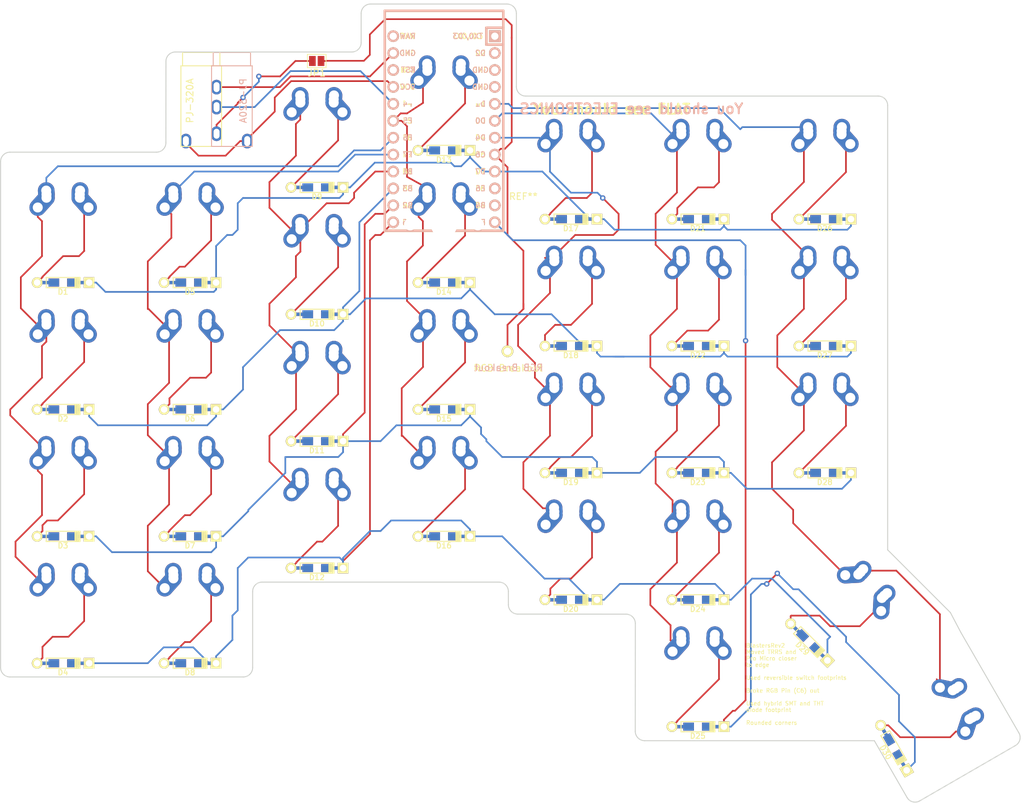
<source format=kicad_pcb>
(kicad_pcb (version 20171130) (host pcbnew "(5.1.2)-2")
  (layers (0 F.Cu signal) (31 B.Cu signal) (34 B.Paste user) (35 F.Paste user) (36 B.SilkS user) (37 F.SilkS user) (38 B.Mask user) (39 F.Mask user) (44 Edge.Cuts user))
  (net 0 "")
  (net 1 "Net-(D16-Pad2)")
  (net 2 Col3)
  (net 3 Col0)
  (net 4 "Net-(D1-Pad2)")
  (net 5 "Net-(D13-Pad2)")
  (net 6 Col2)
  (net 7 "Net-(D12-Pad2)")
  (net 8 "Net-(D11-Pad2)")
  (net 9 "Net-(D10-Pad2)")
  (net 10 "Net-(D9-Pad2)")
  (net 11 Col1)
  (net 12 "Net-(D8-Pad2)")
  (net 13 "Net-(D7-Pad2)")
  (net 14 "Net-(D6-Pad2)")
  (net 15 "Net-(D5-Pad2)")
  (net 16 "Net-(D4-Pad2)")
  (net 17 "Net-(D3-Pad2)")
  (net 18 "Net-(D2-Pad2)")
  (net 19 "Net-(D15-Pad2)")
  (net 20 "Net-(D14-Pad2)")
  (net 21 "Net-(D18-Pad2)")
  (net 22 Col4)
  (net 23 "Net-(D17-Pad2)")
  (net 24 "Net-(D30-Pad2)")
  (net 25 Col6)
  (net 26 "Net-(D29-Pad2)")
  (net 27 "Net-(D28-Pad2)")
  (net 28 "Net-(D27-Pad2)")
  (net 29 "Net-(D26-Pad2)")
  (net 30 Col5)
  (net 31 "Net-(D25-Pad2)")
  (net 32 "Net-(D24-Pad2)")
  (net 33 "Net-(D23-Pad2)")
  (net 34 "Net-(D22-Pad2)")
  (net 35 "Net-(D21-Pad2)")
  (net 36 "Net-(D20-Pad2)")
  (net 37 "Net-(D19-Pad2)")
  (net 38 Row1)
  (net 39 Row0)
  (net 40 Row3)
  (net 41 Row2)
  (net 42 Row4)
  (net 43 "Net-(U1-Pad1)")
  (net 44 "Net-(U1-Pad2)")
  (net 45 "Net-(U1-Pad4)")
  (net 46 "Net-(U1-Pad10)")
  (net 47 "Net-(U1-Pad11)")
  (net 48 "Net-(U1-Pad22)")
  (net 49 "Net-(U1-Pad24)")
  (net 50 Comm)
  (net 51 RGBGnd)
  (net 52 CommVcc)
  (net 53 CommGnd)
  (net 54 RGBCommBreakout)
  (net 55 RGBTrrs)
  (module Keebio-Parts:MountingHole (layer F.Cu) (at 133.35 104.775)
    (fp_text reference "RGB Data" hide)
    (fp_text value "")
    (pad "" thru_hole circle (at 0 0) (size 1.7526 1.7526) (drill 1.0922) (layers *.Cu *.Mask F.SilkS) (net 54 RGBCommBreakout))
  )
  (module Jumper:SolderJumper-2_P1.3mm_Open_Pad1.0x1.5mm (layer F.Cu) (at 104.72 61.19 180)
    (fp_text reference JP1 (at 0 -1.8 180) (layer F.SilkS))
    (fp_text value Jumper)
    (pad 2 smd rect (at 0.65 0 180) (size 1 1.5) (layers F.Cu F.Mask) (net 55 RGBTrrs))
    (pad 1 smd rect (at -0.65 0 180) (size 1 1.5) (layers F.Cu F.Mask) (net 54 RGBCommBreakout))
  )
  (module Keebio-Parts:TRRS-PJ-320A-dual (layer F.Cu) (at 89.69375 61.9125)
    (fp_text reference J1)
    (fp_text value AudioJack4_Ground)
    (fp_text user PJ-320A (at 4 5.25 270) (layer B.SilkS) (effects (justify mirror)))
    (fp_text user PJ-320A (at -4 5.25 90) (layer F.SilkS))
    (pad "" np_thru_hole circle (at 2.3 8.6) (size 1.5 1.5) (drill 1.5) (layers *.Cu *.Mask))
    (pad "" np_thru_hole circle (at 2.3 1.6) (size 1.5 1.5) (drill 1.5) (layers *.Cu *.Mask))
    (pad "" thru_hole oval (at 4.6 11.3) (size 1.6 2.2) (drill oval 0.9 1.5) (layers *.Cu *.Mask) (net 52 CommVcc))
    (pad "" thru_hole oval (at -4.6 11.3) (size 1.6 2.2) (drill oval 0.9 1.5) (layers *.Cu *.Mask) (net 52 CommVcc))
    (pad "" thru_hole oval (at 0 10.2) (size 1.6 2.2) (drill oval 0.9 1.5) (layers *.Cu *.Mask) (net 55 RGBTrrs))
    (pad "" thru_hole oval (at 0 3.2) (size 1.6 2.2) (drill oval 0.9 1.5) (layers *.Cu *.Mask) (net 53 CommGnd))
    (pad "" np_thru_hole circle (at -2.3 8.6) (size 1.5 1.5) (drill 1.5) (layers *.Cu *.Mask))
    (pad "" np_thru_hole circle (at -2.3 1.6) (size 1.5 1.5) (drill 1.5) (layers *.Cu *.Mask))
    (pad "" thru_hole oval (at 0 6.2) (size 1.6 2.2) (drill oval 0.9 1.5) (layers *.Cu *.Mask) (net 50 Comm))
  )
  (module Keebio-Parts:Diode-dual (layer F.Cu) (at 142.875 84.93125)
    (fp_text reference D17 (at -0.0254 1.4) (layer F.SilkS) (effects (font (size 0.8 0.8))))
    (fp_text value D_Small hide)
    (pad 1 smd rect (at 2.5 0) (size 2.9 0.5) (layers F.Cu) (net 39 Row0))
    (pad 2 smd rect (at -2.5 0) (size 2.9 0.5) (layers F.Cu) (net 23 "Net-(D17-Pad2)"))
    (pad 1 thru_hole rect (at 3.9 0) (size 1.6 1.6) (drill 1) (layers *.Cu *.Mask F.SilkS) (net 39 Row0))
    (pad 2 thru_hole circle (at -3.9 0) (size 1.6 1.6) (drill 1) (layers *.Cu *.Mask F.SilkS) (net 23 "Net-(D17-Pad2)"))
    (pad 2 smd rect (at -1.4 0) (size 1.6 1.2) (layers F.Cu F.Paste F.Mask) (net 23 "Net-(D17-Pad2)"))
    (pad 1 smd rect (at 1.4 0) (size 1.6 1.2) (layers F.Cu F.Paste F.Mask) (net 39 Row0))
    (pad 1 smd rect (at 2.5 0) (size 2.9 0.5) (layers B.Cu) (net 39 Row0))
    (pad 1 smd rect (at 1.4 0) (size 1.6 1.2) (layers B.Cu B.Paste B.Mask) (net 39 Row0))
    (pad 2 smd rect (at -1.4 0) (size 1.6 1.2) (layers B.Cu B.Paste B.Mask) (net 23 "Net-(D17-Pad2)"))
    (pad 2 smd rect (at -2.5 0) (size 2.9 0.5) (layers B.Cu) (net 23 "Net-(D17-Pad2)"))
  )
  (module Keebio-Parts:Diode-dual (layer F.Cu) (at 142.875 103.98125)
    (fp_text reference D18 (at -0.0254 1.4) (layer F.SilkS) (effects (font (size 0.8 0.8))))
    (fp_text value D_Small hide)
    (pad 2 smd rect (at -2.5 0) (size 2.9 0.5) (layers B.Cu) (net 21 "Net-(D18-Pad2)"))
    (pad 2 smd rect (at -1.4 0) (size 1.6 1.2) (layers B.Cu B.Paste B.Mask) (net 21 "Net-(D18-Pad2)"))
    (pad 1 smd rect (at 1.4 0) (size 1.6 1.2) (layers B.Cu B.Paste B.Mask) (net 38 Row1))
    (pad 1 smd rect (at 2.5 0) (size 2.9 0.5) (layers B.Cu) (net 38 Row1))
    (pad 1 smd rect (at 1.4 0) (size 1.6 1.2) (layers F.Cu F.Paste F.Mask) (net 38 Row1))
    (pad 2 smd rect (at -1.4 0) (size 1.6 1.2) (layers F.Cu F.Paste F.Mask) (net 21 "Net-(D18-Pad2)"))
    (pad 2 thru_hole circle (at -3.9 0) (size 1.6 1.6) (drill 1) (layers *.Cu *.Mask F.SilkS) (net 21 "Net-(D18-Pad2)"))
    (pad 1 thru_hole rect (at 3.9 0) (size 1.6 1.6) (drill 1) (layers *.Cu *.Mask F.SilkS) (net 38 Row1))
    (pad 2 smd rect (at -2.5 0) (size 2.9 0.5) (layers F.Cu) (net 21 "Net-(D18-Pad2)"))
    (pad 1 smd rect (at 2.5 0) (size 2.9 0.5) (layers F.Cu) (net 38 Row1))
  )
  (module Keebio-Parts:Diode-dual (layer F.Cu) (at 142.875 123.03125)
    (fp_text reference D19 (at -0.0254 1.4) (layer F.SilkS) (effects (font (size 0.8 0.8))))
    (fp_text value D_Small hide)
    (pad 1 smd rect (at 2.5 0) (size 2.9 0.5) (layers F.Cu) (net 41 Row2))
    (pad 2 smd rect (at -2.5 0) (size 2.9 0.5) (layers F.Cu) (net 37 "Net-(D19-Pad2)"))
    (pad 1 thru_hole rect (at 3.9 0) (size 1.6 1.6) (drill 1) (layers *.Cu *.Mask F.SilkS) (net 41 Row2))
    (pad 2 thru_hole circle (at -3.9 0) (size 1.6 1.6) (drill 1) (layers *.Cu *.Mask F.SilkS) (net 37 "Net-(D19-Pad2)"))
    (pad 2 smd rect (at -1.4 0) (size 1.6 1.2) (layers F.Cu F.Paste F.Mask) (net 37 "Net-(D19-Pad2)"))
    (pad 1 smd rect (at 1.4 0) (size 1.6 1.2) (layers F.Cu F.Paste F.Mask) (net 41 Row2))
    (pad 1 smd rect (at 2.5 0) (size 2.9 0.5) (layers B.Cu) (net 41 Row2))
    (pad 1 smd rect (at 1.4 0) (size 1.6 1.2) (layers B.Cu B.Paste B.Mask) (net 41 Row2))
    (pad 2 smd rect (at -1.4 0) (size 1.6 1.2) (layers B.Cu B.Paste B.Mask) (net 37 "Net-(D19-Pad2)"))
    (pad 2 smd rect (at -2.5 0) (size 2.9 0.5) (layers B.Cu) (net 37 "Net-(D19-Pad2)"))
  )
  (module Keebio-Parts:Diode-dual (layer F.Cu) (at 142.875 142.08125)
    (fp_text reference D20 (at -0.0254 1.4) (layer F.SilkS) (effects (font (size 0.8 0.8))))
    (fp_text value D_Small hide)
    (pad 2 smd rect (at -2.5 0) (size 2.9 0.5) (layers B.Cu) (net 36 "Net-(D20-Pad2)"))
    (pad 2 smd rect (at -1.4 0) (size 1.6 1.2) (layers B.Cu B.Paste B.Mask) (net 36 "Net-(D20-Pad2)"))
    (pad 1 smd rect (at 1.4 0) (size 1.6 1.2) (layers B.Cu B.Paste B.Mask) (net 40 Row3))
    (pad 1 smd rect (at 2.5 0) (size 2.9 0.5) (layers B.Cu) (net 40 Row3))
    (pad 1 smd rect (at 1.4 0) (size 1.6 1.2) (layers F.Cu F.Paste F.Mask) (net 40 Row3))
    (pad 2 smd rect (at -1.4 0) (size 1.6 1.2) (layers F.Cu F.Paste F.Mask) (net 36 "Net-(D20-Pad2)"))
    (pad 2 thru_hole circle (at -3.9 0) (size 1.6 1.6) (drill 1) (layers *.Cu *.Mask F.SilkS) (net 36 "Net-(D20-Pad2)"))
    (pad 1 thru_hole rect (at 3.9 0) (size 1.6 1.6) (drill 1) (layers *.Cu *.Mask F.SilkS) (net 40 Row3))
    (pad 2 smd rect (at -2.5 0) (size 2.9 0.5) (layers F.Cu) (net 36 "Net-(D20-Pad2)"))
    (pad 1 smd rect (at 2.5 0) (size 2.9 0.5) (layers F.Cu) (net 40 Row3))
  )
  (module Keebio-Parts:Diode-dual (layer F.Cu) (at 161.925 84.93125)
    (fp_text reference D21 (at -0.0254 1.4) (layer F.SilkS) (effects (font (size 0.8 0.8))))
    (fp_text value D_Small hide)
    (pad 1 smd rect (at 2.5 0) (size 2.9 0.5) (layers F.Cu) (net 39 Row0))
    (pad 2 smd rect (at -2.5 0) (size 2.9 0.5) (layers F.Cu) (net 35 "Net-(D21-Pad2)"))
    (pad 1 thru_hole rect (at 3.9 0) (size 1.6 1.6) (drill 1) (layers *.Cu *.Mask F.SilkS) (net 39 Row0))
    (pad 2 thru_hole circle (at -3.9 0) (size 1.6 1.6) (drill 1) (layers *.Cu *.Mask F.SilkS) (net 35 "Net-(D21-Pad2)"))
    (pad 2 smd rect (at -1.4 0) (size 1.6 1.2) (layers F.Cu F.Paste F.Mask) (net 35 "Net-(D21-Pad2)"))
    (pad 1 smd rect (at 1.4 0) (size 1.6 1.2) (layers F.Cu F.Paste F.Mask) (net 39 Row0))
    (pad 1 smd rect (at 2.5 0) (size 2.9 0.5) (layers B.Cu) (net 39 Row0))
    (pad 1 smd rect (at 1.4 0) (size 1.6 1.2) (layers B.Cu B.Paste B.Mask) (net 39 Row0))
    (pad 2 smd rect (at -1.4 0) (size 1.6 1.2) (layers B.Cu B.Paste B.Mask) (net 35 "Net-(D21-Pad2)"))
    (pad 2 smd rect (at -2.5 0) (size 2.9 0.5) (layers B.Cu) (net 35 "Net-(D21-Pad2)"))
  )
  (module Keebio-Parts:Diode-dual (layer F.Cu) (at 161.925 103.98125)
    (fp_text reference D22 (at -0.0254 1.4) (layer F.SilkS) (effects (font (size 0.8 0.8))))
    (fp_text value D_Small hide)
    (pad 2 smd rect (at -2.5 0) (size 2.9 0.5) (layers B.Cu) (net 34 "Net-(D22-Pad2)"))
    (pad 2 smd rect (at -1.4 0) (size 1.6 1.2) (layers B.Cu B.Paste B.Mask) (net 34 "Net-(D22-Pad2)"))
    (pad 1 smd rect (at 1.4 0) (size 1.6 1.2) (layers B.Cu B.Paste B.Mask) (net 38 Row1))
    (pad 1 smd rect (at 2.5 0) (size 2.9 0.5) (layers B.Cu) (net 38 Row1))
    (pad 1 smd rect (at 1.4 0) (size 1.6 1.2) (layers F.Cu F.Paste F.Mask) (net 38 Row1))
    (pad 2 smd rect (at -1.4 0) (size 1.6 1.2) (layers F.Cu F.Paste F.Mask) (net 34 "Net-(D22-Pad2)"))
    (pad 2 thru_hole circle (at -3.9 0) (size 1.6 1.6) (drill 1) (layers *.Cu *.Mask F.SilkS) (net 34 "Net-(D22-Pad2)"))
    (pad 1 thru_hole rect (at 3.9 0) (size 1.6 1.6) (drill 1) (layers *.Cu *.Mask F.SilkS) (net 38 Row1))
    (pad 2 smd rect (at -2.5 0) (size 2.9 0.5) (layers F.Cu) (net 34 "Net-(D22-Pad2)"))
    (pad 1 smd rect (at 2.5 0) (size 2.9 0.5) (layers F.Cu) (net 38 Row1))
  )
  (module Keebio-Parts:Diode-dual (layer F.Cu) (at 161.925 123.03125)
    (fp_text reference D23 (at -0.0254 1.4) (layer F.SilkS) (effects (font (size 0.8 0.8))))
    (fp_text value D_Small hide)
    (pad 1 smd rect (at 2.5 0) (size 2.9 0.5) (layers F.Cu) (net 41 Row2))
    (pad 2 smd rect (at -2.5 0) (size 2.9 0.5) (layers F.Cu) (net 33 "Net-(D23-Pad2)"))
    (pad 1 thru_hole rect (at 3.9 0) (size 1.6 1.6) (drill 1) (layers *.Cu *.Mask F.SilkS) (net 41 Row2))
    (pad 2 thru_hole circle (at -3.9 0) (size 1.6 1.6) (drill 1) (layers *.Cu *.Mask F.SilkS) (net 33 "Net-(D23-Pad2)"))
    (pad 2 smd rect (at -1.4 0) (size 1.6 1.2) (layers F.Cu F.Paste F.Mask) (net 33 "Net-(D23-Pad2)"))
    (pad 1 smd rect (at 1.4 0) (size 1.6 1.2) (layers F.Cu F.Paste F.Mask) (net 41 Row2))
    (pad 1 smd rect (at 2.5 0) (size 2.9 0.5) (layers B.Cu) (net 41 Row2))
    (pad 1 smd rect (at 1.4 0) (size 1.6 1.2) (layers B.Cu B.Paste B.Mask) (net 41 Row2))
    (pad 2 smd rect (at -1.4 0) (size 1.6 1.2) (layers B.Cu B.Paste B.Mask) (net 33 "Net-(D23-Pad2)"))
    (pad 2 smd rect (at -2.5 0) (size 2.9 0.5) (layers B.Cu) (net 33 "Net-(D23-Pad2)"))
  )
  (module Keebio-Parts:Diode-dual (layer F.Cu) (at 161.925 142.08125)
    (fp_text reference D24 (at -0.0254 1.4) (layer F.SilkS) (effects (font (size 0.8 0.8))))
    (fp_text value D_Small hide)
    (pad 2 smd rect (at -2.5 0) (size 2.9 0.5) (layers B.Cu) (net 32 "Net-(D24-Pad2)"))
    (pad 2 smd rect (at -1.4 0) (size 1.6 1.2) (layers B.Cu B.Paste B.Mask) (net 32 "Net-(D24-Pad2)"))
    (pad 1 smd rect (at 1.4 0) (size 1.6 1.2) (layers B.Cu B.Paste B.Mask) (net 40 Row3))
    (pad 1 smd rect (at 2.5 0) (size 2.9 0.5) (layers B.Cu) (net 40 Row3))
    (pad 1 smd rect (at 1.4 0) (size 1.6 1.2) (layers F.Cu F.Paste F.Mask) (net 40 Row3))
    (pad 2 smd rect (at -1.4 0) (size 1.6 1.2) (layers F.Cu F.Paste F.Mask) (net 32 "Net-(D24-Pad2)"))
    (pad 2 thru_hole circle (at -3.9 0) (size 1.6 1.6) (drill 1) (layers *.Cu *.Mask F.SilkS) (net 32 "Net-(D24-Pad2)"))
    (pad 1 thru_hole rect (at 3.9 0) (size 1.6 1.6) (drill 1) (layers *.Cu *.Mask F.SilkS) (net 40 Row3))
    (pad 2 smd rect (at -2.5 0) (size 2.9 0.5) (layers F.Cu) (net 32 "Net-(D24-Pad2)"))
    (pad 1 smd rect (at 2.5 0) (size 2.9 0.5) (layers F.Cu) (net 40 Row3))
  )
  (module Keebio-Parts:Diode-dual (layer F.Cu) (at 161.925 161.13125)
    (fp_text reference D25 (at -0.0254 1.4) (layer F.SilkS) (effects (font (size 0.8 0.8))))
    (fp_text value D_Small hide)
    (pad 1 smd rect (at 2.5 0) (size 2.9 0.5) (layers F.Cu) (net 42 Row4))
    (pad 2 smd rect (at -2.5 0) (size 2.9 0.5) (layers F.Cu) (net 31 "Net-(D25-Pad2)"))
    (pad 1 thru_hole rect (at 3.9 0) (size 1.6 1.6) (drill 1) (layers *.Cu *.Mask F.SilkS) (net 42 Row4))
    (pad 2 thru_hole circle (at -3.9 0) (size 1.6 1.6) (drill 1) (layers *.Cu *.Mask F.SilkS) (net 31 "Net-(D25-Pad2)"))
    (pad 2 smd rect (at -1.4 0) (size 1.6 1.2) (layers F.Cu F.Paste F.Mask) (net 31 "Net-(D25-Pad2)"))
    (pad 1 smd rect (at 1.4 0) (size 1.6 1.2) (layers F.Cu F.Paste F.Mask) (net 42 Row4))
    (pad 1 smd rect (at 2.5 0) (size 2.9 0.5) (layers B.Cu) (net 42 Row4))
    (pad 1 smd rect (at 1.4 0) (size 1.6 1.2) (layers B.Cu B.Paste B.Mask) (net 42 Row4))
    (pad 2 smd rect (at -1.4 0) (size 1.6 1.2) (layers B.Cu B.Paste B.Mask) (net 31 "Net-(D25-Pad2)"))
    (pad 2 smd rect (at -2.5 0) (size 2.9 0.5) (layers B.Cu) (net 31 "Net-(D25-Pad2)"))
  )
  (module Keebio-Parts:Diode-dual (layer F.Cu) (at 180.975 84.93125)
    (fp_text reference D26 (at -0.0254 1.4) (layer F.SilkS) (effects (font (size 0.8 0.8))))
    (fp_text value D_Small hide)
    (pad 2 smd rect (at -2.5 0) (size 2.9 0.5) (layers B.Cu) (net 29 "Net-(D26-Pad2)"))
    (pad 2 smd rect (at -1.4 0) (size 1.6 1.2) (layers B.Cu B.Paste B.Mask) (net 29 "Net-(D26-Pad2)"))
    (pad 1 smd rect (at 1.4 0) (size 1.6 1.2) (layers B.Cu B.Paste B.Mask) (net 39 Row0))
    (pad 1 smd rect (at 2.5 0) (size 2.9 0.5) (layers B.Cu) (net 39 Row0))
    (pad 1 smd rect (at 1.4 0) (size 1.6 1.2) (layers F.Cu F.Paste F.Mask) (net 39 Row0))
    (pad 2 smd rect (at -1.4 0) (size 1.6 1.2) (layers F.Cu F.Paste F.Mask) (net 29 "Net-(D26-Pad2)"))
    (pad 2 thru_hole circle (at -3.9 0) (size 1.6 1.6) (drill 1) (layers *.Cu *.Mask F.SilkS) (net 29 "Net-(D26-Pad2)"))
    (pad 1 thru_hole rect (at 3.9 0) (size 1.6 1.6) (drill 1) (layers *.Cu *.Mask F.SilkS) (net 39 Row0))
    (pad 2 smd rect (at -2.5 0) (size 2.9 0.5) (layers F.Cu) (net 29 "Net-(D26-Pad2)"))
    (pad 1 smd rect (at 2.5 0) (size 2.9 0.5) (layers F.Cu) (net 39 Row0))
  )
  (module Keebio-Parts:Diode-dual (layer F.Cu) (at 180.975 103.98125)
    (fp_text reference D27 (at -0.0254 1.4) (layer F.SilkS) (effects (font (size 0.8 0.8))))
    (fp_text value D_Small hide)
    (pad 1 smd rect (at 2.5 0) (size 2.9 0.5) (layers F.Cu) (net 38 Row1))
    (pad 2 smd rect (at -2.5 0) (size 2.9 0.5) (layers F.Cu) (net 28 "Net-(D27-Pad2)"))
    (pad 1 thru_hole rect (at 3.9 0) (size 1.6 1.6) (drill 1) (layers *.Cu *.Mask F.SilkS) (net 38 Row1))
    (pad 2 thru_hole circle (at -3.9 0) (size 1.6 1.6) (drill 1) (layers *.Cu *.Mask F.SilkS) (net 28 "Net-(D27-Pad2)"))
    (pad 2 smd rect (at -1.4 0) (size 1.6 1.2) (layers F.Cu F.Paste F.Mask) (net 28 "Net-(D27-Pad2)"))
    (pad 1 smd rect (at 1.4 0) (size 1.6 1.2) (layers F.Cu F.Paste F.Mask) (net 38 Row1))
    (pad 1 smd rect (at 2.5 0) (size 2.9 0.5) (layers B.Cu) (net 38 Row1))
    (pad 1 smd rect (at 1.4 0) (size 1.6 1.2) (layers B.Cu B.Paste B.Mask) (net 38 Row1))
    (pad 2 smd rect (at -1.4 0) (size 1.6 1.2) (layers B.Cu B.Paste B.Mask) (net 28 "Net-(D27-Pad2)"))
    (pad 2 smd rect (at -2.5 0) (size 2.9 0.5) (layers B.Cu) (net 28 "Net-(D27-Pad2)"))
  )
  (module Keebio-Parts:Diode-dual (layer F.Cu) (at 180.975 123.03125)
    (fp_text reference D28 (at -0.0254 1.4) (layer F.SilkS) (effects (font (size 0.8 0.8))))
    (fp_text value D_Small hide)
    (pad 2 smd rect (at -2.5 0) (size 2.9 0.5) (layers B.Cu) (net 27 "Net-(D28-Pad2)"))
    (pad 2 smd rect (at -1.4 0) (size 1.6 1.2) (layers B.Cu B.Paste B.Mask) (net 27 "Net-(D28-Pad2)"))
    (pad 1 smd rect (at 1.4 0) (size 1.6 1.2) (layers B.Cu B.Paste B.Mask) (net 41 Row2))
    (pad 1 smd rect (at 2.5 0) (size 2.9 0.5) (layers B.Cu) (net 41 Row2))
    (pad 1 smd rect (at 1.4 0) (size 1.6 1.2) (layers F.Cu F.Paste F.Mask) (net 41 Row2))
    (pad 2 smd rect (at -1.4 0) (size 1.6 1.2) (layers F.Cu F.Paste F.Mask) (net 27 "Net-(D28-Pad2)"))
    (pad 2 thru_hole circle (at -3.9 0) (size 1.6 1.6) (drill 1) (layers *.Cu *.Mask F.SilkS) (net 27 "Net-(D28-Pad2)"))
    (pad 1 thru_hole rect (at 3.9 0) (size 1.6 1.6) (drill 1) (layers *.Cu *.Mask F.SilkS) (net 41 Row2))
    (pad 2 smd rect (at -2.5 0) (size 2.9 0.5) (layers F.Cu) (net 27 "Net-(D28-Pad2)"))
    (pad 1 smd rect (at 2.5 0) (size 2.9 0.5) (layers F.Cu) (net 41 Row2))
  )
  (module Keebio-Parts:Diode-dual (layer F.Cu) (at 191.29375 164.30625 300)
    (fp_text reference D30 (at -0.0254 1.4 300) (layer F.SilkS) (effects (font (size 0.8 0.8))))
    (fp_text value D_Small hide)
    (pad 1 smd rect (at 2.5 0 300) (size 2.9 0.5) (layers F.Cu) (net 42 Row4))
    (pad 2 smd rect (at -2.5 0 300) (size 2.9 0.5) (layers F.Cu) (net 24 "Net-(D30-Pad2)"))
    (pad 1 thru_hole rect (at 3.9 0 300) (size 1.6 1.6) (drill 1) (layers *.Cu *.Mask F.SilkS) (net 42 Row4))
    (pad 2 thru_hole circle (at -3.9 0 300) (size 1.6 1.6) (drill 1) (layers *.Cu *.Mask F.SilkS) (net 24 "Net-(D30-Pad2)"))
    (pad 2 smd rect (at -1.4 0 300) (size 1.6 1.2) (layers F.Cu F.Paste F.Mask) (net 24 "Net-(D30-Pad2)"))
    (pad 1 smd rect (at 1.4 0 300) (size 1.6 1.2) (layers F.Cu F.Paste F.Mask) (net 42 Row4))
    (pad 1 smd rect (at 2.5 0 300) (size 2.9 0.5) (layers B.Cu) (net 42 Row4))
    (pad 1 smd rect (at 1.4 0 300) (size 1.6 1.2) (layers B.Cu B.Paste B.Mask) (net 42 Row4))
    (pad 2 smd rect (at -1.4 0 300) (size 1.6 1.2) (layers B.Cu B.Paste B.Mask) (net 24 "Net-(D30-Pad2)"))
    (pad 2 smd rect (at -2.5 0 300) (size 2.9 0.5) (layers B.Cu) (net 24 "Net-(D30-Pad2)"))
  )
  (module Keebio-Parts:Diode-dual (layer F.Cu) (at 66.675 113.50625)
    (fp_text reference D2 (at -0.0254 1.4) (layer F.SilkS) (effects (font (size 0.8 0.8))))
    (fp_text value D_Small hide)
    (pad 2 smd rect (at -2.5 0) (size 2.9 0.5) (layers B.Cu) (net 18 "Net-(D2-Pad2)"))
    (pad 2 smd rect (at -1.4 0) (size 1.6 1.2) (layers B.Cu B.Paste B.Mask) (net 18 "Net-(D2-Pad2)"))
    (pad 1 smd rect (at 1.4 0) (size 1.6 1.2) (layers B.Cu B.Paste B.Mask) (net 38 Row1))
    (pad 1 smd rect (at 2.5 0) (size 2.9 0.5) (layers B.Cu) (net 38 Row1))
    (pad 1 smd rect (at 1.4 0) (size 1.6 1.2) (layers F.Cu F.Paste F.Mask) (net 38 Row1))
    (pad 2 smd rect (at -1.4 0) (size 1.6 1.2) (layers F.Cu F.Paste F.Mask) (net 18 "Net-(D2-Pad2)"))
    (pad 2 thru_hole circle (at -3.9 0) (size 1.6 1.6) (drill 1) (layers *.Cu *.Mask F.SilkS) (net 18 "Net-(D2-Pad2)"))
    (pad 1 thru_hole rect (at 3.9 0) (size 1.6 1.6) (drill 1) (layers *.Cu *.Mask F.SilkS) (net 38 Row1))
    (pad 2 smd rect (at -2.5 0) (size 2.9 0.5) (layers F.Cu) (net 18 "Net-(D2-Pad2)"))
    (pad 1 smd rect (at 2.5 0) (size 2.9 0.5) (layers F.Cu) (net 38 Row1))
  )
  (module Keebio-Parts:Diode-dual (layer F.Cu) (at 123.825 113.50625)
    (fp_text reference D15 (at -0.0254 1.4) (layer F.SilkS) (effects (font (size 0.8 0.8))))
    (fp_text value D_Small hide)
    (pad 1 smd rect (at 2.5 0) (size 2.9 0.5) (layers F.Cu) (net 41 Row2))
    (pad 2 smd rect (at -2.5 0) (size 2.9 0.5) (layers F.Cu) (net 19 "Net-(D15-Pad2)"))
    (pad 1 thru_hole rect (at 3.9 0) (size 1.6 1.6) (drill 1) (layers *.Cu *.Mask F.SilkS) (net 41 Row2))
    (pad 2 thru_hole circle (at -3.9 0) (size 1.6 1.6) (drill 1) (layers *.Cu *.Mask F.SilkS) (net 19 "Net-(D15-Pad2)"))
    (pad 2 smd rect (at -1.4 0) (size 1.6 1.2) (layers F.Cu F.Paste F.Mask) (net 19 "Net-(D15-Pad2)"))
    (pad 1 smd rect (at 1.4 0) (size 1.6 1.2) (layers F.Cu F.Paste F.Mask) (net 41 Row2))
    (pad 1 smd rect (at 2.5 0) (size 2.9 0.5) (layers B.Cu) (net 41 Row2))
    (pad 1 smd rect (at 1.4 0) (size 1.6 1.2) (layers B.Cu B.Paste B.Mask) (net 41 Row2))
    (pad 2 smd rect (at -1.4 0) (size 1.6 1.2) (layers B.Cu B.Paste B.Mask) (net 19 "Net-(D15-Pad2)"))
    (pad 2 smd rect (at -2.5 0) (size 2.9 0.5) (layers B.Cu) (net 19 "Net-(D15-Pad2)"))
  )
  (module Keebio-Parts:Diode-dual (layer F.Cu) (at 123.825 132.55625)
    (fp_text reference D16 (at -0.0254 1.4) (layer F.SilkS) (effects (font (size 0.8 0.8))))
    (fp_text value D_Small hide)
    (pad 2 smd rect (at -2.5 0) (size 2.9 0.5) (layers B.Cu) (net 1 "Net-(D16-Pad2)"))
    (pad 2 smd rect (at -1.4 0) (size 1.6 1.2) (layers B.Cu B.Paste B.Mask) (net 1 "Net-(D16-Pad2)"))
    (pad 1 smd rect (at 1.4 0) (size 1.6 1.2) (layers B.Cu B.Paste B.Mask) (net 40 Row3))
    (pad 1 smd rect (at 2.5 0) (size 2.9 0.5) (layers B.Cu) (net 40 Row3))
    (pad 1 smd rect (at 1.4 0) (size 1.6 1.2) (layers F.Cu F.Paste F.Mask) (net 40 Row3))
    (pad 2 smd rect (at -1.4 0) (size 1.6 1.2) (layers F.Cu F.Paste F.Mask) (net 1 "Net-(D16-Pad2)"))
    (pad 2 thru_hole circle (at -3.9 0) (size 1.6 1.6) (drill 1) (layers *.Cu *.Mask F.SilkS) (net 1 "Net-(D16-Pad2)"))
    (pad 1 thru_hole rect (at 3.9 0) (size 1.6 1.6) (drill 1) (layers *.Cu *.Mask F.SilkS) (net 40 Row3))
    (pad 2 smd rect (at -2.5 0) (size 2.9 0.5) (layers F.Cu) (net 1 "Net-(D16-Pad2)"))
    (pad 1 smd rect (at 2.5 0) (size 2.9 0.5) (layers F.Cu) (net 40 Row3))
  )
  (module Keebio-Parts:Diode-dual (layer F.Cu) (at 178.59375 148.43125 315)
    (fp_text reference D29 (at -0.0254 1.4 315) (layer F.SilkS) (effects (font (size 0.8 0.8))))
    (fp_text value D_Small hide)
    (pad 1 smd rect (at 2.5 0 315) (size 2.9 0.5) (layers F.Cu) (net 40 Row3))
    (pad 2 smd rect (at -2.5 0 315) (size 2.9 0.5) (layers F.Cu) (net 26 "Net-(D29-Pad2)"))
    (pad 1 thru_hole rect (at 3.899999 0 315) (size 1.6 1.6) (drill 1) (layers *.Cu *.Mask F.SilkS) (net 40 Row3))
    (pad 2 thru_hole circle (at -3.899999 0 315) (size 1.6 1.6) (drill 1) (layers *.Cu *.Mask F.SilkS) (net 26 "Net-(D29-Pad2)"))
    (pad 2 smd rect (at -1.399999 0 315) (size 1.6 1.2) (layers F.Cu F.Paste F.Mask) (net 26 "Net-(D29-Pad2)"))
    (pad 1 smd rect (at 1.399999 0 315) (size 1.6 1.2) (layers F.Cu F.Paste F.Mask) (net 40 Row3))
    (pad 1 smd rect (at 2.5 0 315) (size 2.9 0.5) (layers B.Cu) (net 40 Row3))
    (pad 1 smd rect (at 1.399999 0 315) (size 1.6 1.2) (layers B.Cu B.Paste B.Mask) (net 40 Row3))
    (pad 2 smd rect (at -1.399999 0 315) (size 1.6 1.2) (layers B.Cu B.Paste B.Mask) (net 26 "Net-(D29-Pad2)"))
    (pad 2 smd rect (at -2.5 0 315) (size 2.9 0.5) (layers B.Cu) (net 26 "Net-(D29-Pad2)"))
  )
  (module Keebio-Parts:Diode-dual (layer F.Cu) (at 66.675 94.45625)
    (fp_text reference D1 (at -0.0254 1.4) (layer F.SilkS) (effects (font (size 0.8 0.8))))
    (fp_text value D_Small hide)
    (pad 2 smd rect (at -2.5 0) (size 2.9 0.5) (layers B.Cu) (net 4 "Net-(D1-Pad2)"))
    (pad 2 smd rect (at -1.4 0) (size 1.6 1.2) (layers B.Cu B.Paste B.Mask) (net 4 "Net-(D1-Pad2)"))
    (pad 1 smd rect (at 1.4 0) (size 1.6 1.2) (layers B.Cu B.Paste B.Mask) (net 39 Row0))
    (pad 1 smd rect (at 2.5 0) (size 2.9 0.5) (layers B.Cu) (net 39 Row0))
    (pad 1 smd rect (at 1.4 0) (size 1.6 1.2) (layers F.Cu F.Paste F.Mask) (net 39 Row0))
    (pad 2 smd rect (at -1.4 0) (size 1.6 1.2) (layers F.Cu F.Paste F.Mask) (net 4 "Net-(D1-Pad2)"))
    (pad 2 thru_hole circle (at -3.9 0) (size 1.6 1.6) (drill 1) (layers *.Cu *.Mask F.SilkS) (net 4 "Net-(D1-Pad2)"))
    (pad 1 thru_hole rect (at 3.9 0) (size 1.6 1.6) (drill 1) (layers *.Cu *.Mask F.SilkS) (net 39 Row0))
    (pad 2 smd rect (at -2.5 0) (size 2.9 0.5) (layers F.Cu) (net 4 "Net-(D1-Pad2)"))
    (pad 1 smd rect (at 2.5 0) (size 2.9 0.5) (layers F.Cu) (net 39 Row0))
  )
  (module Keebio-Parts:Diode-dual (layer F.Cu) (at 66.675 132.55625)
    (fp_text reference D3 (at -0.0254 1.4) (layer F.SilkS) (effects (font (size 0.8 0.8))))
    (fp_text value D_Small hide)
    (pad 1 smd rect (at 2.5 0) (size 2.9 0.5) (layers F.Cu) (net 41 Row2))
    (pad 2 smd rect (at -2.5 0) (size 2.9 0.5) (layers F.Cu) (net 17 "Net-(D3-Pad2)"))
    (pad 1 thru_hole rect (at 3.9 0) (size 1.6 1.6) (drill 1) (layers *.Cu *.Mask F.SilkS) (net 41 Row2))
    (pad 2 thru_hole circle (at -3.9 0) (size 1.6 1.6) (drill 1) (layers *.Cu *.Mask F.SilkS) (net 17 "Net-(D3-Pad2)"))
    (pad 2 smd rect (at -1.4 0) (size 1.6 1.2) (layers F.Cu F.Paste F.Mask) (net 17 "Net-(D3-Pad2)"))
    (pad 1 smd rect (at 1.4 0) (size 1.6 1.2) (layers F.Cu F.Paste F.Mask) (net 41 Row2))
    (pad 1 smd rect (at 2.5 0) (size 2.9 0.5) (layers B.Cu) (net 41 Row2))
    (pad 1 smd rect (at 1.4 0) (size 1.6 1.2) (layers B.Cu B.Paste B.Mask) (net 41 Row2))
    (pad 2 smd rect (at -1.4 0) (size 1.6 1.2) (layers B.Cu B.Paste B.Mask) (net 17 "Net-(D3-Pad2)"))
    (pad 2 smd rect (at -2.5 0) (size 2.9 0.5) (layers B.Cu) (net 17 "Net-(D3-Pad2)"))
  )
  (module Keebio-Parts:Diode-dual (layer F.Cu) (at 66.675 151.60625)
    (fp_text reference D4 (at -0.0254 1.4) (layer F.SilkS) (effects (font (size 0.8 0.8))))
    (fp_text value D_Small hide)
    (pad 2 smd rect (at -2.5 0) (size 2.9 0.5) (layers B.Cu) (net 16 "Net-(D4-Pad2)"))
    (pad 2 smd rect (at -1.4 0) (size 1.6 1.2) (layers B.Cu B.Paste B.Mask) (net 16 "Net-(D4-Pad2)"))
    (pad 1 smd rect (at 1.4 0) (size 1.6 1.2) (layers B.Cu B.Paste B.Mask) (net 40 Row3))
    (pad 1 smd rect (at 2.5 0) (size 2.9 0.5) (layers B.Cu) (net 40 Row3))
    (pad 1 smd rect (at 1.4 0) (size 1.6 1.2) (layers F.Cu F.Paste F.Mask) (net 40 Row3))
    (pad 2 smd rect (at -1.4 0) (size 1.6 1.2) (layers F.Cu F.Paste F.Mask) (net 16 "Net-(D4-Pad2)"))
    (pad 2 thru_hole circle (at -3.9 0) (size 1.6 1.6) (drill 1) (layers *.Cu *.Mask F.SilkS) (net 16 "Net-(D4-Pad2)"))
    (pad 1 thru_hole rect (at 3.9 0) (size 1.6 1.6) (drill 1) (layers *.Cu *.Mask F.SilkS) (net 40 Row3))
    (pad 2 smd rect (at -2.5 0) (size 2.9 0.5) (layers F.Cu) (net 16 "Net-(D4-Pad2)"))
    (pad 1 smd rect (at 2.5 0) (size 2.9 0.5) (layers F.Cu) (net 40 Row3))
  )
  (module Keebio-Parts:Diode-dual (layer F.Cu) (at 85.725 94.45625)
    (fp_text reference D5 (at -0.0254 1.4) (layer F.SilkS) (effects (font (size 0.8 0.8))))
    (fp_text value D_Small hide)
    (pad 1 smd rect (at 2.5 0) (size 2.9 0.5) (layers F.Cu) (net 39 Row0))
    (pad 2 smd rect (at -2.5 0) (size 2.9 0.5) (layers F.Cu) (net 15 "Net-(D5-Pad2)"))
    (pad 1 thru_hole rect (at 3.9 0) (size 1.6 1.6) (drill 1) (layers *.Cu *.Mask F.SilkS) (net 39 Row0))
    (pad 2 thru_hole circle (at -3.9 0) (size 1.6 1.6) (drill 1) (layers *.Cu *.Mask F.SilkS) (net 15 "Net-(D5-Pad2)"))
    (pad 2 smd rect (at -1.4 0) (size 1.6 1.2) (layers F.Cu F.Paste F.Mask) (net 15 "Net-(D5-Pad2)"))
    (pad 1 smd rect (at 1.4 0) (size 1.6 1.2) (layers F.Cu F.Paste F.Mask) (net 39 Row0))
    (pad 1 smd rect (at 2.5 0) (size 2.9 0.5) (layers B.Cu) (net 39 Row0))
    (pad 1 smd rect (at 1.4 0) (size 1.6 1.2) (layers B.Cu B.Paste B.Mask) (net 39 Row0))
    (pad 2 smd rect (at -1.4 0) (size 1.6 1.2) (layers B.Cu B.Paste B.Mask) (net 15 "Net-(D5-Pad2)"))
    (pad 2 smd rect (at -2.5 0) (size 2.9 0.5) (layers B.Cu) (net 15 "Net-(D5-Pad2)"))
  )
  (module Keebio-Parts:Diode-dual (layer F.Cu) (at 85.725 113.50625)
    (fp_text reference D6 (at -0.0254 1.4) (layer F.SilkS) (effects (font (size 0.8 0.8))))
    (fp_text value D_Small hide)
    (pad 2 smd rect (at -2.5 0) (size 2.9 0.5) (layers B.Cu) (net 14 "Net-(D6-Pad2)"))
    (pad 2 smd rect (at -1.4 0) (size 1.6 1.2) (layers B.Cu B.Paste B.Mask) (net 14 "Net-(D6-Pad2)"))
    (pad 1 smd rect (at 1.4 0) (size 1.6 1.2) (layers B.Cu B.Paste B.Mask) (net 38 Row1))
    (pad 1 smd rect (at 2.5 0) (size 2.9 0.5) (layers B.Cu) (net 38 Row1))
    (pad 1 smd rect (at 1.4 0) (size 1.6 1.2) (layers F.Cu F.Paste F.Mask) (net 38 Row1))
    (pad 2 smd rect (at -1.4 0) (size 1.6 1.2) (layers F.Cu F.Paste F.Mask) (net 14 "Net-(D6-Pad2)"))
    (pad 2 thru_hole circle (at -3.9 0) (size 1.6 1.6) (drill 1) (layers *.Cu *.Mask F.SilkS) (net 14 "Net-(D6-Pad2)"))
    (pad 1 thru_hole rect (at 3.9 0) (size 1.6 1.6) (drill 1) (layers *.Cu *.Mask F.SilkS) (net 38 Row1))
    (pad 2 smd rect (at -2.5 0) (size 2.9 0.5) (layers F.Cu) (net 14 "Net-(D6-Pad2)"))
    (pad 1 smd rect (at 2.5 0) (size 2.9 0.5) (layers F.Cu) (net 38 Row1))
  )
  (module Keebio-Parts:Diode-dual (layer F.Cu) (at 85.725 132.55625)
    (fp_text reference D7 (at -0.0254 1.4) (layer F.SilkS) (effects (font (size 0.8 0.8))))
    (fp_text value D_Small hide)
    (pad 1 smd rect (at 2.5 0) (size 2.9 0.5) (layers F.Cu) (net 41 Row2))
    (pad 2 smd rect (at -2.5 0) (size 2.9 0.5) (layers F.Cu) (net 13 "Net-(D7-Pad2)"))
    (pad 1 thru_hole rect (at 3.9 0) (size 1.6 1.6) (drill 1) (layers *.Cu *.Mask F.SilkS) (net 41 Row2))
    (pad 2 thru_hole circle (at -3.9 0) (size 1.6 1.6) (drill 1) (layers *.Cu *.Mask F.SilkS) (net 13 "Net-(D7-Pad2)"))
    (pad 2 smd rect (at -1.4 0) (size 1.6 1.2) (layers F.Cu F.Paste F.Mask) (net 13 "Net-(D7-Pad2)"))
    (pad 1 smd rect (at 1.4 0) (size 1.6 1.2) (layers F.Cu F.Paste F.Mask) (net 41 Row2))
    (pad 1 smd rect (at 2.5 0) (size 2.9 0.5) (layers B.Cu) (net 41 Row2))
    (pad 1 smd rect (at 1.4 0) (size 1.6 1.2) (layers B.Cu B.Paste B.Mask) (net 41 Row2))
    (pad 2 smd rect (at -1.4 0) (size 1.6 1.2) (layers B.Cu B.Paste B.Mask) (net 13 "Net-(D7-Pad2)"))
    (pad 2 smd rect (at -2.5 0) (size 2.9 0.5) (layers B.Cu) (net 13 "Net-(D7-Pad2)"))
  )
  (module Keebio-Parts:Diode-dual (layer F.Cu) (at 85.725 151.60625)
    (fp_text reference D8 (at -0.0254 1.4) (layer F.SilkS) (effects (font (size 0.8 0.8))))
    (fp_text value D_Small hide)
    (pad 2 smd rect (at -2.5 0) (size 2.9 0.5) (layers B.Cu) (net 12 "Net-(D8-Pad2)"))
    (pad 2 smd rect (at -1.4 0) (size 1.6 1.2) (layers B.Cu B.Paste B.Mask) (net 12 "Net-(D8-Pad2)"))
    (pad 1 smd rect (at 1.4 0) (size 1.6 1.2) (layers B.Cu B.Paste B.Mask) (net 40 Row3))
    (pad 1 smd rect (at 2.5 0) (size 2.9 0.5) (layers B.Cu) (net 40 Row3))
    (pad 1 smd rect (at 1.4 0) (size 1.6 1.2) (layers F.Cu F.Paste F.Mask) (net 40 Row3))
    (pad 2 smd rect (at -1.4 0) (size 1.6 1.2) (layers F.Cu F.Paste F.Mask) (net 12 "Net-(D8-Pad2)"))
    (pad 2 thru_hole circle (at -3.9 0) (size 1.6 1.6) (drill 1) (layers *.Cu *.Mask F.SilkS) (net 12 "Net-(D8-Pad2)"))
    (pad 1 thru_hole rect (at 3.9 0) (size 1.6 1.6) (drill 1) (layers *.Cu *.Mask F.SilkS) (net 40 Row3))
    (pad 2 smd rect (at -2.5 0) (size 2.9 0.5) (layers F.Cu) (net 12 "Net-(D8-Pad2)"))
    (pad 1 smd rect (at 2.5 0) (size 2.9 0.5) (layers F.Cu) (net 40 Row3))
  )
  (module Keebio-Parts:Diode-dual (layer F.Cu) (at 104.775 80.16875)
    (fp_text reference D9 (at -0.0254 1.4) (layer F.SilkS) (effects (font (size 0.8 0.8))))
    (fp_text value D_Small hide)
    (pad 2 smd rect (at -2.5 0) (size 2.9 0.5) (layers B.Cu) (net 10 "Net-(D9-Pad2)"))
    (pad 2 smd rect (at -1.4 0) (size 1.6 1.2) (layers B.Cu B.Paste B.Mask) (net 10 "Net-(D9-Pad2)"))
    (pad 1 smd rect (at 1.4 0) (size 1.6 1.2) (layers B.Cu B.Paste B.Mask) (net 39 Row0))
    (pad 1 smd rect (at 2.5 0) (size 2.9 0.5) (layers B.Cu) (net 39 Row0))
    (pad 1 smd rect (at 1.4 0) (size 1.6 1.2) (layers F.Cu F.Paste F.Mask) (net 39 Row0))
    (pad 2 smd rect (at -1.4 0) (size 1.6 1.2) (layers F.Cu F.Paste F.Mask) (net 10 "Net-(D9-Pad2)"))
    (pad 2 thru_hole circle (at -3.9 0) (size 1.6 1.6) (drill 1) (layers *.Cu *.Mask F.SilkS) (net 10 "Net-(D9-Pad2)"))
    (pad 1 thru_hole rect (at 3.9 0) (size 1.6 1.6) (drill 1) (layers *.Cu *.Mask F.SilkS) (net 39 Row0))
    (pad 2 smd rect (at -2.5 0) (size 2.9 0.5) (layers F.Cu) (net 10 "Net-(D9-Pad2)"))
    (pad 1 smd rect (at 2.5 0) (size 2.9 0.5) (layers F.Cu) (net 39 Row0))
  )
  (module Keebio-Parts:Diode-dual (layer F.Cu) (at 104.775 99.21875)
    (fp_text reference D10 (at -0.0254 1.4) (layer F.SilkS) (effects (font (size 0.8 0.8))))
    (fp_text value D_Small hide)
    (pad 1 smd rect (at 2.5 0) (size 2.9 0.5) (layers F.Cu) (net 38 Row1))
    (pad 2 smd rect (at -2.5 0) (size 2.9 0.5) (layers F.Cu) (net 9 "Net-(D10-Pad2)"))
    (pad 1 thru_hole rect (at 3.9 0) (size 1.6 1.6) (drill 1) (layers *.Cu *.Mask F.SilkS) (net 38 Row1))
    (pad 2 thru_hole circle (at -3.9 0) (size 1.6 1.6) (drill 1) (layers *.Cu *.Mask F.SilkS) (net 9 "Net-(D10-Pad2)"))
    (pad 2 smd rect (at -1.4 0) (size 1.6 1.2) (layers F.Cu F.Paste F.Mask) (net 9 "Net-(D10-Pad2)"))
    (pad 1 smd rect (at 1.4 0) (size 1.6 1.2) (layers F.Cu F.Paste F.Mask) (net 38 Row1))
    (pad 1 smd rect (at 2.5 0) (size 2.9 0.5) (layers B.Cu) (net 38 Row1))
    (pad 1 smd rect (at 1.4 0) (size 1.6 1.2) (layers B.Cu B.Paste B.Mask) (net 38 Row1))
    (pad 2 smd rect (at -1.4 0) (size 1.6 1.2) (layers B.Cu B.Paste B.Mask) (net 9 "Net-(D10-Pad2)"))
    (pad 2 smd rect (at -2.5 0) (size 2.9 0.5) (layers B.Cu) (net 9 "Net-(D10-Pad2)"))
  )
  (module Keebio-Parts:Diode-dual (layer F.Cu) (at 104.775 118.26875)
    (fp_text reference D11 (at -0.0254 1.4) (layer F.SilkS) (effects (font (size 0.8 0.8))))
    (fp_text value D_Small hide)
    (pad 2 smd rect (at -2.5 0) (size 2.9 0.5) (layers B.Cu) (net 8 "Net-(D11-Pad2)"))
    (pad 2 smd rect (at -1.4 0) (size 1.6 1.2) (layers B.Cu B.Paste B.Mask) (net 8 "Net-(D11-Pad2)"))
    (pad 1 smd rect (at 1.4 0) (size 1.6 1.2) (layers B.Cu B.Paste B.Mask) (net 41 Row2))
    (pad 1 smd rect (at 2.5 0) (size 2.9 0.5) (layers B.Cu) (net 41 Row2))
    (pad 1 smd rect (at 1.4 0) (size 1.6 1.2) (layers F.Cu F.Paste F.Mask) (net 41 Row2))
    (pad 2 smd rect (at -1.4 0) (size 1.6 1.2) (layers F.Cu F.Paste F.Mask) (net 8 "Net-(D11-Pad2)"))
    (pad 2 thru_hole circle (at -3.9 0) (size 1.6 1.6) (drill 1) (layers *.Cu *.Mask F.SilkS) (net 8 "Net-(D11-Pad2)"))
    (pad 1 thru_hole rect (at 3.9 0) (size 1.6 1.6) (drill 1) (layers *.Cu *.Mask F.SilkS) (net 41 Row2))
    (pad 2 smd rect (at -2.5 0) (size 2.9 0.5) (layers F.Cu) (net 8 "Net-(D11-Pad2)"))
    (pad 1 smd rect (at 2.5 0) (size 2.9 0.5) (layers F.Cu) (net 41 Row2))
  )
  (module Keebio-Parts:Diode-dual (layer F.Cu) (at 104.775 137.31875)
    (fp_text reference D12 (at -0.0254 1.4) (layer F.SilkS) (effects (font (size 0.8 0.8))))
    (fp_text value D_Small hide)
    (pad 1 smd rect (at 2.5 0) (size 2.9 0.5) (layers F.Cu) (net 40 Row3))
    (pad 2 smd rect (at -2.5 0) (size 2.9 0.5) (layers F.Cu) (net 7 "Net-(D12-Pad2)"))
    (pad 1 thru_hole rect (at 3.9 0) (size 1.6 1.6) (drill 1) (layers *.Cu *.Mask F.SilkS) (net 40 Row3))
    (pad 2 thru_hole circle (at -3.9 0) (size 1.6 1.6) (drill 1) (layers *.Cu *.Mask F.SilkS) (net 7 "Net-(D12-Pad2)"))
    (pad 2 smd rect (at -1.4 0) (size 1.6 1.2) (layers F.Cu F.Paste F.Mask) (net 7 "Net-(D12-Pad2)"))
    (pad 1 smd rect (at 1.4 0) (size 1.6 1.2) (layers F.Cu F.Paste F.Mask) (net 40 Row3))
    (pad 1 smd rect (at 2.5 0) (size 2.9 0.5) (layers B.Cu) (net 40 Row3))
    (pad 1 smd rect (at 1.4 0) (size 1.6 1.2) (layers B.Cu B.Paste B.Mask) (net 40 Row3))
    (pad 2 smd rect (at -1.4 0) (size 1.6 1.2) (layers B.Cu B.Paste B.Mask) (net 7 "Net-(D12-Pad2)"))
    (pad 2 smd rect (at -2.5 0) (size 2.9 0.5) (layers B.Cu) (net 7 "Net-(D12-Pad2)"))
  )
  (module Keebio-Parts:Diode-dual (layer F.Cu) (at 123.825 74.6125)
    (fp_text reference D13 (at -0.0254 1.4) (layer F.SilkS) (effects (font (size 0.8 0.8))))
    (fp_text value D_Small hide)
    (pad 1 smd rect (at 2.5 0) (size 2.9 0.5) (layers F.Cu) (net 39 Row0))
    (pad 2 smd rect (at -2.5 0) (size 2.9 0.5) (layers F.Cu) (net 5 "Net-(D13-Pad2)"))
    (pad 1 thru_hole rect (at 3.9 0) (size 1.6 1.6) (drill 1) (layers *.Cu *.Mask F.SilkS) (net 39 Row0))
    (pad 2 thru_hole circle (at -3.9 0) (size 1.6 1.6) (drill 1) (layers *.Cu *.Mask F.SilkS) (net 5 "Net-(D13-Pad2)"))
    (pad 2 smd rect (at -1.4 0) (size 1.6 1.2) (layers F.Cu F.Paste F.Mask) (net 5 "Net-(D13-Pad2)"))
    (pad 1 smd rect (at 1.4 0) (size 1.6 1.2) (layers F.Cu F.Paste F.Mask) (net 39 Row0))
    (pad 1 smd rect (at 2.5 0) (size 2.9 0.5) (layers B.Cu) (net 39 Row0))
    (pad 1 smd rect (at 1.4 0) (size 1.6 1.2) (layers B.Cu B.Paste B.Mask) (net 39 Row0))
    (pad 2 smd rect (at -1.4 0) (size 1.6 1.2) (layers B.Cu B.Paste B.Mask) (net 5 "Net-(D13-Pad2)"))
    (pad 2 smd rect (at -2.5 0) (size 2.9 0.5) (layers B.Cu) (net 5 "Net-(D13-Pad2)"))
  )
  (module Keebio-Parts:Diode-dual (layer F.Cu) (at 123.825 94.45625)
    (fp_text reference D14 (at -0.0254 1.4) (layer F.SilkS) (effects (font (size 0.8 0.8))))
    (fp_text value D_Small hide)
    (pad 2 smd rect (at -2.5 0) (size 2.9 0.5) (layers B.Cu) (net 20 "Net-(D14-Pad2)"))
    (pad 2 smd rect (at -1.4 0) (size 1.6 1.2) (layers B.Cu B.Paste B.Mask) (net 20 "Net-(D14-Pad2)"))
    (pad 1 smd rect (at 1.4 0) (size 1.6 1.2) (layers B.Cu B.Paste B.Mask) (net 38 Row1))
    (pad 1 smd rect (at 2.5 0) (size 2.9 0.5) (layers B.Cu) (net 38 Row1))
    (pad 1 smd rect (at 1.4 0) (size 1.6 1.2) (layers F.Cu F.Paste F.Mask) (net 38 Row1))
    (pad 2 smd rect (at -1.4 0) (size 1.6 1.2) (layers F.Cu F.Paste F.Mask) (net 20 "Net-(D14-Pad2)"))
    (pad 2 thru_hole circle (at -3.9 0) (size 1.6 1.6) (drill 1) (layers *.Cu *.Mask F.SilkS) (net 20 "Net-(D14-Pad2)"))
    (pad 1 thru_hole rect (at 3.9 0) (size 1.6 1.6) (drill 1) (layers *.Cu *.Mask F.SilkS) (net 38 Row1))
    (pad 2 smd rect (at -2.5 0) (size 2.9 0.5) (layers F.Cu) (net 20 "Net-(D14-Pad2)"))
    (pad 1 smd rect (at 2.5 0) (size 2.9 0.5) (layers F.Cu) (net 38 Row1))
  )
  (module Keebio-Parts:Hybrid_PCB_100H_Dual_hole (layer F.Cu) (at 66.675 104.775)
    (fp_text reference MX2 hide)
    (fp_text value MX-NoLED hide)
    (pad 2 smd oval (at 2.52 -4.79 356.055) (size 2.5 3.081378) (layers F.Cu F.Paste F.Mask) (net 18 "Net-(D2-Pad2)"))
    (pad 2 thru_hole circle (at 2.5 -4.5 330.95) (size 2 2) (drill 1.5) (layers *.Cu *.Mask) (net 18 "Net-(D2-Pad2)"))
    (pad 2 thru_hole circle (at 2.54 -5.08 330.95) (size 2 2) (drill 1.5) (layers *.Cu *.Mask) (net 18 "Net-(D2-Pad2)"))
    (pad 1 thru_hole circle (at -2.5 -4 330.95) (size 2 2) (drill 1.5) (layers *.Cu *.Mask) (net 3 Col0))
    (pad HOLE np_thru_hole circle (at 0 0) (size 3.9878 3.9878) (drill 3.9878) (layers *.Cu))
    (pad HOLE np_thru_hole circle (at -5.08 0) (size 1.8 1.8) (drill 1.8) (layers *.Cu))
    (pad HOLE np_thru_hole circle (at 5.08 0) (size 1.8 1.8) (drill 1.8) (layers *.Cu))
    (pad 1 thru_hole circle (at -3.81 -2.54 330.95) (size 2 2) (drill 1.5) (layers *.Cu *.Mask) (net 3 Col0))
    (pad 2 smd oval (at 3.155 -3.27 221.9) (size 2.5 4.461556) (layers B.Cu B.Paste B.Mask) (net 18 "Net-(D2-Pad2)"))
    (pad 1 smd oval (at -3.155 -3.27 138.1) (size 2.5 4.461556) (layers B.Cu B.Paste B.Mask) (net 3 Col0))
    (pad 2 thru_hole circle (at 2.5 -4) (size 2 2) (drill 1.5) (layers *.Cu *.Mask) (net 18 "Net-(D2-Pad2)"))
    (pad 2 thru_hole circle (at 3.81 -2.54 330.95) (size 2 2) (drill 1.5) (layers *.Cu *.Mask) (net 18 "Net-(D2-Pad2)"))
    (pad 1 smd oval (at -2.52 -4.79 3.945) (size 2.5 3.081378) (layers B.Cu B.Paste B.Mask) (net 3 Col0))
    (pad 1 thru_hole circle (at -2.5 -4.5 330.95) (size 2 2) (drill 1.5) (layers *.Cu *.Mask) (net 3 Col0))
    (pad 1 thru_hole circle (at -2.54 -5.08 330.95) (size 2 2) (drill 1.5) (layers *.Cu *.Mask) (net 3 Col0))
    (pad 1 smd oval (at -3.155 -3.27 138.1) (size 2.5 4.461556) (layers F.Cu F.Paste F.Mask) (net 3 Col0))
    (pad 1 smd oval (at -2.52 -4.79 3.945) (size 2.5 3.081378) (layers F.Cu F.Paste F.Mask) (net 3 Col0))
    (pad 2 smd oval (at 3.155 -3.27 221.9) (size 2.5 4.461556) (layers F.Cu F.Paste F.Mask) (net 18 "Net-(D2-Pad2)"))
    (pad 2 smd oval (at 2.52 -4.79 356.055) (size 2.5 3.081378) (layers B.Cu B.Paste B.Mask) (net 18 "Net-(D2-Pad2)"))
  )
  (module Keebio-Parts:Hybrid_PCB_100H_Dual_hole (layer F.Cu) (at 66.675 85.725)
    (fp_text reference MX1 hide)
    (fp_text value MX-NoLED hide)
    (pad 2 smd oval (at 2.52 -4.79 356.055) (size 2.5 3.081378) (layers F.Cu F.Paste F.Mask) (net 4 "Net-(D1-Pad2)"))
    (pad 2 thru_hole circle (at 2.5 -4.5 330.95) (size 2 2) (drill 1.5) (layers *.Cu *.Mask) (net 4 "Net-(D1-Pad2)"))
    (pad 2 thru_hole circle (at 2.54 -5.08 330.95) (size 2 2) (drill 1.5) (layers *.Cu *.Mask) (net 4 "Net-(D1-Pad2)"))
    (pad 1 thru_hole circle (at -2.5 -4 330.95) (size 2 2) (drill 1.5) (layers *.Cu *.Mask) (net 3 Col0))
    (pad HOLE np_thru_hole circle (at 0 0) (size 3.9878 3.9878) (drill 3.9878) (layers *.Cu))
    (pad HOLE np_thru_hole circle (at -5.08 0) (size 1.8 1.8) (drill 1.8) (layers *.Cu))
    (pad HOLE np_thru_hole circle (at 5.08 0) (size 1.8 1.8) (drill 1.8) (layers *.Cu))
    (pad 1 thru_hole circle (at -3.81 -2.54 330.9) (size 2 2) (drill 1.5) (layers *.Cu *.Mask) (net 3 Col0))
    (pad 2 smd oval (at 3.155 -3.27 221.9) (size 2.5 4.461556) (layers B.Cu B.Paste B.Mask) (net 4 "Net-(D1-Pad2)"))
    (pad 1 smd oval (at -3.155 -3.27 138.1) (size 2.5 4.461556) (layers B.Cu B.Paste B.Mask) (net 3 Col0))
    (pad 2 thru_hole circle (at 2.5 -4) (size 2 2) (drill 1.5) (layers *.Cu *.Mask) (net 4 "Net-(D1-Pad2)"))
    (pad 2 thru_hole circle (at 3.81 -2.54 330.95) (size 2 2) (drill 1.5) (layers *.Cu *.Mask) (net 4 "Net-(D1-Pad2)"))
    (pad 1 smd oval (at -2.52 -4.79 3.945) (size 2.5 3.081378) (layers B.Cu B.Paste B.Mask) (net 3 Col0))
    (pad 1 thru_hole circle (at -2.5 -4.5 330.95) (size 2 2) (drill 1.5) (layers *.Cu *.Mask) (net 3 Col0))
    (pad 1 thru_hole circle (at -2.54 -5.08 330.95) (size 2 2) (drill 1.5) (layers *.Cu *.Mask) (net 3 Col0))
    (pad 1 smd oval (at -3.155 -3.27 138.1) (size 2.5 4.461556) (layers F.Cu F.Paste F.Mask) (net 3 Col0))
    (pad 1 smd oval (at -2.52 -4.79 3.945) (size 2.5 3.081378) (layers F.Cu F.Paste F.Mask) (net 3 Col0))
    (pad 2 smd oval (at 3.155 -3.27 221.9) (size 2.5 4.461556) (layers F.Cu F.Paste F.Mask) (net 4 "Net-(D1-Pad2)"))
    (pad 2 smd oval (at 2.52 -4.79 356.055) (size 2.5 3.081378) (layers B.Cu B.Paste B.Mask) (net 4 "Net-(D1-Pad2)"))
  )
  (module Keebio-Parts:Hybrid_PCB_100H_Dual_hole (layer F.Cu) (at 142.875 114.3)
    (fp_text reference MX19 hide)
    (fp_text value MX-NoLED hide)
    (pad 2 smd oval (at 2.52 -4.79 356.055) (size 2.5 3.081378) (layers B.Cu B.Paste B.Mask) (net 37 "Net-(D19-Pad2)"))
    (pad 2 smd oval (at 3.155 -3.27 221.9) (size 2.5 4.461556) (layers F.Cu F.Paste F.Mask) (net 37 "Net-(D19-Pad2)"))
    (pad 1 smd oval (at -2.52 -4.79 3.945) (size 2.5 3.081378) (layers F.Cu F.Paste F.Mask) (net 22 Col4))
    (pad 1 smd oval (at -3.155 -3.27 138.1) (size 2.5 4.461556) (layers F.Cu F.Paste F.Mask) (net 22 Col4))
    (pad 1 thru_hole circle (at -2.54 -5.08 330.95) (size 2 2) (drill 1.5) (layers *.Cu *.Mask) (net 22 Col4))
    (pad 1 thru_hole circle (at -2.5 -4.5 330.95) (size 2 2) (drill 1.5) (layers *.Cu *.Mask) (net 22 Col4))
    (pad 1 smd oval (at -2.52 -4.79 3.945) (size 2.5 3.081378) (layers B.Cu B.Paste B.Mask) (net 22 Col4))
    (pad 2 thru_hole circle (at 3.81 -2.54 330.95) (size 2 2) (drill 1.5) (layers *.Cu *.Mask) (net 37 "Net-(D19-Pad2)"))
    (pad 2 thru_hole circle (at 2.5 -4) (size 2 2) (drill 1.5) (layers *.Cu *.Mask) (net 37 "Net-(D19-Pad2)"))
    (pad 1 smd oval (at -3.155 -3.27 138.1) (size 2.5 4.461556) (layers B.Cu B.Paste B.Mask) (net 22 Col4))
    (pad 2 smd oval (at 3.155 -3.27 221.9) (size 2.5 4.461556) (layers B.Cu B.Paste B.Mask) (net 37 "Net-(D19-Pad2)"))
    (pad 1 thru_hole circle (at -3.81 -2.54 330.95) (size 2 2) (drill 1.5) (layers *.Cu *.Mask) (net 22 Col4))
    (pad HOLE np_thru_hole circle (at 5.08 0) (size 1.8 1.8) (drill 1.8) (layers *.Cu))
    (pad HOLE np_thru_hole circle (at -5.08 0) (size 1.8 1.8) (drill 1.8) (layers *.Cu))
    (pad HOLE np_thru_hole circle (at 0 0) (size 3.9878 3.9878) (drill 3.9878) (layers *.Cu))
    (pad 1 thru_hole circle (at -2.5 -4 330.95) (size 2 2) (drill 1.5) (layers *.Cu *.Mask) (net 22 Col4))
    (pad 2 thru_hole circle (at 2.54 -5.08 330.95) (size 2 2) (drill 1.5) (layers *.Cu *.Mask) (net 37 "Net-(D19-Pad2)"))
    (pad 2 thru_hole circle (at 2.5 -4.5 330.95) (size 2 2) (drill 1.5) (layers *.Cu *.Mask) (net 37 "Net-(D19-Pad2)"))
    (pad 2 smd oval (at 2.52 -4.79 356.055) (size 2.5 3.081378) (layers F.Cu F.Paste F.Mask) (net 37 "Net-(D19-Pad2)"))
  )
  (module Keebio-Parts:Hybrid_PCB_100H_Dual_hole (layer F.Cu) (at 142.875 133.35)
    (fp_text reference MX20 hide)
    (fp_text value MX-NoLED hide)
    (pad 2 smd oval (at 2.52 -4.79 356.055) (size 2.5 3.081378) (layers F.Cu F.Paste F.Mask) (net 36 "Net-(D20-Pad2)"))
    (pad 2 thru_hole circle (at 2.5 -4.5 330.95) (size 2 2) (drill 1.5) (layers *.Cu *.Mask) (net 36 "Net-(D20-Pad2)"))
    (pad 2 thru_hole circle (at 2.54 -5.08 330.95) (size 2 2) (drill 1.5) (layers *.Cu *.Mask) (net 36 "Net-(D20-Pad2)"))
    (pad 1 thru_hole circle (at -2.5 -4 330.95) (size 2 2) (drill 1.5) (layers *.Cu *.Mask) (net 22 Col4))
    (pad HOLE np_thru_hole circle (at 0 0) (size 3.9878 3.9878) (drill 3.9878) (layers *.Cu))
    (pad HOLE np_thru_hole circle (at -5.08 0) (size 1.8 1.8) (drill 1.8) (layers *.Cu))
    (pad HOLE np_thru_hole circle (at 5.08 0) (size 1.8 1.8) (drill 1.8) (layers *.Cu))
    (pad 1 thru_hole circle (at -3.81 -2.54 330.95) (size 2 2) (drill 1.5) (layers *.Cu *.Mask) (net 22 Col4))
    (pad 2 smd oval (at 3.155 -3.27 221.9) (size 2.5 4.461556) (layers B.Cu B.Paste B.Mask) (net 36 "Net-(D20-Pad2)"))
    (pad 1 smd oval (at -3.155 -3.27 138.1) (size 2.5 4.461556) (layers B.Cu B.Paste B.Mask) (net 22 Col4))
    (pad 2 thru_hole circle (at 2.5 -4) (size 2 2) (drill 1.5) (layers *.Cu *.Mask) (net 36 "Net-(D20-Pad2)"))
    (pad 2 thru_hole circle (at 3.81 -2.54 330.95) (size 2 2) (drill 1.5) (layers *.Cu *.Mask) (net 36 "Net-(D20-Pad2)"))
    (pad 1 smd oval (at -2.52 -4.79 3.945) (size 2.5 3.081378) (layers B.Cu B.Paste B.Mask) (net 22 Col4))
    (pad 1 thru_hole circle (at -2.5 -4.5 330.95) (size 2 2) (drill 1.5) (layers *.Cu *.Mask) (net 22 Col4))
    (pad 1 thru_hole circle (at -2.54 -5.08 330.95) (size 2 2) (drill 1.5) (layers *.Cu *.Mask) (net 22 Col4))
    (pad 1 smd oval (at -3.155 -3.27 138.1) (size 2.5 4.461556) (layers F.Cu F.Paste F.Mask) (net 22 Col4))
    (pad 1 smd oval (at -2.52 -4.79 3.945) (size 2.5 3.081378) (layers F.Cu F.Paste F.Mask) (net 22 Col4))
    (pad 2 smd oval (at 3.155 -3.27 221.9) (size 2.5 4.461556) (layers F.Cu F.Paste F.Mask) (net 36 "Net-(D20-Pad2)"))
    (pad 2 smd oval (at 2.52 -4.79 356.055) (size 2.5 3.081378) (layers B.Cu B.Paste B.Mask) (net 36 "Net-(D20-Pad2)"))
  )
  (module Keebio-Parts:Hybrid_PCB_100H_Dual_hole (layer F.Cu) (at 161.925 76.2)
    (fp_text reference MX21 hide)
    (fp_text value MX-NoLED hide)
    (pad 2 smd oval (at 2.52 -4.79 356.055) (size 2.5 3.081378) (layers B.Cu B.Paste B.Mask) (net 35 "Net-(D21-Pad2)"))
    (pad 2 smd oval (at 3.155 -3.27 221.9) (size 2.5 4.461556) (layers F.Cu F.Paste F.Mask) (net 35 "Net-(D21-Pad2)"))
    (pad 1 smd oval (at -2.52 -4.79 3.945) (size 2.5 3.081378) (layers F.Cu F.Paste F.Mask) (net 30 Col5))
    (pad 1 smd oval (at -3.155 -3.27 138.1) (size 2.5 4.461556) (layers F.Cu F.Paste F.Mask) (net 30 Col5))
    (pad 1 thru_hole circle (at -2.54 -5.08 330.95) (size 2 2) (drill 1.5) (layers *.Cu *.Mask) (net 30 Col5))
    (pad 1 thru_hole circle (at -2.5 -4.5 330.95) (size 2 2) (drill 1.5) (layers *.Cu *.Mask) (net 30 Col5))
    (pad 1 smd oval (at -2.52 -4.79 3.945) (size 2.5 3.081378) (layers B.Cu B.Paste B.Mask) (net 30 Col5))
    (pad 2 thru_hole circle (at 3.81 -2.54 330.95) (size 2 2) (drill 1.5) (layers *.Cu *.Mask) (net 35 "Net-(D21-Pad2)"))
    (pad 2 thru_hole circle (at 2.5 -4) (size 2 2) (drill 1.5) (layers *.Cu *.Mask) (net 35 "Net-(D21-Pad2)"))
    (pad 1 smd oval (at -3.155 -3.27 138.1) (size 2.5 4.461556) (layers B.Cu B.Paste B.Mask) (net 30 Col5))
    (pad 2 smd oval (at 3.155 -3.27 221.9) (size 2.5 4.461556) (layers B.Cu B.Paste B.Mask) (net 35 "Net-(D21-Pad2)"))
    (pad 1 thru_hole circle (at -3.81 -2.54 330.95) (size 2 2) (drill 1.5) (layers *.Cu *.Mask) (net 30 Col5))
    (pad HOLE np_thru_hole circle (at 5.08 0) (size 1.8 1.8) (drill 1.8) (layers *.Cu))
    (pad HOLE np_thru_hole circle (at -5.08 0) (size 1.8 1.8) (drill 1.8) (layers *.Cu))
    (pad HOLE np_thru_hole circle (at 0 0) (size 3.9878 3.9878) (drill 3.9878) (layers *.Cu))
    (pad 1 thru_hole circle (at -2.5 -4 330.95) (size 2 2) (drill 1.5) (layers *.Cu *.Mask) (net 30 Col5))
    (pad 2 thru_hole circle (at 2.54 -5.08 330.95) (size 2 2) (drill 1.5) (layers *.Cu *.Mask) (net 35 "Net-(D21-Pad2)"))
    (pad 2 thru_hole circle (at 2.5 -4.5 330.95) (size 2 2) (drill 1.5) (layers *.Cu *.Mask) (net 35 "Net-(D21-Pad2)"))
    (pad 2 smd oval (at 2.52 -4.79 356.055) (size 2.5 3.081378) (layers F.Cu F.Paste F.Mask) (net 35 "Net-(D21-Pad2)"))
  )
  (module Keebio-Parts:Hybrid_PCB_100H_Dual_hole (layer F.Cu) (at 161.925 95.25)
    (fp_text reference MX22 hide)
    (fp_text value MX-NoLED hide)
    (pad 2 smd oval (at 2.52 -4.79 356.055) (size 2.5 3.081378) (layers F.Cu F.Paste F.Mask) (net 34 "Net-(D22-Pad2)"))
    (pad 2 thru_hole circle (at 2.5 -4.5 330.95) (size 2 2) (drill 1.5) (layers *.Cu *.Mask) (net 34 "Net-(D22-Pad2)"))
    (pad 2 thru_hole circle (at 2.54 -5.08 330.95) (size 2 2) (drill 1.5) (layers *.Cu *.Mask) (net 34 "Net-(D22-Pad2)"))
    (pad 1 thru_hole circle (at -2.5 -4 330.95) (size 2 2) (drill 1.5) (layers *.Cu *.Mask) (net 30 Col5))
    (pad HOLE np_thru_hole circle (at 0 0) (size 3.9878 3.9878) (drill 3.9878) (layers *.Cu))
    (pad HOLE np_thru_hole circle (at -5.08 0) (size 1.8 1.8) (drill 1.8) (layers *.Cu))
    (pad HOLE np_thru_hole circle (at 5.08 0) (size 1.8 1.8) (drill 1.8) (layers *.Cu))
    (pad 1 thru_hole circle (at -3.81 -2.54 330.95) (size 2 2) (drill 1.5) (layers *.Cu *.Mask) (net 30 Col5))
    (pad 2 smd oval (at 3.155 -3.27 221.9) (size 2.5 4.461556) (layers B.Cu B.Paste B.Mask) (net 34 "Net-(D22-Pad2)"))
    (pad 1 smd oval (at -3.155 -3.27 138.1) (size 2.5 4.461556) (layers B.Cu B.Paste B.Mask) (net 30 Col5))
    (pad 2 thru_hole circle (at 2.5 -4) (size 2 2) (drill 1.5) (layers *.Cu *.Mask) (net 34 "Net-(D22-Pad2)"))
    (pad 2 thru_hole circle (at 3.81 -2.54 330.95) (size 2 2) (drill 1.5) (layers *.Cu *.Mask) (net 34 "Net-(D22-Pad2)"))
    (pad 1 smd oval (at -2.52 -4.79 3.945) (size 2.5 3.081378) (layers B.Cu B.Paste B.Mask) (net 30 Col5))
    (pad 1 thru_hole circle (at -2.5 -4.5 330.95) (size 2 2) (drill 1.5) (layers *.Cu *.Mask) (net 30 Col5))
    (pad 1 thru_hole circle (at -2.54 -5.08 330.95) (size 2 2) (drill 1.5) (layers *.Cu *.Mask) (net 30 Col5))
    (pad 1 smd oval (at -3.155 -3.27 138.1) (size 2.5 4.461556) (layers F.Cu F.Paste F.Mask) (net 30 Col5))
    (pad 1 smd oval (at -2.52 -4.79 3.945) (size 2.5 3.081378) (layers F.Cu F.Paste F.Mask) (net 30 Col5))
    (pad 2 smd oval (at 3.155 -3.27 221.9) (size 2.5 4.461556) (layers F.Cu F.Paste F.Mask) (net 34 "Net-(D22-Pad2)"))
    (pad 2 smd oval (at 2.52 -4.79 356.055) (size 2.5 3.081378) (layers B.Cu B.Paste B.Mask) (net 34 "Net-(D22-Pad2)"))
  )
  (module Keebio-Parts:Hybrid_PCB_100H_Dual_hole (layer F.Cu) (at 161.925 114.3)
    (fp_text reference MX23 hide)
    (fp_text value MX-NoLED hide)
    (pad 2 smd oval (at 2.52 -4.79 356.055) (size 2.5 3.081378) (layers B.Cu B.Paste B.Mask) (net 33 "Net-(D23-Pad2)"))
    (pad 2 smd oval (at 3.155 -3.27 221.9) (size 2.5 4.461556) (layers F.Cu F.Paste F.Mask) (net 33 "Net-(D23-Pad2)"))
    (pad 1 smd oval (at -2.52 -4.79 3.945) (size 2.5 3.081378) (layers F.Cu F.Paste F.Mask) (net 30 Col5))
    (pad 1 smd oval (at -3.155 -3.27 138.1) (size 2.5 4.461556) (layers F.Cu F.Paste F.Mask) (net 30 Col5))
    (pad 1 thru_hole circle (at -2.54 -5.08 330.95) (size 2 2) (drill 1.5) (layers *.Cu *.Mask) (net 30 Col5))
    (pad 1 thru_hole circle (at -2.5 -4.5 330.95) (size 2 2) (drill 1.5) (layers *.Cu *.Mask) (net 30 Col5))
    (pad 1 smd oval (at -2.52 -4.79 3.945) (size 2.5 3.081378) (layers B.Cu B.Paste B.Mask) (net 30 Col5))
    (pad 2 thru_hole circle (at 3.81 -2.54 330.95) (size 2 2) (drill 1.5) (layers *.Cu *.Mask) (net 33 "Net-(D23-Pad2)"))
    (pad 2 thru_hole circle (at 2.5 -4) (size 2 2) (drill 1.5) (layers *.Cu *.Mask) (net 33 "Net-(D23-Pad2)"))
    (pad 1 smd oval (at -3.155 -3.27 138.1) (size 2.5 4.461556) (layers B.Cu B.Paste B.Mask) (net 30 Col5))
    (pad 2 smd oval (at 3.155 -3.27 221.9) (size 2.5 4.461556) (layers B.Cu B.Paste B.Mask) (net 33 "Net-(D23-Pad2)"))
    (pad 1 thru_hole circle (at -3.81 -2.54 330.95) (size 2 2) (drill 1.5) (layers *.Cu *.Mask) (net 30 Col5))
    (pad HOLE np_thru_hole circle (at 5.08 0) (size 1.8 1.8) (drill 1.8) (layers *.Cu))
    (pad HOLE np_thru_hole circle (at -5.08 0) (size 1.8 1.8) (drill 1.8) (layers *.Cu))
    (pad HOLE np_thru_hole circle (at 0 0) (size 3.9878 3.9878) (drill 3.9878) (layers *.Cu))
    (pad 1 thru_hole circle (at -2.5 -4 330.95) (size 2 2) (drill 1.5) (layers *.Cu *.Mask) (net 30 Col5))
    (pad 2 thru_hole circle (at 2.54 -5.08 330.95) (size 2 2) (drill 1.5) (layers *.Cu *.Mask) (net 33 "Net-(D23-Pad2)"))
    (pad 2 thru_hole circle (at 2.5 -4.5 330.95) (size 2 2) (drill 1.5) (layers *.Cu *.Mask) (net 33 "Net-(D23-Pad2)"))
    (pad 2 smd oval (at 2.52 -4.79 356.055) (size 2.5 3.081378) (layers F.Cu F.Paste F.Mask) (net 33 "Net-(D23-Pad2)"))
  )
  (module Keebio-Parts:Hybrid_PCB_100H_Dual_hole (layer F.Cu) (at 161.925 133.35)
    (fp_text reference MX24 hide)
    (fp_text value MX-NoLED hide)
    (pad 2 smd oval (at 2.52 -4.79 356.055) (size 2.5 3.081378) (layers F.Cu F.Paste F.Mask) (net 32 "Net-(D24-Pad2)"))
    (pad 2 thru_hole circle (at 2.5 -4.5 330.95) (size 2 2) (drill 1.5) (layers *.Cu *.Mask) (net 32 "Net-(D24-Pad2)"))
    (pad 2 thru_hole circle (at 2.54 -5.08 330.95) (size 2 2) (drill 1.5) (layers *.Cu *.Mask) (net 32 "Net-(D24-Pad2)"))
    (pad 1 thru_hole circle (at -2.5 -4 330.95) (size 2 2) (drill 1.5) (layers *.Cu *.Mask) (net 30 Col5))
    (pad HOLE np_thru_hole circle (at 0 0) (size 3.9878 3.9878) (drill 3.9878) (layers *.Cu))
    (pad HOLE np_thru_hole circle (at -5.08 0) (size 1.8 1.8) (drill 1.8) (layers *.Cu))
    (pad HOLE np_thru_hole circle (at 5.08 0) (size 1.8 1.8) (drill 1.8) (layers *.Cu))
    (pad 1 thru_hole circle (at -3.81 -2.54 330.95) (size 2 2) (drill 1.5) (layers *.Cu *.Mask) (net 30 Col5))
    (pad 2 smd oval (at 3.155 -3.27 221.9) (size 2.5 4.461556) (layers B.Cu B.Paste B.Mask) (net 32 "Net-(D24-Pad2)"))
    (pad 1 smd oval (at -3.155 -3.27 138.1) (size 2.5 4.461556) (layers B.Cu B.Paste B.Mask) (net 30 Col5))
    (pad 2 thru_hole circle (at 2.5 -4) (size 2 2) (drill 1.5) (layers *.Cu *.Mask) (net 32 "Net-(D24-Pad2)"))
    (pad 2 thru_hole circle (at 3.81 -2.54 330.95) (size 2 2) (drill 1.5) (layers *.Cu *.Mask) (net 32 "Net-(D24-Pad2)"))
    (pad 1 smd oval (at -2.52 -4.79 3.945) (size 2.5 3.081378) (layers B.Cu B.Paste B.Mask) (net 30 Col5))
    (pad 1 thru_hole circle (at -2.5 -4.5 330.95) (size 2 2) (drill 1.5) (layers *.Cu *.Mask) (net 30 Col5))
    (pad 1 thru_hole circle (at -2.54 -5.08 330.95) (size 2 2) (drill 1.5) (layers *.Cu *.Mask) (net 30 Col5))
    (pad 1 smd oval (at -3.155 -3.27 138.1) (size 2.5 4.461556) (layers F.Cu F.Paste F.Mask) (net 30 Col5))
    (pad 1 smd oval (at -2.52 -4.79 3.945) (size 2.5 3.081378) (layers F.Cu F.Paste F.Mask) (net 30 Col5))
    (pad 2 smd oval (at 3.155 -3.27 221.9) (size 2.5 4.461556) (layers F.Cu F.Paste F.Mask) (net 32 "Net-(D24-Pad2)"))
    (pad 2 smd oval (at 2.52 -4.79 356.055) (size 2.5 3.081378) (layers B.Cu B.Paste B.Mask) (net 32 "Net-(D24-Pad2)"))
  )
  (module Keebio-Parts:Hybrid_PCB_100H_Dual_hole (layer F.Cu) (at 161.925 152.4)
    (fp_text reference MX25 hide)
    (fp_text value MX-NoLED hide)
    (pad 2 smd oval (at 2.52 -4.79 356.055) (size 2.5 3.081378) (layers B.Cu B.Paste B.Mask) (net 31 "Net-(D25-Pad2)"))
    (pad 2 smd oval (at 3.155 -3.27 221.9) (size 2.5 4.461556) (layers F.Cu F.Paste F.Mask) (net 31 "Net-(D25-Pad2)"))
    (pad 1 smd oval (at -2.52 -4.79 3.945) (size 2.5 3.081378) (layers F.Cu F.Paste F.Mask) (net 30 Col5))
    (pad 1 smd oval (at -3.155 -3.27 138.1) (size 2.5 4.461556) (layers F.Cu F.Paste F.Mask) (net 30 Col5))
    (pad 1 thru_hole circle (at -2.54 -5.08 330.95) (size 2 2) (drill 1.5) (layers *.Cu *.Mask) (net 30 Col5))
    (pad 1 thru_hole circle (at -2.5 -4.5 330.95) (size 2 2) (drill 1.5) (layers *.Cu *.Mask) (net 30 Col5))
    (pad 1 smd oval (at -2.52 -4.79 3.945) (size 2.5 3.081378) (layers B.Cu B.Paste B.Mask) (net 30 Col5))
    (pad 2 thru_hole circle (at 3.81 -2.54 330.95) (size 2 2) (drill 1.5) (layers *.Cu *.Mask) (net 31 "Net-(D25-Pad2)"))
    (pad 2 thru_hole circle (at 2.5 -4) (size 2 2) (drill 1.5) (layers *.Cu *.Mask) (net 31 "Net-(D25-Pad2)"))
    (pad 1 smd oval (at -3.155 -3.27 138.1) (size 2.5 4.461556) (layers B.Cu B.Paste B.Mask) (net 30 Col5))
    (pad 2 smd oval (at 3.155 -3.27 221.9) (size 2.5 4.461556) (layers B.Cu B.Paste B.Mask) (net 31 "Net-(D25-Pad2)"))
    (pad 1 thru_hole circle (at -3.81 -2.54 330.95) (size 2 2) (drill 1.5) (layers *.Cu *.Mask) (net 30 Col5))
    (pad HOLE np_thru_hole circle (at 5.08 0) (size 1.8 1.8) (drill 1.8) (layers *.Cu))
    (pad HOLE np_thru_hole circle (at -5.08 0) (size 1.8 1.8) (drill 1.8) (layers *.Cu))
    (pad HOLE np_thru_hole circle (at 0 0) (size 3.9878 3.9878) (drill 3.9878) (layers *.Cu))
    (pad 1 thru_hole circle (at -2.5 -4 330.95) (size 2 2) (drill 1.5) (layers *.Cu *.Mask) (net 30 Col5))
    (pad 2 thru_hole circle (at 2.54 -5.08 330.95) (size 2 2) (drill 1.5) (layers *.Cu *.Mask) (net 31 "Net-(D25-Pad2)"))
    (pad 2 thru_hole circle (at 2.5 -4.5 330.95) (size 2 2) (drill 1.5) (layers *.Cu *.Mask) (net 31 "Net-(D25-Pad2)"))
    (pad 2 smd oval (at 2.52 -4.79 356.055) (size 2.5 3.081378) (layers F.Cu F.Paste F.Mask) (net 31 "Net-(D25-Pad2)"))
  )
  (module Keebio-Parts:Hybrid_PCB_100H_Dual_hole (layer F.Cu) (at 180.975 76.2)
    (fp_text reference MX26 hide)
    (fp_text value MX-NoLED hide)
    (pad 2 smd oval (at 2.52 -4.79 356.055) (size 2.5 3.081378) (layers F.Cu F.Paste F.Mask) (net 29 "Net-(D26-Pad2)"))
    (pad 2 thru_hole circle (at 2.5 -4.5 330.95) (size 2 2) (drill 1.5) (layers *.Cu *.Mask) (net 29 "Net-(D26-Pad2)"))
    (pad 2 thru_hole circle (at 2.54 -5.08 330.95) (size 2 2) (drill 1.5) (layers *.Cu *.Mask) (net 29 "Net-(D26-Pad2)"))
    (pad 1 thru_hole circle (at -2.5 -4 330.95) (size 2 2) (drill 1.5) (layers *.Cu *.Mask) (net 25 Col6))
    (pad HOLE np_thru_hole circle (at 0 0) (size 3.9878 3.9878) (drill 3.9878) (layers *.Cu))
    (pad HOLE np_thru_hole circle (at -5.08 0) (size 1.8 1.8) (drill 1.8) (layers *.Cu))
    (pad HOLE np_thru_hole circle (at 5.08 0) (size 1.8 1.8) (drill 1.8) (layers *.Cu))
    (pad 1 thru_hole circle (at -3.81 -2.54 330.95) (size 2 2) (drill 1.5) (layers *.Cu *.Mask) (net 25 Col6))
    (pad 2 smd oval (at 3.155 -3.27 221.9) (size 2.5 4.461556) (layers B.Cu B.Paste B.Mask) (net 29 "Net-(D26-Pad2)"))
    (pad 1 smd oval (at -3.155 -3.27 138.1) (size 2.5 4.461556) (layers B.Cu B.Paste B.Mask) (net 25 Col6))
    (pad 2 thru_hole circle (at 2.5 -4) (size 2 2) (drill 1.5) (layers *.Cu *.Mask) (net 29 "Net-(D26-Pad2)"))
    (pad 2 thru_hole circle (at 3.81 -2.54 330.95) (size 2 2) (drill 1.5) (layers *.Cu *.Mask) (net 29 "Net-(D26-Pad2)"))
    (pad 1 smd oval (at -2.52 -4.79 3.945) (size 2.5 3.081378) (layers B.Cu B.Paste B.Mask) (net 25 Col6))
    (pad 1 thru_hole circle (at -2.5 -4.5 330.95) (size 2 2) (drill 1.5) (layers *.Cu *.Mask) (net 25 Col6))
    (pad 1 thru_hole circle (at -2.54 -5.08 330.95) (size 2 2) (drill 1.5) (layers *.Cu *.Mask) (net 25 Col6))
    (pad 1 smd oval (at -3.155 -3.27 138.1) (size 2.5 4.461556) (layers F.Cu F.Paste F.Mask) (net 25 Col6))
    (pad 1 smd oval (at -2.52 -4.79 3.945) (size 2.5 3.081378) (layers F.Cu F.Paste F.Mask) (net 25 Col6))
    (pad 2 smd oval (at 3.155 -3.27 221.9) (size 2.5 4.461556) (layers F.Cu F.Paste F.Mask) (net 29 "Net-(D26-Pad2)"))
    (pad 2 smd oval (at 2.52 -4.79 356.055) (size 2.5 3.081378) (layers B.Cu B.Paste B.Mask) (net 29 "Net-(D26-Pad2)"))
  )
  (module Keebio-Parts:Hybrid_PCB_100H_Dual_hole (layer F.Cu) (at 180.975 95.25)
    (fp_text reference MX27 hide)
    (fp_text value MX-NoLED hide)
    (pad 2 smd oval (at 2.52 -4.79 356.055) (size 2.5 3.081378) (layers B.Cu B.Paste B.Mask) (net 28 "Net-(D27-Pad2)"))
    (pad 2 smd oval (at 3.155 -3.27 221.9) (size 2.5 4.461556) (layers F.Cu F.Paste F.Mask) (net 28 "Net-(D27-Pad2)"))
    (pad 1 smd oval (at -2.52 -4.79 3.945) (size 2.5 3.081378) (layers F.Cu F.Paste F.Mask) (net 25 Col6))
    (pad 1 smd oval (at -3.155 -3.27 138.1) (size 2.5 4.461556) (layers F.Cu F.Paste F.Mask) (net 25 Col6))
    (pad 1 thru_hole circle (at -2.54 -5.08 330.95) (size 2 2) (drill 1.5) (layers *.Cu *.Mask) (net 25 Col6))
    (pad 1 thru_hole circle (at -2.5 -4.5 330.95) (size 2 2) (drill 1.5) (layers *.Cu *.Mask) (net 25 Col6))
    (pad 1 smd oval (at -2.52 -4.79 3.945) (size 2.5 3.081378) (layers B.Cu B.Paste B.Mask) (net 25 Col6))
    (pad 2 thru_hole circle (at 3.81 -2.54 330.95) (size 2 2) (drill 1.5) (layers *.Cu *.Mask) (net 28 "Net-(D27-Pad2)"))
    (pad 2 thru_hole circle (at 2.5 -4) (size 2 2) (drill 1.5) (layers *.Cu *.Mask) (net 28 "Net-(D27-Pad2)"))
    (pad 1 smd oval (at -3.155 -3.27 138.1) (size 2.5 4.461556) (layers B.Cu B.Paste B.Mask) (net 25 Col6))
    (pad 2 smd oval (at 3.155 -3.27 221.9) (size 2.5 4.461556) (layers B.Cu B.Paste B.Mask) (net 28 "Net-(D27-Pad2)"))
    (pad 1 thru_hole circle (at -3.81 -2.54 330.95) (size 2 2) (drill 1.5) (layers *.Cu *.Mask) (net 25 Col6))
    (pad HOLE np_thru_hole circle (at 5.08 0) (size 1.8 1.8) (drill 1.8) (layers *.Cu))
    (pad HOLE np_thru_hole circle (at -5.08 0) (size 1.8 1.8) (drill 1.8) (layers *.Cu))
    (pad HOLE np_thru_hole circle (at 0 0) (size 3.9878 3.9878) (drill 3.9878) (layers *.Cu))
    (pad 1 thru_hole circle (at -2.5 -4 330.95) (size 2 2) (drill 1.5) (layers *.Cu *.Mask) (net 25 Col6))
    (pad 2 thru_hole circle (at 2.54 -5.08 330.95) (size 2 2) (drill 1.5) (layers *.Cu *.Mask) (net 28 "Net-(D27-Pad2)"))
    (pad 2 thru_hole circle (at 2.5 -4.5 330.95) (size 2 2) (drill 1.5) (layers *.Cu *.Mask) (net 28 "Net-(D27-Pad2)"))
    (pad 2 smd oval (at 2.52 -4.79 356.055) (size 2.5 3.081378) (layers F.Cu F.Paste F.Mask) (net 28 "Net-(D27-Pad2)"))
  )
  (module Keebio-Parts:Hybrid_PCB_100H_Dual_hole (layer F.Cu) (at 180.975 114.3)
    (fp_text reference MX28 hide)
    (fp_text value MX-NoLED hide)
    (pad 2 smd oval (at 2.52 -4.79 356.055) (size 2.5 3.081378) (layers B.Cu B.Paste B.Mask) (net 27 "Net-(D28-Pad2)"))
    (pad 2 smd oval (at 3.155 -3.27 221.9) (size 2.5 4.461556) (layers F.Cu F.Paste F.Mask) (net 27 "Net-(D28-Pad2)"))
    (pad 1 smd oval (at -2.52 -4.79 3.945) (size 2.5 3.081378) (layers F.Cu F.Paste F.Mask) (net 25 Col6))
    (pad 1 smd oval (at -3.155 -3.27 138.1) (size 2.5 4.461556) (layers F.Cu F.Paste F.Mask) (net 25 Col6))
    (pad 1 thru_hole circle (at -2.54 -5.08 330.95) (size 2 2) (drill 1.5) (layers *.Cu *.Mask) (net 25 Col6))
    (pad 1 thru_hole circle (at -2.5 -4.5 330.95) (size 2 2) (drill 1.5) (layers *.Cu *.Mask) (net 25 Col6))
    (pad 1 smd oval (at -2.52 -4.79 3.945) (size 2.5 3.081378) (layers B.Cu B.Paste B.Mask) (net 25 Col6))
    (pad 2 thru_hole circle (at 3.81 -2.54 330.95) (size 2 2) (drill 1.5) (layers *.Cu *.Mask) (net 27 "Net-(D28-Pad2)"))
    (pad 2 thru_hole circle (at 2.5 -4) (size 2 2) (drill 1.5) (layers *.Cu *.Mask) (net 27 "Net-(D28-Pad2)"))
    (pad 1 smd oval (at -3.155 -3.27 138.1) (size 2.5 4.461556) (layers B.Cu B.Paste B.Mask) (net 25 Col6))
    (pad 2 smd oval (at 3.155 -3.27 221.9) (size 2.5 4.461556) (layers B.Cu B.Paste B.Mask) (net 27 "Net-(D28-Pad2)"))
    (pad 1 thru_hole circle (at -3.81 -2.54 330.95) (size 2 2) (drill 1.5) (layers *.Cu *.Mask) (net 25 Col6))
    (pad HOLE np_thru_hole circle (at 5.08 0) (size 1.8 1.8) (drill 1.8) (layers *.Cu))
    (pad HOLE np_thru_hole circle (at -5.08 0) (size 1.8 1.8) (drill 1.8) (layers *.Cu))
    (pad HOLE np_thru_hole circle (at 0 0) (size 3.9878 3.9878) (drill 3.9878) (layers *.Cu))
    (pad 1 thru_hole circle (at -2.5 -4 330.95) (size 2 2) (drill 1.5) (layers *.Cu *.Mask) (net 25 Col6))
    (pad 2 thru_hole circle (at 2.54 -5.08 330.95) (size 2 2) (drill 1.5) (layers *.Cu *.Mask) (net 27 "Net-(D28-Pad2)"))
    (pad 2 thru_hole circle (at 2.5 -4.5 330.95) (size 2 2) (drill 1.5) (layers *.Cu *.Mask) (net 27 "Net-(D28-Pad2)"))
    (pad 2 smd oval (at 2.52 -4.79 356.055) (size 2.5 3.081378) (layers F.Cu F.Paste F.Mask) (net 27 "Net-(D28-Pad2)"))
  )
  (module Keebio-Parts:Hybrid_PCB_100H_Dual_hole (layer F.Cu) (at 184.9211 142.8765 315)
    (fp_text reference MX29 hide)
    (fp_text value MX-NoLED hide)
    (pad 2 smd oval (at 2.520001 -4.79 311.055) (size 2.5 3.081378) (layers B.Cu B.Paste B.Mask) (net 26 "Net-(D29-Pad2)"))
    (pad 2 smd oval (at 3.155 -3.27 176.9) (size 2.5 4.461556) (layers F.Cu F.Paste F.Mask) (net 26 "Net-(D29-Pad2)"))
    (pad 1 smd oval (at -2.520001 -4.79 318.945) (size 2.5 3.081378) (layers F.Cu F.Paste F.Mask) (net 25 Col6))
    (pad 1 smd oval (at -3.155 -3.27 93.1) (size 2.5 4.461556) (layers F.Cu F.Paste F.Mask) (net 25 Col6))
    (pad 1 thru_hole circle (at -2.54 -5.08 285.95) (size 2 2) (drill 1.5) (layers *.Cu *.Mask) (net 25 Col6))
    (pad 1 thru_hole circle (at -2.499999 -4.5 285.95) (size 2 2) (drill 1.5) (layers *.Cu *.Mask) (net 25 Col6))
    (pad 1 smd oval (at -2.520001 -4.79 318.945) (size 2.5 3.081378) (layers B.Cu B.Paste B.Mask) (net 25 Col6))
    (pad 2 thru_hole circle (at 3.81 -2.54 285.95) (size 2 2) (drill 1.5) (layers *.Cu *.Mask) (net 26 "Net-(D29-Pad2)"))
    (pad 2 thru_hole circle (at 2.5 -4 315) (size 2 2) (drill 1.5) (layers *.Cu *.Mask) (net 26 "Net-(D29-Pad2)"))
    (pad 1 smd oval (at -3.155 -3.27 93.1) (size 2.5 4.461556) (layers B.Cu B.Paste B.Mask) (net 25 Col6))
    (pad 2 smd oval (at 3.155 -3.27 176.9) (size 2.5 4.461556) (layers B.Cu B.Paste B.Mask) (net 26 "Net-(D29-Pad2)"))
    (pad 1 thru_hole circle (at -3.81 -2.54 285.95) (size 2 2) (drill 1.5) (layers *.Cu *.Mask) (net 25 Col6))
    (pad HOLE np_thru_hole circle (at 5.079999 0 315) (size 1.8 1.8) (drill 1.8) (layers *.Cu))
    (pad HOLE np_thru_hole circle (at -5.079999 0 315) (size 1.8 1.8) (drill 1.8) (layers *.Cu))
    (pad HOLE np_thru_hole circle (at 0 0 315) (size 3.9878 3.9878) (drill 3.9878) (layers *.Cu))
    (pad 1 thru_hole circle (at -2.5 -4 285.95) (size 2 2) (drill 1.5) (layers *.Cu *.Mask) (net 25 Col6))
    (pad 2 thru_hole circle (at 2.54 -5.08 285.95) (size 2 2) (drill 1.5) (layers *.Cu *.Mask) (net 26 "Net-(D29-Pad2)"))
    (pad 2 thru_hole circle (at 2.499999 -4.5 285.95) (size 2 2) (drill 1.5) (layers *.Cu *.Mask) (net 26 "Net-(D29-Pad2)"))
    (pad 2 smd oval (at 2.520001 -4.79 311.055) (size 2.5 3.081378) (layers F.Cu F.Paste F.Mask) (net 26 "Net-(D29-Pad2)"))
  )
  (module Keebio-Parts:Hybrid_PCB_100H_Dual_hole (layer F.Cu) (at 197.9337 159.8348 300)
    (fp_text reference MX30 hide)
    (fp_text value MX-NoLED hide)
    (pad 2 smd oval (at 2.52 -4.79 296.055) (size 2.5 3.081378) (layers F.Cu F.Paste F.Mask) (net 24 "Net-(D30-Pad2)"))
    (pad 2 thru_hole circle (at 2.5 -4.499999 270.95) (size 2 2) (drill 1.5) (layers *.Cu *.Mask) (net 24 "Net-(D30-Pad2)"))
    (pad 2 thru_hole circle (at 2.54 -5.08 270.95) (size 2 2) (drill 1.5) (layers *.Cu *.Mask) (net 24 "Net-(D30-Pad2)"))
    (pad 1 thru_hole circle (at -2.5 -4.000001 270.95) (size 2 2) (drill 1.5) (layers *.Cu *.Mask) (net 25 Col6))
    (pad HOLE np_thru_hole circle (at 0 0 300) (size 3.9878 3.9878) (drill 3.9878) (layers *.Cu))
    (pad HOLE np_thru_hole circle (at -5.08 0 300) (size 1.8 1.8) (drill 1.8) (layers *.Cu))
    (pad HOLE np_thru_hole circle (at 5.08 0 300) (size 1.8 1.8) (drill 1.8) (layers *.Cu))
    (pad 1 thru_hole circle (at -3.81 -2.540001 270.95) (size 2 2) (drill 1.5) (layers *.Cu *.Mask) (net 25 Col6))
    (pad 2 smd oval (at 3.155 -3.27 161.9) (size 2.5 4.461556) (layers B.Cu B.Paste B.Mask) (net 24 "Net-(D30-Pad2)"))
    (pad 1 smd oval (at -3.155 -3.27 78.1) (size 2.5 4.461556) (layers B.Cu B.Paste B.Mask) (net 25 Col6))
    (pad 2 thru_hole circle (at 2.500001 -4 300) (size 2 2) (drill 1.5) (layers *.Cu *.Mask) (net 24 "Net-(D30-Pad2)"))
    (pad 2 thru_hole circle (at 3.81 -2.54 270.95) (size 2 2) (drill 1.5) (layers *.Cu *.Mask) (net 24 "Net-(D30-Pad2)"))
    (pad 1 smd oval (at -2.52 -4.79 303.945) (size 2.5 3.081378) (layers B.Cu B.Paste B.Mask) (net 25 Col6))
    (pad 1 thru_hole circle (at -2.500001 -4.5 270.95) (size 2 2) (drill 1.5) (layers *.Cu *.Mask) (net 25 Col6))
    (pad 1 thru_hole circle (at -2.54 -5.08 270.95) (size 2 2) (drill 1.5) (layers *.Cu *.Mask) (net 25 Col6))
    (pad 1 smd oval (at -3.155 -3.27 78.1) (size 2.5 4.461556) (layers F.Cu F.Paste F.Mask) (net 25 Col6))
    (pad 1 smd oval (at -2.52 -4.79 303.945) (size 2.5 3.081378) (layers F.Cu F.Paste F.Mask) (net 25 Col6))
    (pad 2 smd oval (at 3.155 -3.27 161.9) (size 2.5 4.461556) (layers F.Cu F.Paste F.Mask) (net 24 "Net-(D30-Pad2)"))
    (pad 2 smd oval (at 2.52 -4.79 296.055) (size 2.5 3.081378) (layers B.Cu B.Paste B.Mask) (net 24 "Net-(D30-Pad2)"))
  )
  (module Keebio-Parts:Hybrid_PCB_100H_Dual_hole (layer F.Cu) (at 142.875 76.2)
    (fp_text reference MX17 hide)
    (fp_text value MX-NoLED hide)
    (pad 2 smd oval (at 2.52 -4.79 356.055) (size 2.5 3.081378) (layers B.Cu B.Paste B.Mask) (net 23 "Net-(D17-Pad2)"))
    (pad 2 smd oval (at 3.155 -3.27 221.9) (size 2.5 4.461556) (layers F.Cu F.Paste F.Mask) (net 23 "Net-(D17-Pad2)"))
    (pad 1 smd oval (at -2.52 -4.79 3.945) (size 2.5 3.081378) (layers F.Cu F.Paste F.Mask) (net 22 Col4))
    (pad 1 smd oval (at -3.155 -3.27 138.1) (size 2.5 4.461556) (layers F.Cu F.Paste F.Mask) (net 22 Col4))
    (pad 1 thru_hole circle (at -2.54 -5.08 330.95) (size 2 2) (drill 1.5) (layers *.Cu *.Mask) (net 22 Col4))
    (pad 1 thru_hole circle (at -2.5 -4.5 330.95) (size 2 2) (drill 1.5) (layers *.Cu *.Mask) (net 22 Col4))
    (pad 1 smd oval (at -2.52 -4.79 3.945) (size 2.5 3.081378) (layers B.Cu B.Paste B.Mask) (net 22 Col4))
    (pad 2 thru_hole circle (at 3.81 -2.54 330.95) (size 2 2) (drill 1.5) (layers *.Cu *.Mask) (net 23 "Net-(D17-Pad2)"))
    (pad 2 thru_hole circle (at 2.5 -4) (size 2 2) (drill 1.5) (layers *.Cu *.Mask) (net 23 "Net-(D17-Pad2)"))
    (pad 1 smd oval (at -3.155 -3.27 138.1) (size 2.5 4.461556) (layers B.Cu B.Paste B.Mask) (net 22 Col4))
    (pad 2 smd oval (at 3.155 -3.27 221.9) (size 2.5 4.461556) (layers B.Cu B.Paste B.Mask) (net 23 "Net-(D17-Pad2)"))
    (pad 1 thru_hole circle (at -3.81 -2.54 330.95) (size 2 2) (drill 1.5) (layers *.Cu *.Mask) (net 22 Col4))
    (pad HOLE np_thru_hole circle (at 5.08 0) (size 1.8 1.8) (drill 1.8) (layers *.Cu))
    (pad HOLE np_thru_hole circle (at -5.08 0) (size 1.8 1.8) (drill 1.8) (layers *.Cu))
    (pad HOLE np_thru_hole circle (at 0 0) (size 3.9878 3.9878) (drill 3.9878) (layers *.Cu))
    (pad 1 thru_hole circle (at -2.5 -4 330.95) (size 2 2) (drill 1.5) (layers *.Cu *.Mask) (net 22 Col4))
    (pad 2 thru_hole circle (at 2.54 -5.08 330.95) (size 2 2) (drill 1.5) (layers *.Cu *.Mask) (net 23 "Net-(D17-Pad2)"))
    (pad 2 thru_hole circle (at 2.5 -4.5 330.95) (size 2 2) (drill 1.5) (layers *.Cu *.Mask) (net 23 "Net-(D17-Pad2)"))
    (pad 2 smd oval (at 2.52 -4.79 356.055) (size 2.5 3.081378) (layers F.Cu F.Paste F.Mask) (net 23 "Net-(D17-Pad2)"))
  )
  (module Keebio-Parts:Hybrid_PCB_100H_Dual_hole (layer F.Cu) (at 142.875 95.25)
    (fp_text reference MX18 hide)
    (fp_text value MX-NoLED hide)
    (pad 2 smd oval (at 2.52 -4.79 356.055) (size 2.5 3.081378) (layers F.Cu F.Paste F.Mask) (net 21 "Net-(D18-Pad2)"))
    (pad 2 thru_hole circle (at 2.5 -4.5 330.95) (size 2 2) (drill 1.5) (layers *.Cu *.Mask) (net 21 "Net-(D18-Pad2)"))
    (pad 2 thru_hole circle (at 2.54 -5.08 330.95) (size 2 2) (drill 1.5) (layers *.Cu *.Mask) (net 21 "Net-(D18-Pad2)"))
    (pad 1 thru_hole circle (at -2.5 -4 330.95) (size 2 2) (drill 1.5) (layers *.Cu *.Mask) (net 22 Col4))
    (pad HOLE np_thru_hole circle (at 0 0) (size 3.9878 3.9878) (drill 3.9878) (layers *.Cu))
    (pad HOLE np_thru_hole circle (at -5.08 0) (size 1.8 1.8) (drill 1.8) (layers *.Cu))
    (pad HOLE np_thru_hole circle (at 5.08 0) (size 1.8 1.8) (drill 1.8) (layers *.Cu))
    (pad 1 thru_hole circle (at -3.81 -2.54 330.95) (size 2 2) (drill 1.5) (layers *.Cu *.Mask) (net 22 Col4))
    (pad 2 smd oval (at 3.155 -3.27 221.9) (size 2.5 4.461556) (layers B.Cu B.Paste B.Mask) (net 21 "Net-(D18-Pad2)"))
    (pad 1 smd oval (at -3.155 -3.27 138.1) (size 2.5 4.461556) (layers B.Cu B.Paste B.Mask) (net 22 Col4))
    (pad 2 thru_hole circle (at 2.5 -4) (size 2 2) (drill 1.5) (layers *.Cu *.Mask) (net 21 "Net-(D18-Pad2)"))
    (pad 2 thru_hole circle (at 3.81 -2.54 330.95) (size 2 2) (drill 1.5) (layers *.Cu *.Mask) (net 21 "Net-(D18-Pad2)"))
    (pad 1 smd oval (at -2.52 -4.79 3.945) (size 2.5 3.081378) (layers B.Cu B.Paste B.Mask) (net 22 Col4))
    (pad 1 thru_hole circle (at -2.5 -4.5 330.95) (size 2 2) (drill 1.5) (layers *.Cu *.Mask) (net 22 Col4))
    (pad 1 thru_hole circle (at -2.54 -5.08 330.95) (size 2 2) (drill 1.5) (layers *.Cu *.Mask) (net 22 Col4))
    (pad 1 smd oval (at -3.155 -3.27 138.1) (size 2.5 4.461556) (layers F.Cu F.Paste F.Mask) (net 22 Col4))
    (pad 1 smd oval (at -2.52 -4.79 3.945) (size 2.5 3.081378) (layers F.Cu F.Paste F.Mask) (net 22 Col4))
    (pad 2 smd oval (at 3.155 -3.27 221.9) (size 2.5 4.461556) (layers F.Cu F.Paste F.Mask) (net 21 "Net-(D18-Pad2)"))
    (pad 2 smd oval (at 2.52 -4.79 356.055) (size 2.5 3.081378) (layers B.Cu B.Paste B.Mask) (net 21 "Net-(D18-Pad2)"))
  )
  (module Keebio-Parts:Hybrid_PCB_100H_Dual_hole (layer F.Cu) (at 123.825 85.725)
    (fp_text reference MX14 hide)
    (fp_text value MX-NoLED hide)
    (pad 2 smd oval (at 2.52 -4.79 356.055) (size 2.5 3.081378) (layers B.Cu B.Paste B.Mask) (net 20 "Net-(D14-Pad2)"))
    (pad 2 smd oval (at 3.155 -3.27 221.9) (size 2.5 4.461556) (layers F.Cu F.Paste F.Mask) (net 20 "Net-(D14-Pad2)"))
    (pad 1 smd oval (at -2.52 -4.79 3.945) (size 2.5 3.081378) (layers F.Cu F.Paste F.Mask) (net 2 Col3))
    (pad 1 smd oval (at -3.155 -3.27 138.1) (size 2.5 4.461556) (layers F.Cu F.Paste F.Mask) (net 2 Col3))
    (pad 1 thru_hole circle (at -2.54 -5.08 330.95) (size 2 2) (drill 1.5) (layers *.Cu *.Mask) (net 2 Col3))
    (pad 1 thru_hole circle (at -2.5 -4.5 330.95) (size 2 2) (drill 1.5) (layers *.Cu *.Mask) (net 2 Col3))
    (pad 1 smd oval (at -2.52 -4.79 3.945) (size 2.5 3.081378) (layers B.Cu B.Paste B.Mask) (net 2 Col3))
    (pad 2 thru_hole circle (at 3.81 -2.54 330.95) (size 2 2) (drill 1.5) (layers *.Cu *.Mask) (net 20 "Net-(D14-Pad2)"))
    (pad 2 thru_hole circle (at 2.5 -4) (size 2 2) (drill 1.5) (layers *.Cu *.Mask) (net 20 "Net-(D14-Pad2)"))
    (pad 1 smd oval (at -3.155 -3.27 138.1) (size 2.5 4.461556) (layers B.Cu B.Paste B.Mask) (net 2 Col3))
    (pad 2 smd oval (at 3.155 -3.27 221.9) (size 2.5 4.461556) (layers B.Cu B.Paste B.Mask) (net 20 "Net-(D14-Pad2)"))
    (pad 1 thru_hole circle (at -3.81 -2.54 330.95) (size 2 2) (drill 1.5) (layers *.Cu *.Mask) (net 2 Col3))
    (pad HOLE np_thru_hole circle (at 5.08 0) (size 1.8 1.8) (drill 1.8) (layers *.Cu))
    (pad HOLE np_thru_hole circle (at -5.08 0) (size 1.8 1.8) (drill 1.8) (layers *.Cu))
    (pad HOLE np_thru_hole circle (at 0 0) (size 3.9878 3.9878) (drill 3.9878) (layers *.Cu))
    (pad 1 thru_hole circle (at -2.5 -4 330.95) (size 2 2) (drill 1.5) (layers *.Cu *.Mask) (net 2 Col3))
    (pad 2 thru_hole circle (at 2.54 -5.08 330.95) (size 2 2) (drill 1.5) (layers *.Cu *.Mask) (net 20 "Net-(D14-Pad2)"))
    (pad 2 thru_hole circle (at 2.5 -4.5 330.95) (size 2 2) (drill 1.5) (layers *.Cu *.Mask) (net 20 "Net-(D14-Pad2)"))
    (pad 2 smd oval (at 2.52 -4.79 356.055) (size 2.5 3.081378) (layers F.Cu F.Paste F.Mask) (net 20 "Net-(D14-Pad2)"))
  )
  (module Keebio-Parts:Hybrid_PCB_100H_Dual_hole (layer F.Cu) (at 123.825 104.775)
    (fp_text reference MX15 hide)
    (fp_text value MX-NoLED hide)
    (pad 2 smd oval (at 2.52 -4.79 356.055) (size 2.5 3.081378) (layers F.Cu F.Paste F.Mask) (net 19 "Net-(D15-Pad2)"))
    (pad 2 thru_hole circle (at 2.5 -4.5 330.95) (size 2 2) (drill 1.5) (layers *.Cu *.Mask) (net 19 "Net-(D15-Pad2)"))
    (pad 2 thru_hole circle (at 2.54 -5.08 330.95) (size 2 2) (drill 1.5) (layers *.Cu *.Mask) (net 19 "Net-(D15-Pad2)"))
    (pad 1 thru_hole circle (at -2.5 -4 330.95) (size 2 2) (drill 1.5) (layers *.Cu *.Mask) (net 2 Col3))
    (pad HOLE np_thru_hole circle (at 0 0) (size 3.9878 3.9878) (drill 3.9878) (layers *.Cu))
    (pad HOLE np_thru_hole circle (at -5.08 0) (size 1.8 1.8) (drill 1.8) (layers *.Cu))
    (pad HOLE np_thru_hole circle (at 5.08 0) (size 1.8 1.8) (drill 1.8) (layers *.Cu))
    (pad 1 thru_hole circle (at -3.81 -2.54 330.95) (size 2 2) (drill 1.5) (layers *.Cu *.Mask) (net 2 Col3))
    (pad 2 smd oval (at 3.155 -3.27 221.9) (size 2.5 4.461556) (layers B.Cu B.Paste B.Mask) (net 19 "Net-(D15-Pad2)"))
    (pad 1 smd oval (at -3.155 -3.27 138.1) (size 2.5 4.461556) (layers B.Cu B.Paste B.Mask) (net 2 Col3))
    (pad 2 thru_hole circle (at 2.5 -4) (size 2 2) (drill 1.5) (layers *.Cu *.Mask) (net 19 "Net-(D15-Pad2)"))
    (pad 2 thru_hole circle (at 3.81 -2.54 330.95) (size 2 2) (drill 1.5) (layers *.Cu *.Mask) (net 19 "Net-(D15-Pad2)"))
    (pad 1 smd oval (at -2.52 -4.79 3.945) (size 2.5 3.081378) (layers B.Cu B.Paste B.Mask) (net 2 Col3))
    (pad 1 thru_hole circle (at -2.5 -4.5 330.95) (size 2 2) (drill 1.5) (layers *.Cu *.Mask) (net 2 Col3))
    (pad 1 thru_hole circle (at -2.54 -5.08 330.95) (size 2 2) (drill 1.5) (layers *.Cu *.Mask) (net 2 Col3))
    (pad 1 smd oval (at -3.155 -3.27 138.1) (size 2.5 4.461556) (layers F.Cu F.Paste F.Mask) (net 2 Col3))
    (pad 1 smd oval (at -2.52 -4.79 3.945) (size 2.5 3.081378) (layers F.Cu F.Paste F.Mask) (net 2 Col3))
    (pad 2 smd oval (at 3.155 -3.27 221.9) (size 2.5 4.461556) (layers F.Cu F.Paste F.Mask) (net 19 "Net-(D15-Pad2)"))
    (pad 2 smd oval (at 2.52 -4.79 356.055) (size 2.5 3.081378) (layers B.Cu B.Paste B.Mask) (net 19 "Net-(D15-Pad2)"))
  )
  (module Keebio-Parts:Hybrid_PCB_100H_Dual_hole (layer F.Cu) (at 66.675 123.825)
    (fp_text reference MX3 hide)
    (fp_text value MX-NoLED hide)
    (pad 2 smd oval (at 2.52 -4.79 356.055) (size 2.5 3.081378) (layers F.Cu F.Paste F.Mask) (net 17 "Net-(D3-Pad2)"))
    (pad 2 thru_hole circle (at 2.5 -4.5 330.95) (size 2 2) (drill 1.5) (layers *.Cu *.Mask) (net 17 "Net-(D3-Pad2)"))
    (pad 2 thru_hole circle (at 2.54 -5.08 330.95) (size 2 2) (drill 1.5) (layers *.Cu *.Mask) (net 17 "Net-(D3-Pad2)"))
    (pad 1 thru_hole circle (at -2.5 -4 330.95) (size 2 2) (drill 1.5) (layers *.Cu *.Mask) (net 3 Col0))
    (pad HOLE np_thru_hole circle (at 0 0) (size 3.9878 3.9878) (drill 3.9878) (layers *.Cu))
    (pad HOLE np_thru_hole circle (at -5.08 0) (size 1.8 1.8) (drill 1.8) (layers *.Cu))
    (pad HOLE np_thru_hole circle (at 5.08 0) (size 1.8 1.8) (drill 1.8) (layers *.Cu))
    (pad 1 thru_hole circle (at -3.81 -2.54 330.95) (size 2 2) (drill 1.5) (layers *.Cu *.Mask) (net 3 Col0))
    (pad 2 smd oval (at 3.155 -3.27 221.9) (size 2.5 4.461556) (layers B.Cu B.Paste B.Mask) (net 17 "Net-(D3-Pad2)"))
    (pad 1 smd oval (at -3.155 -3.27 138.1) (size 2.5 4.461556) (layers B.Cu B.Paste B.Mask) (net 3 Col0))
    (pad 2 thru_hole circle (at 2.5 -4) (size 2 2) (drill 1.5) (layers *.Cu *.Mask) (net 17 "Net-(D3-Pad2)"))
    (pad 2 thru_hole circle (at 3.81 -2.54 330.95) (size 2 2) (drill 1.5) (layers *.Cu *.Mask) (net 17 "Net-(D3-Pad2)"))
    (pad 1 smd oval (at -2.52 -4.79 3.945) (size 2.5 3.081378) (layers B.Cu B.Paste B.Mask) (net 3 Col0))
    (pad 1 thru_hole circle (at -2.5 -4.5 330.95) (size 2 2) (drill 1.5) (layers *.Cu *.Mask) (net 3 Col0))
    (pad 1 thru_hole circle (at -2.54 -5.08 330.95) (size 2 2) (drill 1.5) (layers *.Cu *.Mask) (net 3 Col0))
    (pad 1 smd oval (at -3.155 -3.27 138.1) (size 2.5 4.461556) (layers F.Cu F.Paste F.Mask) (net 3 Col0))
    (pad 1 smd oval (at -2.52 -4.79 3.945) (size 2.5 3.081378) (layers F.Cu F.Paste F.Mask) (net 3 Col0))
    (pad 2 smd oval (at 3.155 -3.27 221.9) (size 2.5 4.461556) (layers F.Cu F.Paste F.Mask) (net 17 "Net-(D3-Pad2)"))
    (pad 2 smd oval (at 2.52 -4.79 356.055) (size 2.5 3.081378) (layers B.Cu B.Paste B.Mask) (net 17 "Net-(D3-Pad2)"))
  )
  (module Keebio-Parts:Hybrid_PCB_100H_Dual_hole (layer F.Cu) (at 66.675 142.875)
    (fp_text reference MX4 hide)
    (fp_text value MX-NoLED hide)
    (pad 2 smd oval (at 2.52 -4.79 356.055) (size 2.5 3.081378) (layers B.Cu B.Paste B.Mask) (net 16 "Net-(D4-Pad2)"))
    (pad 2 smd oval (at 3.155 -3.27 221.9) (size 2.5 4.461556) (layers F.Cu F.Paste F.Mask) (net 16 "Net-(D4-Pad2)"))
    (pad 1 smd oval (at -2.52 -4.79 3.945) (size 2.5 3.081378) (layers F.Cu F.Paste F.Mask) (net 3 Col0))
    (pad 1 smd oval (at -3.155 -3.27 138.1) (size 2.5 4.461556) (layers F.Cu F.Paste F.Mask) (net 3 Col0))
    (pad 1 thru_hole circle (at -2.54 -5.08 330.95) (size 2 2) (drill 1.5) (layers *.Cu *.Mask) (net 3 Col0))
    (pad 1 thru_hole circle (at -2.5 -4.5 330.95) (size 2 2) (drill 1.5) (layers *.Cu *.Mask) (net 3 Col0))
    (pad 1 smd oval (at -2.52 -4.79 3.945) (size 2.5 3.081378) (layers B.Cu B.Paste B.Mask) (net 3 Col0))
    (pad 2 thru_hole circle (at 3.81 -2.54 330.95) (size 2 2) (drill 1.5) (layers *.Cu *.Mask) (net 16 "Net-(D4-Pad2)"))
    (pad 2 thru_hole circle (at 2.5 -4) (size 2 2) (drill 1.5) (layers *.Cu *.Mask) (net 16 "Net-(D4-Pad2)"))
    (pad 1 smd oval (at -3.155 -3.27 138.1) (size 2.5 4.461556) (layers B.Cu B.Paste B.Mask) (net 3 Col0))
    (pad 2 smd oval (at 3.155 -3.27 221.9) (size 2.5 4.461556) (layers B.Cu B.Paste B.Mask) (net 16 "Net-(D4-Pad2)"))
    (pad 1 thru_hole circle (at -3.81 -2.54 330.95) (size 2 2) (drill 1.5) (layers *.Cu *.Mask) (net 3 Col0))
    (pad HOLE np_thru_hole circle (at 5.08 0) (size 1.8 1.8) (drill 1.8) (layers *.Cu))
    (pad HOLE np_thru_hole circle (at -5.08 0) (size 1.8 1.8) (drill 1.8) (layers *.Cu))
    (pad HOLE np_thru_hole circle (at 0 0) (size 3.9878 3.9878) (drill 3.9878) (layers *.Cu))
    (pad 1 thru_hole circle (at -2.5 -4 330.95) (size 2 2) (drill 1.5) (layers *.Cu *.Mask) (net 3 Col0))
    (pad 2 thru_hole circle (at 2.54 -5.08 330.95) (size 2 2) (drill 1.5) (layers *.Cu *.Mask) (net 16 "Net-(D4-Pad2)"))
    (pad 2 thru_hole circle (at 2.5 -4.5 330.95) (size 2 2) (drill 1.5) (layers *.Cu *.Mask) (net 16 "Net-(D4-Pad2)"))
    (pad 2 smd oval (at 2.52 -4.79 356.055) (size 2.5 3.081378) (layers F.Cu F.Paste F.Mask) (net 16 "Net-(D4-Pad2)"))
  )
  (module Keebio-Parts:Hybrid_PCB_100H_Dual_hole (layer F.Cu) (at 85.725 85.725)
    (fp_text reference MX5 hide)
    (fp_text value MX-NoLED hide)
    (pad 2 smd oval (at 2.52 -4.79 356.055) (size 2.5 3.081378) (layers F.Cu F.Paste F.Mask) (net 15 "Net-(D5-Pad2)"))
    (pad 2 thru_hole circle (at 2.5 -4.5 330.95) (size 2 2) (drill 1.5) (layers *.Cu *.Mask) (net 15 "Net-(D5-Pad2)"))
    (pad 2 thru_hole circle (at 2.54 -5.08 330.95) (size 2 2) (drill 1.5) (layers *.Cu *.Mask) (net 15 "Net-(D5-Pad2)"))
    (pad 1 thru_hole circle (at -2.5 -4 330.95) (size 2 2) (drill 1.5) (layers *.Cu *.Mask) (net 11 Col1))
    (pad HOLE np_thru_hole circle (at 0 0) (size 3.9878 3.9878) (drill 3.9878) (layers *.Cu))
    (pad HOLE np_thru_hole circle (at -5.08 0) (size 1.8 1.8) (drill 1.8) (layers *.Cu))
    (pad HOLE np_thru_hole circle (at 5.08 0) (size 1.8 1.8) (drill 1.8) (layers *.Cu))
    (pad 1 thru_hole circle (at -3.81 -2.54 330.95) (size 2 2) (drill 1.5) (layers *.Cu *.Mask) (net 11 Col1))
    (pad 2 smd oval (at 3.155 -3.27 221.9) (size 2.5 4.461556) (layers B.Cu B.Paste B.Mask) (net 15 "Net-(D5-Pad2)"))
    (pad 1 smd oval (at -3.155 -3.27 138.1) (size 2.5 4.461556) (layers B.Cu B.Paste B.Mask) (net 11 Col1))
    (pad 2 thru_hole circle (at 2.5 -4) (size 2 2) (drill 1.5) (layers *.Cu *.Mask) (net 15 "Net-(D5-Pad2)"))
    (pad 2 thru_hole circle (at 3.81 -2.54 330.95) (size 2 2) (drill 1.5) (layers *.Cu *.Mask) (net 15 "Net-(D5-Pad2)"))
    (pad 1 smd oval (at -2.52 -4.79 3.945) (size 2.5 3.081378) (layers B.Cu B.Paste B.Mask) (net 11 Col1))
    (pad 1 thru_hole circle (at -2.5 -4.5 330.95) (size 2 2) (drill 1.5) (layers *.Cu *.Mask) (net 11 Col1))
    (pad 1 thru_hole circle (at -2.54 -5.08 330.95) (size 2 2) (drill 1.5) (layers *.Cu *.Mask) (net 11 Col1))
    (pad 1 smd oval (at -3.155 -3.27 138.1) (size 2.5 4.461556) (layers F.Cu F.Paste F.Mask) (net 11 Col1))
    (pad 1 smd oval (at -2.52 -4.79 3.945) (size 2.5 3.081378) (layers F.Cu F.Paste F.Mask) (net 11 Col1))
    (pad 2 smd oval (at 3.155 -3.27 221.9) (size 2.5 4.461556) (layers F.Cu F.Paste F.Mask) (net 15 "Net-(D5-Pad2)"))
    (pad 2 smd oval (at 2.52 -4.79 356.055) (size 2.5 3.081378) (layers B.Cu B.Paste B.Mask) (net 15 "Net-(D5-Pad2)"))
  )
  (module Keebio-Parts:Hybrid_PCB_100H_Dual_hole (layer F.Cu) (at 85.725 104.775)
    (fp_text reference MX6 hide)
    (fp_text value MX-NoLED hide)
    (pad 2 smd oval (at 2.52 -4.79 356.055) (size 2.5 3.081378) (layers B.Cu B.Paste B.Mask) (net 14 "Net-(D6-Pad2)"))
    (pad 2 smd oval (at 3.155 -3.27 221.9) (size 2.5 4.461556) (layers F.Cu F.Paste F.Mask) (net 14 "Net-(D6-Pad2)"))
    (pad 1 smd oval (at -2.52 -4.79 3.945) (size 2.5 3.081378) (layers F.Cu F.Paste F.Mask) (net 11 Col1))
    (pad 1 smd oval (at -3.155 -3.27 138.1) (size 2.5 4.461556) (layers F.Cu F.Paste F.Mask) (net 11 Col1))
    (pad 1 thru_hole circle (at -2.54 -5.08 330.95) (size 2 2) (drill 1.5) (layers *.Cu *.Mask) (net 11 Col1))
    (pad 1 thru_hole circle (at -2.5 -4.5 330.95) (size 2 2) (drill 1.5) (layers *.Cu *.Mask) (net 11 Col1))
    (pad 1 smd oval (at -2.52 -4.79 3.945) (size 2.5 3.081378) (layers B.Cu B.Paste B.Mask) (net 11 Col1))
    (pad 2 thru_hole circle (at 3.81 -2.54 330.95) (size 2 2) (drill 1.5) (layers *.Cu *.Mask) (net 14 "Net-(D6-Pad2)"))
    (pad 2 thru_hole circle (at 2.5 -4) (size 2 2) (drill 1.5) (layers *.Cu *.Mask) (net 14 "Net-(D6-Pad2)"))
    (pad 1 smd oval (at -3.155 -3.27 138.1) (size 2.5 4.461556) (layers B.Cu B.Paste B.Mask) (net 11 Col1))
    (pad 2 smd oval (at 3.155 -3.27 221.9) (size 2.5 4.461556) (layers B.Cu B.Paste B.Mask) (net 14 "Net-(D6-Pad2)"))
    (pad 1 thru_hole circle (at -3.81 -2.54 330.95) (size 2 2) (drill 1.5) (layers *.Cu *.Mask) (net 11 Col1))
    (pad HOLE np_thru_hole circle (at 5.08 0) (size 1.8 1.8) (drill 1.8) (layers *.Cu))
    (pad HOLE np_thru_hole circle (at -5.08 0) (size 1.8 1.8) (drill 1.8) (layers *.Cu))
    (pad HOLE np_thru_hole circle (at 0 0) (size 3.9878 3.9878) (drill 3.9878) (layers *.Cu))
    (pad 1 thru_hole circle (at -2.5 -4 330.95) (size 2 2) (drill 1.5) (layers *.Cu *.Mask) (net 11 Col1))
    (pad 2 thru_hole circle (at 2.54 -5.08 330.95) (size 2 2) (drill 1.5) (layers *.Cu *.Mask) (net 14 "Net-(D6-Pad2)"))
    (pad 2 thru_hole circle (at 2.5 -4.5 330.95) (size 2 2) (drill 1.5) (layers *.Cu *.Mask) (net 14 "Net-(D6-Pad2)"))
    (pad 2 smd oval (at 2.52 -4.79 356.055) (size 2.5 3.081378) (layers F.Cu F.Paste F.Mask) (net 14 "Net-(D6-Pad2)"))
  )
  (module Keebio-Parts:Hybrid_PCB_100H_Dual_hole (layer F.Cu) (at 85.725 123.825)
    (fp_text reference MX7 hide)
    (fp_text value MX-NoLED hide)
    (pad 2 smd oval (at 2.52 -4.79 356.055) (size 2.5 3.081378) (layers F.Cu F.Paste F.Mask) (net 13 "Net-(D7-Pad2)"))
    (pad 2 thru_hole circle (at 2.5 -4.5 330.95) (size 2 2) (drill 1.5) (layers *.Cu *.Mask) (net 13 "Net-(D7-Pad2)"))
    (pad 2 thru_hole circle (at 2.54 -5.08 330.95) (size 2 2) (drill 1.5) (layers *.Cu *.Mask) (net 13 "Net-(D7-Pad2)"))
    (pad 1 thru_hole circle (at -2.5 -4 330.95) (size 2 2) (drill 1.5) (layers *.Cu *.Mask) (net 11 Col1))
    (pad HOLE np_thru_hole circle (at 0 0) (size 3.9878 3.9878) (drill 3.9878) (layers *.Cu))
    (pad HOLE np_thru_hole circle (at -5.08 0) (size 1.8 1.8) (drill 1.8) (layers *.Cu))
    (pad HOLE np_thru_hole circle (at 5.08 0) (size 1.8 1.8) (drill 1.8) (layers *.Cu))
    (pad 1 thru_hole circle (at -3.81 -2.54 330.95) (size 2 2) (drill 1.5) (layers *.Cu *.Mask) (net 11 Col1))
    (pad 2 smd oval (at 3.155 -3.27 221.9) (size 2.5 4.461556) (layers B.Cu B.Paste B.Mask) (net 13 "Net-(D7-Pad2)"))
    (pad 1 smd oval (at -3.155 -3.27 138.1) (size 2.5 4.461556) (layers B.Cu B.Paste B.Mask) (net 11 Col1))
    (pad 2 thru_hole circle (at 2.5 -4) (size 2 2) (drill 1.5) (layers *.Cu *.Mask) (net 13 "Net-(D7-Pad2)"))
    (pad 2 thru_hole circle (at 3.81 -2.54 330.95) (size 2 2) (drill 1.5) (layers *.Cu *.Mask) (net 13 "Net-(D7-Pad2)"))
    (pad 1 smd oval (at -2.52 -4.79 3.945) (size 2.5 3.081378) (layers B.Cu B.Paste B.Mask) (net 11 Col1))
    (pad 1 thru_hole circle (at -2.5 -4.5 330.95) (size 2 2) (drill 1.5) (layers *.Cu *.Mask) (net 11 Col1))
    (pad 1 thru_hole circle (at -2.54 -5.08 330.95) (size 2 2) (drill 1.5) (layers *.Cu *.Mask) (net 11 Col1))
    (pad 1 smd oval (at -3.155 -3.27 138.1) (size 2.5 4.461556) (layers F.Cu F.Paste F.Mask) (net 11 Col1))
    (pad 1 smd oval (at -2.52 -4.79 3.945) (size 2.5 3.081378) (layers F.Cu F.Paste F.Mask) (net 11 Col1))
    (pad 2 smd oval (at 3.155 -3.27 221.9) (size 2.5 4.461556) (layers F.Cu F.Paste F.Mask) (net 13 "Net-(D7-Pad2)"))
    (pad 2 smd oval (at 2.52 -4.79 356.055) (size 2.5 3.081378) (layers B.Cu B.Paste B.Mask) (net 13 "Net-(D7-Pad2)"))
  )
  (module Keebio-Parts:Hybrid_PCB_100H_Dual_hole (layer F.Cu) (at 85.725 142.875)
    (fp_text reference MX8 hide)
    (fp_text value MX-NoLED hide)
    (pad 2 smd oval (at 2.52 -4.79 356.055) (size 2.5 3.081378) (layers B.Cu B.Paste B.Mask) (net 12 "Net-(D8-Pad2)"))
    (pad 2 smd oval (at 3.155 -3.27 221.9) (size 2.5 4.461556) (layers F.Cu F.Paste F.Mask) (net 12 "Net-(D8-Pad2)"))
    (pad 1 smd oval (at -2.52 -4.79 3.945) (size 2.5 3.081378) (layers F.Cu F.Paste F.Mask) (net 11 Col1))
    (pad 1 smd oval (at -3.155 -3.27 138.1) (size 2.5 4.461556) (layers F.Cu F.Paste F.Mask) (net 11 Col1))
    (pad 1 thru_hole circle (at -2.54 -5.08 330.95) (size 2 2) (drill 1.5) (layers *.Cu *.Mask) (net 11 Col1))
    (pad 1 thru_hole circle (at -2.5 -4.5 330.95) (size 2 2) (drill 1.5) (layers *.Cu *.Mask) (net 11 Col1))
    (pad 1 smd oval (at -2.52 -4.79 3.945) (size 2.5 3.081378) (layers B.Cu B.Paste B.Mask) (net 11 Col1))
    (pad 2 thru_hole circle (at 3.81 -2.54 330.95) (size 2 2) (drill 1.5) (layers *.Cu *.Mask) (net 12 "Net-(D8-Pad2)"))
    (pad 2 thru_hole circle (at 2.5 -4) (size 2 2) (drill 1.5) (layers *.Cu *.Mask) (net 12 "Net-(D8-Pad2)"))
    (pad 1 smd oval (at -3.155 -3.27 138.1) (size 2.5 4.461556) (layers B.Cu B.Paste B.Mask) (net 11 Col1))
    (pad 2 smd oval (at 3.155 -3.27 221.9) (size 2.5 4.461556) (layers B.Cu B.Paste B.Mask) (net 12 "Net-(D8-Pad2)"))
    (pad 1 thru_hole circle (at -3.81 -2.54 330.95) (size 2 2) (drill 1.5) (layers *.Cu *.Mask) (net 11 Col1))
    (pad HOLE np_thru_hole circle (at 5.08 0) (size 1.8 1.8) (drill 1.8) (layers *.Cu))
    (pad HOLE np_thru_hole circle (at -5.08 0) (size 1.8 1.8) (drill 1.8) (layers *.Cu))
    (pad HOLE np_thru_hole circle (at 0 0) (size 3.9878 3.9878) (drill 3.9878) (layers *.Cu))
    (pad 1 thru_hole circle (at -2.5 -4 330.95) (size 2 2) (drill 1.5) (layers *.Cu *.Mask) (net 11 Col1))
    (pad 2 thru_hole circle (at 2.54 -5.08 330.95) (size 2 2) (drill 1.5) (layers *.Cu *.Mask) (net 12 "Net-(D8-Pad2)"))
    (pad 2 thru_hole circle (at 2.5 -4.5 330.95) (size 2 2) (drill 1.5) (layers *.Cu *.Mask) (net 12 "Net-(D8-Pad2)"))
    (pad 2 smd oval (at 2.52 -4.79 356.055) (size 2.5 3.081378) (layers F.Cu F.Paste F.Mask) (net 12 "Net-(D8-Pad2)"))
  )
  (module Keebio-Parts:Hybrid_PCB_100H_Dual_hole (layer F.Cu) (at 104.775 71.4375)
    (fp_text reference MX9 hide)
    (fp_text value MX-NoLED hide)
    (pad 2 smd oval (at 2.52 -4.79 356.055) (size 2.5 3.081378) (layers B.Cu B.Paste B.Mask) (net 10 "Net-(D9-Pad2)"))
    (pad 2 smd oval (at 3.155 -3.27 221.9) (size 2.5 4.461556) (layers F.Cu F.Paste F.Mask) (net 10 "Net-(D9-Pad2)"))
    (pad 1 smd oval (at -2.52 -4.79 3.945) (size 2.5 3.081378) (layers F.Cu F.Paste F.Mask) (net 6 Col2))
    (pad 1 smd oval (at -3.155 -3.27 138.1) (size 2.5 4.461556) (layers F.Cu F.Paste F.Mask) (net 6 Col2))
    (pad 1 thru_hole circle (at -2.54 -5.08 330.95) (size 2 2) (drill 1.5) (layers *.Cu *.Mask) (net 6 Col2))
    (pad 1 thru_hole circle (at -2.5 -4.5 330.95) (size 2 2) (drill 1.5) (layers *.Cu *.Mask) (net 6 Col2))
    (pad 1 smd oval (at -2.52 -4.79 3.945) (size 2.5 3.081378) (layers B.Cu B.Paste B.Mask) (net 6 Col2))
    (pad 2 thru_hole circle (at 3.81 -2.54 330.95) (size 2 2) (drill 1.5) (layers *.Cu *.Mask) (net 10 "Net-(D9-Pad2)"))
    (pad 2 thru_hole circle (at 2.5 -4) (size 2 2) (drill 1.5) (layers *.Cu *.Mask) (net 10 "Net-(D9-Pad2)"))
    (pad 1 smd oval (at -3.155 -3.27 138.1) (size 2.5 4.461556) (layers B.Cu B.Paste B.Mask) (net 6 Col2))
    (pad 2 smd oval (at 3.155 -3.27 221.9) (size 2.5 4.461556) (layers B.Cu B.Paste B.Mask) (net 10 "Net-(D9-Pad2)"))
    (pad 1 thru_hole circle (at -3.81 -2.54 330.95) (size 2 2) (drill 1.5) (layers *.Cu *.Mask) (net 6 Col2))
    (pad HOLE np_thru_hole circle (at 5.08 0) (size 1.8 1.8) (drill 1.8) (layers *.Cu))
    (pad HOLE np_thru_hole circle (at -5.08 0) (size 1.8 1.8) (drill 1.8) (layers *.Cu))
    (pad HOLE np_thru_hole circle (at 0 0) (size 3.9878 3.9878) (drill 3.9878) (layers *.Cu))
    (pad 1 thru_hole circle (at -2.5 -4 330.95) (size 2 2) (drill 1.5) (layers *.Cu *.Mask) (net 6 Col2))
    (pad 2 thru_hole circle (at 2.54 -5.08 330.95) (size 2 2) (drill 1.5) (layers *.Cu *.Mask) (net 10 "Net-(D9-Pad2)"))
    (pad 2 thru_hole circle (at 2.5 -4.5 330.95) (size 2 2) (drill 1.5) (layers *.Cu *.Mask) (net 10 "Net-(D9-Pad2)"))
    (pad 2 smd oval (at 2.52 -4.79 356.055) (size 2.5 3.081378) (layers F.Cu F.Paste F.Mask) (net 10 "Net-(D9-Pad2)"))
  )
  (module Keebio-Parts:Hybrid_PCB_100H_Dual_hole (layer F.Cu) (at 104.775 90.4875)
    (fp_text reference MX10 hide)
    (fp_text value MX-NoLED hide)
    (pad 2 smd oval (at 2.52 -4.79 356.055) (size 2.5 3.081378) (layers F.Cu F.Paste F.Mask) (net 9 "Net-(D10-Pad2)"))
    (pad 2 thru_hole circle (at 2.5 -4.5 330.95) (size 2 2) (drill 1.5) (layers *.Cu *.Mask) (net 9 "Net-(D10-Pad2)"))
    (pad 2 thru_hole circle (at 2.54 -5.08 330.95) (size 2 2) (drill 1.5) (layers *.Cu *.Mask) (net 9 "Net-(D10-Pad2)"))
    (pad 1 thru_hole circle (at -2.5 -4 330.95) (size 2 2) (drill 1.5) (layers *.Cu *.Mask) (net 6 Col2))
    (pad HOLE np_thru_hole circle (at 0 0) (size 3.9878 3.9878) (drill 3.9878) (layers *.Cu))
    (pad HOLE np_thru_hole circle (at -5.08 0) (size 1.8 1.8) (drill 1.8) (layers *.Cu))
    (pad HOLE np_thru_hole circle (at 5.08 0) (size 1.8 1.8) (drill 1.8) (layers *.Cu))
    (pad 1 thru_hole circle (at -3.81 -2.54 330.95) (size 2 2) (drill 1.5) (layers *.Cu *.Mask) (net 6 Col2))
    (pad 2 smd oval (at 3.155 -3.27 221.9) (size 2.5 4.461556) (layers B.Cu B.Paste B.Mask) (net 9 "Net-(D10-Pad2)"))
    (pad 1 smd oval (at -3.155 -3.27 138.1) (size 2.5 4.461556) (layers B.Cu B.Paste B.Mask) (net 6 Col2))
    (pad 2 thru_hole circle (at 2.5 -4) (size 2 2) (drill 1.5) (layers *.Cu *.Mask) (net 9 "Net-(D10-Pad2)"))
    (pad 2 thru_hole circle (at 3.81 -2.54 330.95) (size 2 2) (drill 1.5) (layers *.Cu *.Mask) (net 9 "Net-(D10-Pad2)"))
    (pad 1 smd oval (at -2.52 -4.79 3.945) (size 2.5 3.081378) (layers B.Cu B.Paste B.Mask) (net 6 Col2))
    (pad 1 thru_hole circle (at -2.5 -4.5 330.95) (size 2 2) (drill 1.5) (layers *.Cu *.Mask) (net 6 Col2))
    (pad 1 thru_hole circle (at -2.54 -5.08 330.95) (size 2 2) (drill 1.5) (layers *.Cu *.Mask) (net 6 Col2))
    (pad 1 smd oval (at -3.155 -3.27 138.1) (size 2.5 4.461556) (layers F.Cu F.Paste F.Mask) (net 6 Col2))
    (pad 1 smd oval (at -2.52 -4.79 3.945) (size 2.5 3.081378) (layers F.Cu F.Paste F.Mask) (net 6 Col2))
    (pad 2 smd oval (at 3.155 -3.27 221.9) (size 2.5 4.461556) (layers F.Cu F.Paste F.Mask) (net 9 "Net-(D10-Pad2)"))
    (pad 2 smd oval (at 2.52 -4.79 356.055) (size 2.5 3.081378) (layers B.Cu B.Paste B.Mask) (net 9 "Net-(D10-Pad2)"))
  )
  (module Keebio-Parts:Hybrid_PCB_100H_Dual_hole (layer F.Cu) (at 104.775 109.5375)
    (fp_text reference MX11 hide)
    (fp_text value MX-NoLED hide)
    (pad 2 smd oval (at 2.52 -4.79 356.055) (size 2.5 3.081378) (layers B.Cu B.Paste B.Mask) (net 8 "Net-(D11-Pad2)"))
    (pad 2 smd oval (at 3.155 -3.27 221.9) (size 2.5 4.461556) (layers F.Cu F.Paste F.Mask) (net 8 "Net-(D11-Pad2)"))
    (pad 1 smd oval (at -2.52 -4.79 3.945) (size 2.5 3.081378) (layers F.Cu F.Paste F.Mask) (net 6 Col2))
    (pad 1 smd oval (at -3.155 -3.27 138.1) (size 2.5 4.461556) (layers F.Cu F.Paste F.Mask) (net 6 Col2))
    (pad 1 thru_hole circle (at -2.54 -5.08 330.95) (size 2 2) (drill 1.5) (layers *.Cu *.Mask) (net 6 Col2))
    (pad 1 thru_hole circle (at -2.5 -4.5 330.95) (size 2 2) (drill 1.5) (layers *.Cu *.Mask) (net 6 Col2))
    (pad 1 smd oval (at -2.52 -4.79 3.945) (size 2.5 3.081378) (layers B.Cu B.Paste B.Mask) (net 6 Col2))
    (pad 2 thru_hole circle (at 3.81 -2.54 330.95) (size 2 2) (drill 1.5) (layers *.Cu *.Mask) (net 8 "Net-(D11-Pad2)"))
    (pad 2 thru_hole circle (at 2.5 -4) (size 2 2) (drill 1.5) (layers *.Cu *.Mask) (net 8 "Net-(D11-Pad2)"))
    (pad 1 smd oval (at -3.155 -3.27 138.1) (size 2.5 4.461556) (layers B.Cu B.Paste B.Mask) (net 6 Col2))
    (pad 2 smd oval (at 3.155 -3.27 221.9) (size 2.5 4.461556) (layers B.Cu B.Paste B.Mask) (net 8 "Net-(D11-Pad2)"))
    (pad 1 thru_hole circle (at -3.81 -2.54 330.95) (size 2 2) (drill 1.5) (layers *.Cu *.Mask) (net 6 Col2))
    (pad HOLE np_thru_hole circle (at 5.08 0) (size 1.8 1.8) (drill 1.8) (layers *.Cu))
    (pad HOLE np_thru_hole circle (at -5.08 0) (size 1.8 1.8) (drill 1.8) (layers *.Cu))
    (pad HOLE np_thru_hole circle (at 0 0) (size 3.9878 3.9878) (drill 3.9878) (layers *.Cu))
    (pad 1 thru_hole circle (at -2.5 -4 330.95) (size 2 2) (drill 1.5) (layers *.Cu *.Mask) (net 6 Col2))
    (pad 2 thru_hole circle (at 2.54 -5.08 330.95) (size 2 2) (drill 1.5) (layers *.Cu *.Mask) (net 8 "Net-(D11-Pad2)"))
    (pad 2 thru_hole circle (at 2.5 -4.5 330.95) (size 2 2) (drill 1.5) (layers *.Cu *.Mask) (net 8 "Net-(D11-Pad2)"))
    (pad 2 smd oval (at 2.52 -4.79 356.055) (size 2.5 3.081378) (layers F.Cu F.Paste F.Mask) (net 8 "Net-(D11-Pad2)"))
  )
  (module Keebio-Parts:Hybrid_PCB_100H_Dual_hole (layer F.Cu) (at 104.775 128.5875)
    (fp_text reference MX12 hide)
    (fp_text value MX-NoLED hide)
    (pad 2 smd oval (at 2.52 -4.79 356.055) (size 2.5 3.081378) (layers F.Cu F.Paste F.Mask) (net 7 "Net-(D12-Pad2)"))
    (pad 2 thru_hole circle (at 2.5 -4.5 330.95) (size 2 2) (drill 1.5) (layers *.Cu *.Mask) (net 7 "Net-(D12-Pad2)"))
    (pad 2 thru_hole circle (at 2.54 -5.08 330.95) (size 2 2) (drill 1.5) (layers *.Cu *.Mask) (net 7 "Net-(D12-Pad2)"))
    (pad 1 thru_hole circle (at -2.5 -4 330.95) (size 2 2) (drill 1.5) (layers *.Cu *.Mask) (net 6 Col2))
    (pad HOLE np_thru_hole circle (at 0 0) (size 3.9878 3.9878) (drill 3.9878) (layers *.Cu))
    (pad HOLE np_thru_hole circle (at -5.08 0) (size 1.8 1.8) (drill 1.8) (layers *.Cu))
    (pad HOLE np_thru_hole circle (at 5.08 0) (size 1.8 1.8) (drill 1.8) (layers *.Cu))
    (pad 1 thru_hole circle (at -3.81 -2.54 330.95) (size 2 2) (drill 1.5) (layers *.Cu *.Mask) (net 6 Col2))
    (pad 2 smd oval (at 3.155 -3.27 221.9) (size 2.5 4.461556) (layers B.Cu B.Paste B.Mask) (net 7 "Net-(D12-Pad2)"))
    (pad 1 smd oval (at -3.155 -3.27 138.1) (size 2.5 4.461556) (layers B.Cu B.Paste B.Mask) (net 6 Col2))
    (pad 2 thru_hole circle (at 2.5 -4) (size 2 2) (drill 1.5) (layers *.Cu *.Mask) (net 7 "Net-(D12-Pad2)"))
    (pad 2 thru_hole circle (at 3.81 -2.54 330.95) (size 2 2) (drill 1.5) (layers *.Cu *.Mask) (net 7 "Net-(D12-Pad2)"))
    (pad 1 smd oval (at -2.52 -4.79 3.945) (size 2.5 3.081378) (layers B.Cu B.Paste B.Mask) (net 6 Col2))
    (pad 1 thru_hole circle (at -2.5 -4.5 330.95) (size 2 2) (drill 1.5) (layers *.Cu *.Mask) (net 6 Col2))
    (pad 1 thru_hole circle (at -2.54 -5.08 330.95) (size 2 2) (drill 1.5) (layers *.Cu *.Mask) (net 6 Col2))
    (pad 1 smd oval (at -3.155 -3.27 138.1) (size 2.5 4.461556) (layers F.Cu F.Paste F.Mask) (net 6 Col2))
    (pad 1 smd oval (at -2.52 -4.79 3.945) (size 2.5 3.081378) (layers F.Cu F.Paste F.Mask) (net 6 Col2))
    (pad 2 smd oval (at 3.155 -3.27 221.9) (size 2.5 4.461556) (layers F.Cu F.Paste F.Mask) (net 7 "Net-(D12-Pad2)"))
    (pad 2 smd oval (at 2.52 -4.79 356.055) (size 2.5 3.081378) (layers B.Cu B.Paste B.Mask) (net 7 "Net-(D12-Pad2)"))
  )
  (module Keebio-Parts:Hybrid_PCB_100H_Dual_hole (layer F.Cu) (at 123.825 66.675)
    (fp_text reference MX13 hide)
    (fp_text value MX-NoLED hide)
    (pad 2 smd oval (at 2.52 -4.79 356.055) (size 2.5 3.081378) (layers F.Cu F.Paste F.Mask) (net 5 "Net-(D13-Pad2)"))
    (pad 2 thru_hole circle (at 2.5 -4.5 330.95) (size 2 2) (drill 1.5) (layers *.Cu *.Mask) (net 5 "Net-(D13-Pad2)"))
    (pad 2 thru_hole circle (at 2.54 -5.08 330.95) (size 2 2) (drill 1.5) (layers *.Cu *.Mask) (net 5 "Net-(D13-Pad2)"))
    (pad 1 thru_hole circle (at -2.5 -4 330.95) (size 2 2) (drill 1.5) (layers *.Cu *.Mask) (net 2 Col3))
    (pad HOLE np_thru_hole circle (at 0 0) (size 3.9878 3.9878) (drill 3.9878) (layers *.Cu))
    (pad HOLE np_thru_hole circle (at -5.08 0) (size 1.8 1.8) (drill 1.8) (layers *.Cu))
    (pad HOLE np_thru_hole circle (at 5.08 0) (size 1.8 1.8) (drill 1.8) (layers *.Cu))
    (pad 1 thru_hole circle (at -3.81 -2.54 330.95) (size 2 2) (drill 1.5) (layers *.Cu *.Mask) (net 2 Col3))
    (pad 2 smd oval (at 3.155 -3.27 221.9) (size 2.5 4.461556) (layers B.Cu B.Paste B.Mask) (net 5 "Net-(D13-Pad2)"))
    (pad 1 smd oval (at -3.155 -3.27 138.1) (size 2.5 4.461556) (layers B.Cu B.Paste B.Mask) (net 2 Col3))
    (pad 2 thru_hole circle (at 2.5 -4) (size 2 2) (drill 1.5) (layers *.Cu *.Mask) (net 5 "Net-(D13-Pad2)"))
    (pad 2 thru_hole circle (at 3.81 -2.54 330.95) (size 2 2) (drill 1.5) (layers *.Cu *.Mask) (net 5 "Net-(D13-Pad2)"))
    (pad 1 smd oval (at -2.52 -4.79 3.945) (size 2.5 3.081378) (layers B.Cu B.Paste B.Mask) (net 2 Col3))
    (pad 1 thru_hole circle (at -2.5 -4.5 330.95) (size 2 2) (drill 1.5) (layers *.Cu *.Mask) (net 2 Col3))
    (pad 1 thru_hole circle (at -2.54 -5.08 330.95) (size 2 2) (drill 1.5) (layers *.Cu *.Mask) (net 2 Col3))
    (pad 1 smd oval (at -3.155 -3.27 138.1) (size 2.5 4.461556) (layers F.Cu F.Paste F.Mask) (net 2 Col3))
    (pad 1 smd oval (at -2.52 -4.79 3.945) (size 2.5 3.081378) (layers F.Cu F.Paste F.Mask) (net 2 Col3))
    (pad 2 smd oval (at 3.155 -3.27 221.9) (size 2.5 4.461556) (layers F.Cu F.Paste F.Mask) (net 5 "Net-(D13-Pad2)"))
    (pad 2 smd oval (at 2.52 -4.79 356.055) (size 2.5 3.081378) (layers B.Cu B.Paste B.Mask) (net 5 "Net-(D13-Pad2)"))
  )
  (module Keebio-Parts:Hybrid_PCB_100H_Dual_hole (layer F.Cu) (at 123.825 123.825)
    (fp_text reference MX16 hide)
    (fp_text value MX-NoLED hide)
    (pad 2 smd oval (at 2.52 -4.79 356.055) (size 2.5 3.081378) (layers F.Cu F.Paste F.Mask) (net 1 "Net-(D16-Pad2)"))
    (pad 2 thru_hole circle (at 2.5 -4.5 330.95) (size 2 2) (drill 1.5) (layers *.Cu *.Mask) (net 1 "Net-(D16-Pad2)"))
    (pad 2 thru_hole circle (at 2.54 -5.08 330.95) (size 2 2) (drill 1.5) (layers *.Cu *.Mask) (net 1 "Net-(D16-Pad2)"))
    (pad 1 thru_hole circle (at -2.5 -4 330.95) (size 2 2) (drill 1.5) (layers *.Cu *.Mask) (net 2 Col3))
    (pad HOLE np_thru_hole circle (at 0 0) (size 3.9878 3.9878) (drill 3.9878) (layers *.Cu))
    (pad HOLE np_thru_hole circle (at -5.08 0) (size 1.8 1.8) (drill 1.8) (layers *.Cu))
    (pad HOLE np_thru_hole circle (at 5.08 0) (size 1.8 1.8) (drill 1.8) (layers *.Cu))
    (pad 1 thru_hole circle (at -3.81 -2.54 330.95) (size 2 2) (drill 1.5) (layers *.Cu *.Mask) (net 2 Col3))
    (pad 2 smd oval (at 3.155 -3.27 221.9) (size 2.5 4.461556) (layers B.Cu B.Paste B.Mask) (net 1 "Net-(D16-Pad2)"))
    (pad 1 smd oval (at -3.155 -3.27 138.1) (size 2.5 4.461556) (layers B.Cu B.Paste B.Mask) (net 2 Col3))
    (pad 2 thru_hole circle (at 2.5 -4) (size 2 2) (drill 1.5) (layers *.Cu *.Mask) (net 1 "Net-(D16-Pad2)"))
    (pad 2 thru_hole circle (at 3.81 -2.54 330.95) (size 2 2) (drill 1.5) (layers *.Cu *.Mask) (net 1 "Net-(D16-Pad2)"))
    (pad 1 smd oval (at -2.52 -4.79 3.945) (size 2.5 3.081378) (layers B.Cu B.Paste B.Mask) (net 2 Col3))
    (pad 1 thru_hole circle (at -2.5 -4.5 330.95) (size 2 2) (drill 1.5) (layers *.Cu *.Mask) (net 2 Col3))
    (pad 1 thru_hole circle (at -2.54 -5.08 330.95) (size 2 2) (drill 1.5) (layers *.Cu *.Mask) (net 2 Col3))
    (pad 1 smd oval (at -3.155 -3.27 138.1) (size 2.5 4.461556) (layers F.Cu F.Paste F.Mask) (net 2 Col3))
    (pad 1 smd oval (at -2.52 -4.79 3.945) (size 2.5 3.081378) (layers F.Cu F.Paste F.Mask) (net 2 Col3))
    (pad 2 smd oval (at 3.155 -3.27 221.9) (size 2.5 4.461556) (layers F.Cu F.Paste F.Mask) (net 1 "Net-(D16-Pad2)"))
    (pad 2 smd oval (at 2.52 -4.79 356.055) (size 2.5 3.081378) (layers B.Cu B.Paste B.Mask) (net 1 "Net-(D16-Pad2)"))
  )
  (module Keebio-Parts:ArduinoProMicro (layer B.Cu) (at 123.825 71.4375 270)
    (fp_text reference U1 hide)
    (fp_text value ProMicro hide)
    (fp_text user D2 (at -11.43 -5.461 180) (layer F.SilkS) (effects (font (size 0.8 0.8))))
    (fp_text user D0 (at -1.27 -5.461 180) (layer F.SilkS) (effects (font (size 0.8 0.8))))
    (fp_text user D1 (at -3.81 -5.461 180) (layer F.SilkS) (effects (font (size 0.8 0.8))))
    (fp_text user GND (at -6.35 -5.461 180) (layer F.SilkS) (effects (font (size 0.8 0.8))))
    (fp_text user GND (at -8.89 -5.461 180) (layer F.SilkS) (effects (font (size 0.8 0.8))))
    (fp_text user D4 (at 1.27 -5.461 180) (layer F.SilkS) (effects (font (size 0.8 0.8))))
    (fp_text user C6 (at 3.81 -5.461 180) (layer F.SilkS) (effects (font (size 0.8 0.8))))
    (fp_text user D7 (at 6.35 -5.461 180) (layer F.SilkS) (effects (font (size 0.8 0.8))))
    (fp_text user E6 (at 8.89 -5.461 180) (layer F.SilkS) (effects (font (size 0.8 0.8))))
    (fp_text user B4 (at 11.43 -5.461 180) (layer F.SilkS) (effects (font (size 0.8 0.8))))
    (fp_text user B5 (at 13.97 -5.461 180) (layer F.SilkS) (effects (font (size 0.8 0.8))))
    (fp_text user B6 (at 13.97 5.461 180) (layer F.SilkS) (effects (font (size 0.8 0.8))))
    (fp_text user B2 (at 11.43 5.461 180) (layer B.SilkS) (effects (font (size 0.8 0.8)) (justify mirror)))
    (fp_text user B3 (at 8.89 5.461 180) (layer F.SilkS) (effects (font (size 0.8 0.8))))
    (fp_text user B1 (at 6.35 5.461 180) (layer F.SilkS) (effects (font (size 0.8 0.8))))
    (fp_text user F7 (at 3.81 5.461 180) (layer B.SilkS) (effects (font (size 0.8 0.8)) (justify mirror)))
    (fp_text user F6 (at 1.27 5.461 180) (layer B.SilkS) (effects (font (size 0.8 0.8)) (justify mirror)))
    (fp_text user F5 (at -1.27 5.461 180) (layer B.SilkS) (effects (font (size 0.8 0.8)) (justify mirror)))
    (fp_text user F4 (at -3.81 5.461 180) (layer F.SilkS) (effects (font (size 0.8 0.8))))
    (fp_text user VCC (at -6.35 5.461 180) (layer F.SilkS) (effects (font (size 0.8 0.8))))
    (fp_text user GND (at -11.43 5.461 180) (layer F.SilkS) (effects (font (size 0.8 0.8))))
    (fp_text user RAW (at -13.97 5.461 180) (layer F.SilkS) (effects (font (size 0.8 0.8))))
    (fp_text user RAW (at -13.97 5.461 180) (layer B.SilkS) (effects (font (size 0.8 0.8)) (justify mirror)))
    (fp_text user GND (at -11.43 5.461 180) (layer B.SilkS) (effects (font (size 0.8 0.8)) (justify mirror)))
    (fp_text user ST (at -8.92 5.73312 180) (layer B.SilkS) (effects (font (size 0.8 0.8)) (justify mirror)))
    (fp_text user VCC (at -6.35 5.461 180) (layer B.SilkS) (effects (font (size 0.8 0.8)) (justify mirror)))
    (fp_text user F4 (at -3.81 5.461 180) (layer B.SilkS) (effects (font (size 0.8 0.8)) (justify mirror)))
    (fp_text user F5 (at -1.27 5.461 180) (layer F.SilkS) (effects (font (size 0.8 0.8))))
    (fp_text user F6 (at 1.27 5.461 180) (layer F.SilkS) (effects (font (size 0.8 0.8))))
    (fp_text user F7 (at 3.81 5.461 180) (layer F.SilkS) (effects (font (size 0.8 0.8))))
    (fp_text user B1 (at 6.35 5.461 180) (layer B.SilkS) (effects (font (size 0.8 0.8)) (justify mirror)))
    (fp_text user B3 (at 8.89 5.461 180) (layer B.SilkS) (effects (font (size 0.8 0.8)) (justify mirror)))
    (fp_text user B2 (at 11.43 5.461 180) (layer F.SilkS) (effects (font (size 0.8 0.8))))
    (fp_text user B6 (at 13.97 5.461 180) (layer B.SilkS) (effects (font (size 0.8 0.8)) (justify mirror)))
    (fp_text user B5 (at 13.97 -5.461 180) (layer B.SilkS) (effects (font (size 0.8 0.8)) (justify mirror)))
    (fp_text user B4 (at 11.43 -5.461 180) (layer B.SilkS) (effects (font (size 0.8 0.8)) (justify mirror)))
    (fp_text user E6 (at 8.89 -5.461 180) (layer B.SilkS) (effects (font (size 0.8 0.8)) (justify mirror)))
    (fp_text user D7 (at 6.35 -5.461 180) (layer B.SilkS) (effects (font (size 0.8 0.8)) (justify mirror)))
    (fp_text user C6 (at 3.81 -5.461 180) (layer B.SilkS) (effects (font (size 0.8 0.8)) (justify mirror)))
    (fp_text user D4 (at 1.27 -5.461 180) (layer B.SilkS) (effects (font (size 0.8 0.8)) (justify mirror)))
    (fp_text user GND (at -8.89 -5.461 180) (layer B.SilkS) (effects (font (size 0.8 0.8)) (justify mirror)))
    (fp_text user GND (at -6.35 -5.461 180) (layer B.SilkS) (effects (font (size 0.8 0.8)) (justify mirror)))
    (fp_text user D1 (at -3.81 -5.461 180) (layer B.SilkS) (effects (font (size 0.8 0.8)) (justify mirror)))
    (fp_text user D0 (at -1.27 -5.461 180) (layer B.SilkS) (effects (font (size 0.8 0.8)) (justify mirror)))
    (fp_text user D2 (at -11.43 -5.461 180) (layer B.SilkS) (effects (font (size 0.8 0.8)) (justify mirror)))
    (fp_text user TX0/D3 (at -13.97 -3.571872 180) (layer F.SilkS) (effects (font (size 0.8 0.8))))
    (fp_text user TX0/D3 (at -13.97 -3.571872 180) (layer B.SilkS) (effects (font (size 0.8 0.8)) (justify mirror)))
    (fp_text user ST (at -8.91 5.04 180) (layer F.SilkS) (effects (font (size 0.8 0.8))))
    (pad 1 thru_hole rect (at -13.97 -7.62 270) (size 1.7526 1.7526) (drill 1.0922) (layers *.Cu *.SilkS *.Mask) (net 43 "Net-(U1-Pad1)"))
    (pad 2 thru_hole circle (at -11.43 -7.62 270) (size 1.7526 1.7526) (drill 1.0922) (layers *.Cu *.SilkS *.Mask) (net 44 "Net-(U1-Pad2)"))
    (pad 3 thru_hole circle (at -8.89 -7.62 270) (size 1.7526 1.7526) (drill 1.0922) (layers *.Cu *.SilkS *.Mask) (net 51 RGBGnd))
    (pad 4 thru_hole circle (at -6.35 -7.62 270) (size 1.7526 1.7526) (drill 1.0922) (layers *.Cu *.SilkS *.Mask) (net 45 "Net-(U1-Pad4)"))
    (pad 5 thru_hole circle (at -3.81 -7.62 270) (size 1.7526 1.7526) (drill 1.0922) (layers *.Cu *.SilkS *.Mask) (net 25 Col6))
    (pad 6 thru_hole circle (at -1.27 -7.62 270) (size 1.7526 1.7526) (drill 1.0922) (layers *.Cu *.SilkS *.Mask) (net 30 Col5))
    (pad 7 thru_hole circle (at 1.27 -7.62 270) (size 1.7526 1.7526) (drill 1.0922) (layers *.Cu *.SilkS *.Mask) (net 22 Col4))
    (pad 8 thru_hole circle (at 3.81 -7.62 270) (size 1.7526 1.7526) (drill 1.0922) (layers *.Cu *.SilkS *.Mask) (net 54 RGBCommBreakout))
    (pad 9 thru_hole circle (at 6.35 -7.62 270) (size 1.7526 1.7526) (drill 1.0922) (layers *.Cu *.SilkS *.Mask) (net 39 Row0))
    (pad 10 thru_hole circle (at 8.89 -7.62 270) (size 1.7526 1.7526) (drill 1.0922) (layers *.Cu *.SilkS *.Mask) (net 46 "Net-(U1-Pad10)"))
    (pad 11 thru_hole circle (at 11.43 -7.62 270) (size 1.7526 1.7526) (drill 1.0922) (layers *.Cu *.SilkS *.Mask) (net 47 "Net-(U1-Pad11)"))
    (pad 13 thru_hole circle (at 13.97 7.62 270) (size 1.7526 1.7526) (drill 1.0922) (layers *.Cu *.SilkS *.Mask) (net 40 Row3))
    (pad 14 thru_hole circle (at 11.43 7.62 270) (size 1.7526 1.7526) (drill 1.0922) (layers *.Cu *.SilkS *.Mask) (net 41 Row2))
    (pad 15 thru_hole circle (at 8.89 7.62 270) (size 1.7526 1.7526) (drill 1.0922) (layers *.Cu *.SilkS *.Mask) (net 38 Row1))
    (pad 16 thru_hole circle (at 6.35 7.62 270) (size 1.7526 1.7526) (drill 1.0922) (layers *.Cu *.SilkS *.Mask) (net 6 Col2))
    (pad 17 thru_hole circle (at 3.81 7.62 270) (size 1.7526 1.7526) (drill 1.0922) (layers *.Cu *.SilkS *.Mask) (net 11 Col1))
    (pad 18 thru_hole circle (at 1.27 7.62 270) (size 1.7526 1.7526) (drill 1.0922) (layers *.Cu *.SilkS *.Mask) (net 3 Col0))
    (pad 19 thru_hole circle (at -1.27 7.62 270) (size 1.7526 1.7526) (drill 1.0922) (layers *.Cu *.SilkS *.Mask) (net 2 Col3))
    (pad 20 thru_hole circle (at -3.81 7.62 270) (size 1.7526 1.7526) (drill 1.0922) (layers *.Cu *.SilkS *.Mask) (net 50 Comm))
    (pad 21 thru_hole circle (at -6.35 7.62 270) (size 1.7526 1.7526) (drill 1.0922) (layers *.Cu *.SilkS *.Mask) (net 52 CommVcc))
    (pad 22 thru_hole circle (at -8.89 7.62 270) (size 1.7526 1.7526) (drill 1.0922) (layers *.Cu *.SilkS *.Mask) (net 48 "Net-(U1-Pad22)"))
    (pad 23 thru_hole circle (at -11.43 7.62 270) (size 1.7526 1.7526) (drill 1.0922) (layers *.Cu *.SilkS *.Mask) (net 53 CommGnd))
    (pad 12 thru_hole circle (at 13.97 -7.62 270) (size 1.7526 1.7526) (drill 1.0922) (layers *.Cu *.SilkS *.Mask) (net 42 Row4))
    (pad 24 thru_hole circle (at -13.97 7.62 270) (size 1.7526 1.7526) (drill 1.0922) (layers *.Cu *.SilkS *.Mask) (net 49 "Net-(U1-Pad24)"))
  )
  (module MountingHole:MountingHole_3.2mm_M3 (layer F.Cu) (at 171.45 95.25)
    (fp_text reference "" (at 0 -4.2) (layer F.SilkS))
    (fp_text value MountingHole_3.2mm_M3)
    (pad 1 np_thru_hole circle (at 0 0) (size 3.2 3.2) (drill 3.2) (layers *.Cu *.Mask))
  )
  (module MountingHole:MountingHole_3.2mm_M3 (layer F.Cu) (at 171.45 133.35)
    (fp_text reference "" (at 0 -4.2) (layer F.SilkS))
    (fp_text value MountingHole_3.2mm_M3)
    (pad 1 np_thru_hole circle (at 0 0) (size 3.2 3.2) (drill 3.2) (layers *.Cu *.Mask))
  )
  (module MountingHole:MountingHole_3.2mm_M3 (layer F.Cu) (at 133.35 114.3)
    (fp_text reference "" (at 0 -4.2) (layer F.SilkS))
    (fp_text value MountingHole_3.2mm_M3)
    (pad 1 np_thru_hole circle (at 0 0) (size 3.2 3.2) (drill 3.2) (layers *.Cu *.Mask))
  )
  (module MountingHole:MountingHole_3.2mm_M3 (layer F.Cu) (at 135.73125 85.725)
    (fp_text reference REF** (at 0 -4.2) (layer F.SilkS))
    (fp_text value MountingHole_3.2mm_M3)
    (pad 1 np_thru_hole circle (at 0 0) (size 3.2 3.2) (drill 3.2) (layers *.Cu *.Mask))
  )
  (module MountingHole:MountingHole_3.2mm_M3 (layer F.Cu) (at 95.25 123.825)
    (fp_text reference "" (at 0 -4.2) (layer F.SilkS))
    (fp_text value MountingHole_3.2mm_M3)
    (pad 1 np_thru_hole circle (at 0 0) (size 3.2 3.2) (drill 3.2) (layers *.Cu *.Mask))
  )
  (module MountingHole:MountingHole_3.2mm_M3 (layer F.Cu) (at 95.25 90.4875)
    (fp_text reference "" (at 0 -4.2) (layer F.SilkS))
    (fp_text value MountingHole_3.2mm_M3)
    (pad 1 np_thru_hole circle (at 0 0) (size 3.2 3.2) (drill 3.2) (layers *.Cu *.Mask))
  )
  (gr_text "BlastersRev2\nMoved TRRS and\nPro Micro closer \nto edge\n\nUsed reversible switch footprints\n\nBroke RGB Pin (C6) out\n\nUsed hybrid SMT and THT \ndiode footprint\n\nRounded corners" (at 169.1 154.75) (layer F.SilkS) (effects (font (size 0.6 0.6) (thickness 0.1)) (justify left)))
  (gr_text "RGB Breakout" (at 133.53 107.24) (layer B.SilkS) (effects (font (size 1 1)) (justify mirror)))
  (gr_text "RGB Breakout" (at 133.44 107.3) (layer F.SilkS) (effects (font (size 1 1))))
  (gr_arc (start 136.089997 65.05) (end 134.68 65.05) (angle -90) (layer Edge.Cuts) (width 0.15))
  (gr_arc (start 133.27 54.05) (end 134.679997 54.05) (angle -90) (layer Edge.Cuts) (width 0.15))
  (gr_arc (start 112.8 54.05) (end 112.8 52.640003) (angle -90) (layer Edge.Cuts) (width 0.15))
  (gr_arc (start 109.98 58.430003) (end 109.98 59.84) (angle -90) (layer Edge.Cuts) (width 0.15))
  (gr_arc (start 83.51 61.25) (end 83.51 59.840003) (angle -90) (layer Edge.Cuts) (width 0.15))
  (gr_arc (start 80.68 73.47) (end 80.68 74.879997) (angle -90) (layer Edge.Cuts) (width 0.15))
  (gr_arc (start 58.7 76.29) (end 58.7 74.880003) (angle -90) (layer Edge.Cuts) (width 0.15))
  (gr_arc (start 58.7 152.26) (end 57.290002 152.259999) (angle -90) (layer Edge.Cuts) (width 0.15))
  (gr_arc (start 93.7 152.26) (end 93.7 153.669999) (angle -90) (layer Edge.Cuts) (width 0.15))
  (gr_arc (start 96.52 140.84) (end 96.52 139.43) (angle -90) (layer Edge.Cuts) (width 0.15))
  (gr_arc (start 132.07 140.84) (end 133.48 140.84) (angle -90) (layer Edge.Cuts) (width 0.15))
  (gr_arc (start 134.89 142.82) (end 133.48 142.82) (angle -90) (layer Edge.Cuts) (width 0.15))
  (gr_arc (start 151.12 145.65) (end 152.53 145.65) (angle -90) (layer Edge.Cuts) (width 0.15))
  (gr_arc (start 153.93 161.83) (end 152.52 161.83) (angle -90) (layer Edge.Cuts) (width 0.15))
  (gr_arc (start 194.501504 171.079136) (end 193.301504 171.769137) (angle -89.92818282) (layer Edge.Cuts) (width 0.15))
  (gr_arc (start 208.88 162.76) (end 209.569999 163.959999) (angle -89.92818282) (layer Edge.Cuts) (width 0.15))
  (gr_arc (start 188.98 67.87) (end 190.39 67.87) (angle -90) (layer Edge.Cuts) (width 0.15))
  (gr_text "You should see ELECTRONICS" (at 151.94 68.36) (layer B.SilkS) (effects (font (size 1.5 1.5) (thickness 0.3)) (justify mirror)))
  (gr_text "You should see FLAT" (at 148.96 68.43) (layer F.SilkS) (effects (font (size 1.5 1.5) (thickness 0.3))))
  (gr_line (start 57.290003 76.29) (end 57.290002 152.259999) (layer Edge.Cuts) (width 0.15))
  (gr_line (start 152.53 145.65) (end 152.52 161.83) (layer Edge.Cuts) (width 0.15))
  (gr_line (start 134.89 144.23) (end 151.12 144.24) (layer Edge.Cuts) (width 0.15))
  (gr_line (start 133.48 140.84) (end 133.48 142.82) (layer Edge.Cuts) (width 0.15))
  (gr_line (start 132.07 139.43) (end 96.52 139.43) (layer Edge.Cuts) (width 0.15))
  (gr_line (start 95.11 140.84) (end 95.109999 152.26) (layer Edge.Cuts) (width 0.15))
  (gr_line (start 58.699999 153.669998) (end 93.7 153.669999) (layer Edge.Cuts) (width 0.15))
  (gr_line (start 193.301504 171.769137) (end 188.39 163.24) (layer Edge.Cuts) (width 0.15))
  (gr_line (start 153.93 163.24) (end 188.39 163.24) (layer Edge.Cuts) (width 0.15))
  (gr_line (start 209.569999 163.959999) (end 195.19 172.28) (layer Edge.Cuts) (width 0.15))
  (gr_line (start 201.39 147.02) (end 210.080863 162.071506) (layer Edge.Cuts) (width 0.15))
  (gr_line (start 199.8 144) (end 201.39 147.02) (layer Edge.Cuts) (width 0.15))
  (gr_line (start 190.39 134.59) (end 199.8 144) (layer Edge.Cuts) (width 0.15))
  (gr_line (start 190.39 67.87) (end 190.39 134.59) (layer Edge.Cuts) (width 0.15))
  (gr_line (start 136.089997 66.459997) (end 188.98 66.46) (layer Edge.Cuts) (width 0.15))
  (gr_line (start 134.68 65.05) (end 134.68 54.05) (layer Edge.Cuts) (width 0.15))
  (gr_line (start 111.39 58.43) (end 111.390003 54.05) (layer Edge.Cuts) (width 0.15))
  (gr_line (start 133.27 52.640003) (end 112.8 52.640003) (layer Edge.Cuts) (width 0.15))
  (gr_line (start 109.98 59.84) (end 83.51 59.84) (layer Edge.Cuts) (width 0.15))
  (gr_line (start 80.68 74.88) (end 58.7 74.880003) (layer Edge.Cuts) (width 0.15))
  (gr_line (start 82.09 73.47) (end 82.1 61.25) (layer Edge.Cuts) (width 0.15))
  (segment (start 126.98 125.50125) (end 126.98 120.555) (width 0.25) (layer F.Cu) (net 1))
  (segment (start 119.925 132.55625) (end 126.98 125.50125) (width 0.25) (layer F.Cu) (net 1))
  (segment (start 120.015 84.599213) (end 120.65 85.234213) (width 0.25) (layer F.Cu) (net 2))
  (segment (start 120.015 83.185) (end 120.015 84.599213) (width 0.25) (layer F.Cu) (net 2))
  (segment (start 120.65 85.234213) (end 120.65 88.9) (width 0.25) (layer F.Cu) (net 2))
  (segment (start 120.65 88.9) (end 118.26875 91.28125) (width 0.25) (layer F.Cu) (net 2))
  (segment (start 120.325001 99.275001) (end 121.325 100.275) (width 0.25) (layer F.Cu) (net 2))
  (segment (start 118.26875 97.21875) (end 120.325001 99.275001) (width 0.25) (layer F.Cu) (net 2))
  (segment (start 118.26875 91.28125) (end 118.26875 97.21875) (width 0.25) (layer F.Cu) (net 2))
  (segment (start 120.67 101.505) (end 120.67 107.13625) (width 0.25) (layer F.Cu) (net 2))
  (segment (start 120.67 107.13625) (end 117.475 110.33125) (width 0.25) (layer F.Cu) (net 2))
  (segment (start 117.475 110.33125) (end 117.475 117.475) (width 0.25) (layer F.Cu) (net 2))
  (segment (start 117.59 117.475) (end 120.67 120.555) (width 0.25) (layer F.Cu) (net 2))
  (segment (start 117.475 117.475) (end 117.59 117.475) (width 0.25) (layer F.Cu) (net 2))
  (segment (start 122.312969 80.812031) (end 120.67 82.455) (width 0.25) (layer F.Cu) (net 2))
  (segment (start 118.26875 78.58125) (end 122.312969 80.812031) (width 0.25) (layer F.Cu) (net 2))
  (segment (start 120.67 63.405) (end 120.67 67.48875) (width 0.25) (layer F.Cu) (net 2))
  (segment (start 120.67 67.48875) (end 118.26875 69.05625) (width 0.25) (layer F.Cu) (net 2))
  (segment (start 117.31625 69.05625) (end 116.205 70.1675) (width 0.25) (layer F.Cu) (net 2))
  (segment (start 118.26875 69.05625) (end 117.31625 69.05625) (width 0.25) (layer F.Cu) (net 2))
  (segment (start 118.26875 70.991975) (end 118.26875 72.23125) (width 0.25) (layer F.Cu) (net 2))
  (segment (start 117.444275 70.1675) (end 118.26875 70.991975) (width 0.25) (layer F.Cu) (net 2))
  (segment (start 116.205 70.1675) (end 117.444275 70.1675) (width 0.25) (layer F.Cu) (net 2))
  (segment (start 118.26875 72.23125) (end 118.26875 78.58125) (width 0.25) (layer F.Cu) (net 2))
  (segment (start 60.325 98.31) (end 63.52 101.505) (width 0.25) (layer F.Cu) (net 3))
  (segment (start 60.325 93.6625) (end 60.325 98.31) (width 0.25) (layer F.Cu) (net 3))
  (segment (start 63.5 90.4875) (end 60.325 93.6625) (width 0.25) (layer F.Cu) (net 3))
  (segment (start 63.5 85.234213) (end 63.5 90.4875) (width 0.25) (layer F.Cu) (net 3))
  (segment (start 62.865 83.185) (end 62.865 84.599213) (width 0.25) (layer F.Cu) (net 3))
  (segment (start 62.865 84.599213) (end 63.5 85.234213) (width 0.25) (layer F.Cu) (net 3))
  (segment (start 64.155 99.985) (end 64.155 103.32625) (width 0.25) (layer F.Cu) (net 3))
  (segment (start 64.155 103.32625) (end 63.5 103.98125) (width 0.25) (layer F.Cu) (net 3))
  (segment (start 63.5 103.98125) (end 63.5 108.74375) (width 0.25) (layer F.Cu) (net 3))
  (segment (start 63.5 108.74375) (end 58.7375 113.50625) (width 0.25) (layer F.Cu) (net 3))
  (segment (start 63.175001 118.825001) (end 64.175 119.825) (width 0.25) (layer F.Cu) (net 3))
  (segment (start 58.7375 114.3875) (end 63.175001 118.825001) (width 0.25) (layer F.Cu) (net 3))
  (segment (start 58.7375 113.50625) (end 58.7375 114.3875) (width 0.25) (layer F.Cu) (net 3))
  (segment (start 62.865 122.699213) (end 63.5 123.334213) (width 0.25) (layer F.Cu) (net 3))
  (segment (start 62.865 121.285) (end 62.865 122.699213) (width 0.25) (layer F.Cu) (net 3))
  (segment (start 63.5 123.334213) (end 63.5 129.38125) (width 0.25) (layer F.Cu) (net 3))
  (segment (start 63.5 129.38125) (end 59.53125 133.35) (width 0.25) (layer F.Cu) (net 3))
  (segment (start 59.53125 135.61625) (end 63.52 139.605) (width 0.25) (layer F.Cu) (net 3))
  (segment (start 59.53125 133.35) (end 59.53125 135.61625) (width 0.25) (layer F.Cu) (net 3))
  (segment (start 114.3 74.6125) (end 116.205 72.7075) (width 0.25) (layer B.Cu) (net 3))
  (segment (start 110.33125 74.6125) (end 114.3 74.6125) (width 0.25) (layer B.Cu) (net 3))
  (segment (start 107.95 76.99375) (end 110.33125 74.6125) (width 0.25) (layer B.Cu) (net 3))
  (segment (start 65.88125 76.99375) (end 107.95 76.99375) (width 0.25) (layer B.Cu) (net 3))
  (segment (start 64.155 80.935) (end 64.155 78.72) (width 0.25) (layer B.Cu) (net 3))
  (segment (start 64.155 78.72) (end 65.88125 76.99375) (width 0.25) (layer B.Cu) (net 3))
  (segment (start 63.574999 93.656251) (end 63.574999 93.587501) (width 0.25) (layer F.Cu) (net 4))
  (segment (start 62.775 94.45625) (end 63.574999 93.656251) (width 0.25) (layer F.Cu) (net 4))
  (segment (start 63.574999 93.587501) (end 66.675 90.4875) (width 0.25) (layer F.Cu) (net 4))
  (segment (start 66.675 90.4875) (end 69.05625 90.4875) (width 0.25) (layer F.Cu) (net 4))
  (segment (start 69.05625 90.4875) (end 69.85 89.69375) (width 0.25) (layer F.Cu) (net 4))
  (segment (start 69.83 89.67375) (end 69.83 82.455) (width 0.25) (layer F.Cu) (net 4))
  (segment (start 69.85 89.69375) (end 69.83 89.67375) (width 0.25) (layer F.Cu) (net 4))
  (segment (start 126.98 65.294487) (end 126.98 63.405) (width 0.25) (layer F.Cu) (net 5))
  (segment (start 126.98 67.5575) (end 126.98 65.294487) (width 0.25) (layer F.Cu) (net 5))
  (segment (start 119.925 74.6125) (end 126.98 67.5575) (width 0.25) (layer F.Cu) (net 5))
  (segment (start 102.255 66.6475) (end 102.255 69.98875) (width 0.25) (layer F.Cu) (net 6))
  (segment (start 102.255 69.98875) (end 101.6 70.64375) (width 0.25) (layer F.Cu) (net 6))
  (segment (start 101.6 70.64375) (end 101.6 75.40625) (width 0.25) (layer F.Cu) (net 6))
  (segment (start 101.6 75.40625) (end 97.63125 79.375) (width 0.25) (layer F.Cu) (net 6))
  (segment (start 97.63125 83.22875) (end 101.62 87.2175) (width 0.25) (layer F.Cu) (net 6))
  (segment (start 97.63125 79.375) (end 97.63125 83.22875) (width 0.25) (layer F.Cu) (net 6))
  (segment (start 102.275 86.4875) (end 102.275 89.8125) (width 0.25) (layer F.Cu) (net 6))
  (segment (start 102.275 89.8125) (end 101.6 90.4875) (width 0.25) (layer F.Cu) (net 6))
  (segment (start 101.6 90.4875) (end 101.6 93.6625) (width 0.25) (layer F.Cu) (net 6))
  (segment (start 101.6 93.6625) (end 97.63125 97.63125) (width 0.25) (layer F.Cu) (net 6))
  (segment (start 97.63125 100.89375) (end 102.275 105.5375) (width 0.25) (layer F.Cu) (net 6))
  (segment (start 97.63125 97.63125) (end 97.63125 100.89375) (width 0.25) (layer F.Cu) (net 6))
  (segment (start 101.62 106.2675) (end 101.62 113.48625) (width 0.25) (layer F.Cu) (net 6))
  (segment (start 101.62 113.48625) (end 97.63125 117.475) (width 0.25) (layer F.Cu) (net 6))
  (segment (start 97.63125 121.32875) (end 101.62 125.3175) (width 0.25) (layer F.Cu) (net 6))
  (segment (start 97.63125 117.475) (end 97.63125 121.32875) (width 0.25) (layer F.Cu) (net 6))
  (segment (start 102.275 86.4875) (end 106.2125 82.55) (width 0.25) (layer F.Cu) (net 6))
  (segment (start 106.2125 82.55) (end 109.5375 82.55) (width 0.25) (layer F.Cu) (net 6))
  (segment (start 109.5375 82.55) (end 110.33125 81.75625) (width 0.25) (layer F.Cu) (net 6))
  (segment (start 110.33125 81.75625) (end 110.33125 80.9625) (width 0.25) (layer F.Cu) (net 6))
  (segment (start 110.33125 80.9625) (end 113.50625 77.7875) (width 0.25) (layer F.Cu) (net 6))
  (segment (start 113.50625 77.7875) (end 116.205 77.7875) (width 0.25) (layer F.Cu) (net 6))
  (segment (start 107.93 130.98875) (end 107.93 125.3175) (width 0.25) (layer F.Cu) (net 7))
  (segment (start 105.56875 133.35) (end 107.93 130.98875) (width 0.25) (layer F.Cu) (net 7))
  (segment (start 104.775 133.35) (end 105.56875 133.35) (width 0.25) (layer F.Cu) (net 7))
  (segment (start 101.674999 136.450001) (end 104.775 133.35) (width 0.25) (layer F.Cu) (net 7))
  (segment (start 100.875 137.31875) (end 101.674999 136.518751) (width 0.25) (layer F.Cu) (net 7))
  (segment (start 101.674999 136.518751) (end 101.674999 136.450001) (width 0.25) (layer F.Cu) (net 7))
  (segment (start 107.93 111.21375) (end 107.93 106.2675) (width 0.25) (layer F.Cu) (net 8))
  (segment (start 100.875 118.26875) (end 107.93 111.21375) (width 0.25) (layer F.Cu) (net 8))
  (segment (start 107.93 92.16375) (end 107.93 87.2175) (width 0.25) (layer F.Cu) (net 9))
  (segment (start 100.875 99.21875) (end 107.93 92.16375) (width 0.25) (layer F.Cu) (net 9))
  (segment (start 107.93 73.11375) (end 107.93 68.1675) (width 0.25) (layer F.Cu) (net 10))
  (segment (start 100.875 80.16875) (end 107.93 73.11375) (width 0.25) (layer F.Cu) (net 10))
  (segment (start 80.915001 139.335001) (end 81.915 140.335) (width 0.25) (layer F.Cu) (net 11))
  (segment (start 79.375 137.795) (end 80.915001 139.335001) (width 0.25) (layer F.Cu) (net 11))
  (segment (start 79.375 130.96875) (end 79.375 137.795) (width 0.25) (layer F.Cu) (net 11))
  (segment (start 82.57 127.77375) (end 79.375 130.96875) (width 0.25) (layer F.Cu) (net 11))
  (segment (start 82.57 120.555) (end 82.57 127.77375) (width 0.25) (layer F.Cu) (net 11))
  (segment (start 82.57 101.505) (end 82.57 109.5175) (width 0.25) (layer F.Cu) (net 11))
  (segment (start 82.57 109.5175) (end 79.375 112.7125) (width 0.25) (layer F.Cu) (net 11))
  (segment (start 79.375 117.36) (end 82.57 120.555) (width 0.25) (layer F.Cu) (net 11))
  (segment (start 79.375 112.7125) (end 79.375 117.36) (width 0.25) (layer F.Cu) (net 11))
  (segment (start 82.914999 84.184999) (end 82.914999 87.741251) (width 0.25) (layer F.Cu) (net 11))
  (segment (start 81.915 83.185) (end 82.914999 84.184999) (width 0.25) (layer F.Cu) (net 11))
  (segment (start 82.914999 87.741251) (end 79.375 91.28125) (width 0.25) (layer F.Cu) (net 11))
  (segment (start 79.375 91.28125) (end 79.375 98.425) (width 0.25) (layer F.Cu) (net 11))
  (segment (start 79.49 98.425) (end 82.57 101.505) (width 0.25) (layer F.Cu) (net 11))
  (segment (start 79.375 98.425) (end 79.49 98.425) (width 0.25) (layer F.Cu) (net 11))
  (segment (start 110.49 75.2475) (end 116.205 75.2475) (width 0.25) (layer B.Cu) (net 11))
  (segment (start 107.95 77.7875) (end 110.49 75.2475) (width 0.25) (layer B.Cu) (net 11))
  (segment (start 83.205 80.935) (end 86.3525 77.7875) (width 0.25) (layer B.Cu) (net 11))
  (segment (start 86.3525 77.7875) (end 107.95 77.7875) (width 0.25) (layer B.Cu) (net 11))
  (segment (start 82.624999 150.806251) (end 82.624999 150.737501) (width 0.25) (layer F.Cu) (net 12))
  (segment (start 81.825 151.60625) (end 82.624999 150.806251) (width 0.25) (layer F.Cu) (net 12))
  (segment (start 82.624999 150.737501) (end 84.93125 148.43125) (width 0.25) (layer F.Cu) (net 12))
  (segment (start 84.93125 148.43125) (end 85.725 148.43125) (width 0.25) (layer F.Cu) (net 12))
  (segment (start 88.88 145.27625) (end 88.88 139.605) (width 0.25) (layer F.Cu) (net 12))
  (segment (start 85.725 148.43125) (end 88.88 145.27625) (width 0.25) (layer F.Cu) (net 12))
  (segment (start 88.88 122.444487) (end 88.88 120.555) (width 0.25) (layer F.Cu) (net 13))
  (segment (start 82.624999 131.756251) (end 82.624999 131.687501) (width 0.25) (layer F.Cu) (net 13))
  (segment (start 82.624999 131.687501) (end 84.93125 129.38125) (width 0.25) (layer F.Cu) (net 13))
  (segment (start 84.93125 129.38125) (end 85.725 129.38125) (width 0.25) (layer F.Cu) (net 13))
  (segment (start 85.725 129.38125) (end 88.88 126.22625) (width 0.25) (layer F.Cu) (net 13))
  (segment (start 81.825 132.55625) (end 82.624999 131.756251) (width 0.25) (layer F.Cu) (net 13))
  (segment (start 88.88 126.22625) (end 88.88 122.444487) (width 0.25) (layer F.Cu) (net 13))
  (segment (start 82.624999 112.706251) (end 82.624999 111.843751) (width 0.25) (layer F.Cu) (net 14))
  (segment (start 81.825 113.50625) (end 82.624999 112.706251) (width 0.25) (layer F.Cu) (net 14))
  (segment (start 82.624999 111.843751) (end 85.725 108.74375) (width 0.25) (layer F.Cu) (net 14))
  (segment (start 85.725 108.74375) (end 88.10625 108.74375) (width 0.25) (layer F.Cu) (net 14))
  (segment (start 88.88 103.394487) (end 88.88 101.505) (width 0.25) (layer F.Cu) (net 14))
  (segment (start 88.88 107.97) (end 88.88 103.394487) (width 0.25) (layer F.Cu) (net 14))
  (segment (start 88.10625 108.74375) (end 88.88 107.97) (width 0.25) (layer F.Cu) (net 14))
  (segment (start 82.624999 93.656251) (end 82.624999 93.587501) (width 0.25) (layer F.Cu) (net 15))
  (segment (start 81.825 94.45625) (end 82.624999 93.656251) (width 0.25) (layer F.Cu) (net 15))
  (segment (start 82.624999 93.587501) (end 84.1375 92.075) (width 0.25) (layer F.Cu) (net 15))
  (segment (start 84.1375 92.075) (end 84.93125 92.075) (width 0.25) (layer F.Cu) (net 15))
  (segment (start 88.88 88.12625) (end 88.88 82.455) (width 0.25) (layer F.Cu) (net 15))
  (segment (start 84.93125 92.075) (end 88.88 88.12625) (width 0.25) (layer F.Cu) (net 15))
  (segment (start 69.83 145.27625) (end 69.83 139.605) (width 0.25) (layer F.Cu) (net 16))
  (segment (start 67.46875 147.6375) (end 69.83 145.27625) (width 0.25) (layer F.Cu) (net 16))
  (segment (start 65.0875 147.6375) (end 67.46875 147.6375) (width 0.25) (layer F.Cu) (net 16))
  (segment (start 63.574999 149.150001) (end 65.0875 147.6375) (width 0.25) (layer F.Cu) (net 16))
  (segment (start 62.775 151.60625) (end 63.574999 150.806251) (width 0.25) (layer F.Cu) (net 16))
  (segment (start 63.574999 150.806251) (end 63.574999 149.150001) (width 0.25) (layer F.Cu) (net 16))
  (segment (start 69.83 126.22625) (end 69.83 120.555) (width 0.25) (layer F.Cu) (net 17))
  (segment (start 65.88125 130.175) (end 69.83 126.22625) (width 0.25) (layer F.Cu) (net 17))
  (segment (start 64.29375 130.175) (end 65.88125 130.175) (width 0.25) (layer F.Cu) (net 17))
  (segment (start 63.574999 130.893751) (end 64.29375 130.175) (width 0.25) (layer F.Cu) (net 17))
  (segment (start 62.775 132.55625) (end 63.574999 131.756251) (width 0.25) (layer F.Cu) (net 17))
  (segment (start 63.574999 131.756251) (end 63.574999 130.893751) (width 0.25) (layer F.Cu) (net 17))
  (segment (start 69.83 106.3825) (end 69.83 101.505) (width 0.25) (layer F.Cu) (net 18))
  (segment (start 63.574999 112.637501) (end 69.83 106.3825) (width 0.25) (layer F.Cu) (net 18))
  (segment (start 62.775 113.50625) (end 63.574999 112.706251) (width 0.25) (layer F.Cu) (net 18))
  (segment (start 63.574999 112.706251) (end 63.574999 112.637501) (width 0.25) (layer F.Cu) (net 18))
  (segment (start 126.98 106.45125) (end 126.98 101.505) (width 0.25) (layer F.Cu) (net 19))
  (segment (start 119.925 113.50625) (end 126.98 106.45125) (width 0.25) (layer F.Cu) (net 19))
  (segment (start 126.98 87.40125) (end 126.98 82.455) (width 0.25) (layer F.Cu) (net 20))
  (segment (start 119.925 94.45625) (end 126.98 87.40125) (width 0.25) (layer F.Cu) (net 20))
  (segment (start 146.03 93.869487) (end 146.03 91.98) (width 0.25) (layer F.Cu) (net 21))
  (segment (start 146.03 97.65125) (end 146.03 93.869487) (width 0.25) (layer F.Cu) (net 21))
  (segment (start 142.875 100.80625) (end 146.03 97.65125) (width 0.25) (layer F.Cu) (net 21))
  (segment (start 140.49375 100.80625) (end 142.875 100.80625) (width 0.25) (layer F.Cu) (net 21))
  (segment (start 138.975 102.325) (end 140.49375 100.80625) (width 0.25) (layer F.Cu) (net 21))
  (segment (start 138.975 103.98125) (end 138.975 102.325) (width 0.25) (layer F.Cu) (net 21))
  (segment (start 139.375001 128.350001) (end 138.668751 128.350001) (width 0.25) (layer F.Cu) (net 22))
  (segment (start 140.375 129.35) (end 139.375001 128.350001) (width 0.25) (layer F.Cu) (net 22))
  (segment (start 138.668751 128.350001) (end 135.73125 125.4125) (width 0.25) (layer F.Cu) (net 22))
  (segment (start 135.73125 125.4125) (end 135.73125 121.44375) (width 0.25) (layer F.Cu) (net 22))
  (segment (start 139.72 112.919487) (end 139.72 111.03) (width 0.25) (layer F.Cu) (net 22))
  (segment (start 139.72 117.455) (end 139.72 112.919487) (width 0.25) (layer F.Cu) (net 22))
  (segment (start 135.73125 121.44375) (end 139.72 117.455) (width 0.25) (layer F.Cu) (net 22))
  (segment (start 139.065 111.76) (end 139.065 110.345787) (width 0.25) (layer F.Cu) (net 22))
  (segment (start 139.72 93.869487) (end 139.72 91.98) (width 0.25) (layer F.Cu) (net 22))
  (segment (start 139.72 96.02375) (end 139.72 93.869487) (width 0.25) (layer F.Cu) (net 22))
  (segment (start 134.9375 100.80625) (end 139.72 96.02375) (width 0.25) (layer F.Cu) (net 22))
  (segment (start 140.375 90.75) (end 138.960787 90.75) (width 0.25) (layer F.Cu) (net 22))
  (segment (start 138.1125 72.7075) (end 139.065 73.66) (width 0.25) (layer B.Cu) (net 22))
  (segment (start 131.445 72.7075) (end 138.1125 72.7075) (width 0.25) (layer B.Cu) (net 22))
  (segment (start 140.355 90.46) (end 143.5025 87.3125) (width 0.25) (layer F.Cu) (net 22))
  (segment (start 143.5025 87.3125) (end 149.225 87.3125) (width 0.25) (layer F.Cu) (net 22))
  (segment (start 149.225 87.3125) (end 150.01875 86.51875) (width 0.25) (layer F.Cu) (net 22))
  (via (at 147.6375 81.75625) (size 0.8) (drill 0.4) (layers F.Cu B.Cu) (net 22))
  (segment (start 150.01875 86.51875) (end 150.01875 84.1375) (width 0.25) (layer F.Cu) (net 22))
  (segment (start 150.01875 84.1375) (end 147.6375 81.75625) (width 0.25) (layer F.Cu) (net 22))
  (segment (start 147.6375 81.75625) (end 146.84375 80.9625) (width 0.25) (layer B.Cu) (net 22))
  (segment (start 146.84375 80.9625) (end 142.875 80.9625) (width 0.25) (layer B.Cu) (net 22))
  (segment (start 139.72 77.8075) (end 139.72 72.93) (width 0.25) (layer B.Cu) (net 22))
  (segment (start 142.875 80.9625) (end 139.72 77.8075) (width 0.25) (layer B.Cu) (net 22))
  (segment (start 137.462963 106.506713) (end 134.9375 103.98125) (width 0.25) (layer F.Cu) (net 22))
  (segment (start 137.462963 108.74375) (end 137.462963 106.506713) (width 0.25) (layer F.Cu) (net 22))
  (segment (start 134.9375 103.98125) (end 134.9375 100.80625) (width 0.25) (layer F.Cu) (net 22))
  (segment (start 139.065 110.345787) (end 137.462963 108.74375) (width 0.25) (layer F.Cu) (net 22))
  (segment (start 139.774999 84.131251) (end 139.774999 84.062501) (width 0.25) (layer F.Cu) (net 23))
  (segment (start 138.975 84.93125) (end 139.774999 84.131251) (width 0.25) (layer F.Cu) (net 23))
  (segment (start 139.774999 84.062501) (end 142.08125 81.75625) (width 0.25) (layer F.Cu) (net 23))
  (segment (start 142.08125 81.75625) (end 145.25625 81.75625) (width 0.25) (layer F.Cu) (net 23))
  (segment (start 146.03 80.9825) (end 146.03 72.93) (width 0.25) (layer F.Cu) (net 23))
  (segment (start 145.25625 81.75625) (end 146.03 80.9825) (width 0.25) (layer F.Cu) (net 23))
  (segment (start 190.47512 160.928751) (end 192.265119 162.71875) (width 0.25) (layer F.Cu) (net 24))
  (segment (start 189.34375 160.928751) (end 190.47512 160.928751) (width 0.25) (layer F.Cu) (net 24))
  (segment (start 200.624192 161.864357) (end 202.038405 161.864357) (width 0.25) (layer F.Cu) (net 24))
  (segment (start 199.769799 162.71875) (end 200.624192 161.864357) (width 0.25) (layer F.Cu) (net 24))
  (segment (start 192.265119 162.71875) (end 199.769799 162.71875) (width 0.25) (layer F.Cu) (net 24))
  (segment (start 197.739668 154.019055) (end 199.188103 155.46749) (width 0.25) (layer F.Cu) (net 25))
  (segment (start 178.455 111.145085) (end 178.455 109.51) (width 0.25) (layer F.Cu) (net 25))
  (segment (start 177.82 116.66125) (end 177.82 111.03) (width 0.25) (layer F.Cu) (net 25))
  (segment (start 173.0375 121.44375) (end 177.82 116.66125) (width 0.25) (layer F.Cu) (net 25))
  (segment (start 173.0375 125.4125) (end 173.0375 121.44375) (width 0.25) (layer F.Cu) (net 25))
  (segment (start 176.2125 128.5875) (end 173.0375 125.4125) (width 0.25) (layer F.Cu) (net 25))
  (segment (start 184.023074 138.386372) (end 176.2125 130.575798) (width 0.25) (layer F.Cu) (net 25))
  (segment (start 176.2125 130.575798) (end 176.2125 128.5875) (width 0.25) (layer F.Cu) (net 25))
  (segment (start 178.475 110.3) (end 176.975 110.3) (width 0.25) (layer F.Cu) (net 25))
  (segment (start 176.975 110.3) (end 173.83125 107.15625) (width 0.25) (layer F.Cu) (net 25))
  (segment (start 173.83125 107.15625) (end 173.83125 102.39375) (width 0.25) (layer F.Cu) (net 25))
  (segment (start 177.82 93.869487) (end 177.82 91.98) (width 0.25) (layer F.Cu) (net 25))
  (segment (start 177.82 98.405) (end 177.82 93.869487) (width 0.25) (layer F.Cu) (net 25))
  (segment (start 173.83125 102.39375) (end 177.82 98.405) (width 0.25) (layer F.Cu) (net 25))
  (segment (start 177.82 79.355) (end 177.82 72.93) (width 0.25) (layer F.Cu) (net 25))
  (segment (start 173.0375 84.1375) (end 177.82 79.355) (width 0.25) (layer F.Cu) (net 25))
  (segment (start 178.455 90.46) (end 173.0375 85.0425) (width 0.25) (layer F.Cu) (net 25))
  (segment (start 173.0375 85.0425) (end 173.0375 84.1375) (width 0.25) (layer F.Cu) (net 25))
  (segment (start 198.228405 155.265243) (end 198.228405 144.253405) (width 0.25) (layer F.Cu) (net 25))
  (segment (start 188.046129 137.707549) (end 186.526232 137.707549) (width 0.25) (layer F.Cu) (net 25))
  (segment (start 191.682549 137.707549) (end 188.046129 137.707549) (width 0.25) (layer F.Cu) (net 25))
  (segment (start 198.228405 144.253405) (end 191.682549 137.707549) (width 0.25) (layer F.Cu) (net 25))
  (segment (start 131.445 67.6275) (end 133.50875 67.6275) (width 0.25) (layer B.Cu) (net 25))
  (segment (start 133.50875 67.6275) (end 134.14375 68.2625) (width 0.25) (layer B.Cu) (net 25))
  (segment (start 134.14375 68.2625) (end 165.1 68.2625) (width 0.25) (layer B.Cu) (net 25))
  (segment (start 165.1 68.2625) (end 168.275 71.4375) (width 0.25) (layer B.Cu) (net 25))
  (segment (start 177.475001 71.200001) (end 178.475 72.2) (width 0.25) (layer B.Cu) (net 25))
  (segment (start 177.395 71.12) (end 177.475001 71.200001) (width 0.25) (layer B.Cu) (net 25))
  (segment (start 168.5925 71.12) (end 177.395 71.12) (width 0.25) (layer B.Cu) (net 25))
  (segment (start 168.275 71.4375) (end 168.5925 71.12) (width 0.25) (layer B.Cu) (net 25))
  (segment (start 175.836034 145.673534) (end 177.603801 147.441301) (width 0.25) (layer F.Cu) (net 26))
  (segment (start 186.209444 146.05) (end 189.464261 142.795183) (width 0.25) (layer F.Cu) (net 26))
  (segment (start 181.76875 146.05) (end 186.209444 146.05) (width 0.25) (layer F.Cu) (net 26))
  (segment (start 180.18125 144.4625) (end 181.76875 146.05) (width 0.25) (layer F.Cu) (net 26))
  (segment (start 175.915698 144.4625) (end 180.18125 144.4625) (width 0.25) (layer F.Cu) (net 26))
  (segment (start 175.836034 145.673534) (end 175.836034 144.542164) (width 0.25) (layer F.Cu) (net 26))
  (segment (start 175.836034 144.542164) (end 175.915698 144.4625) (width 0.25) (layer F.Cu) (net 26))
  (segment (start 184.13 115.97625) (end 184.13 111.03) (width 0.25) (layer F.Cu) (net 27))
  (segment (start 177.075 123.03125) (end 184.13 115.97625) (width 0.25) (layer F.Cu) (net 27))
  (segment (start 184.13 96.92625) (end 184.13 91.98) (width 0.25) (layer F.Cu) (net 28))
  (segment (start 177.075 103.98125) (end 184.13 96.92625) (width 0.25) (layer F.Cu) (net 28))
  (segment (start 184.13 77.87625) (end 184.13 72.93) (width 0.25) (layer F.Cu) (net 29))
  (segment (start 177.075 84.93125) (end 184.13 77.87625) (width 0.25) (layer F.Cu) (net 29))
  (segment (start 158.77 72.93) (end 158.77 80.9425) (width 0.25) (layer F.Cu) (net 30))
  (segment (start 158.77 80.9425) (end 155.575 84.1375) (width 0.25) (layer F.Cu) (net 30))
  (segment (start 155.575 88.785) (end 158.77 91.98) (width 0.25) (layer F.Cu) (net 30))
  (segment (start 155.575 84.1375) (end 155.575 88.785) (width 0.25) (layer F.Cu) (net 30))
  (segment (start 157.814112 110.074112) (end 157.699112 110.074112) (width 0.25) (layer F.Cu) (net 30))
  (segment (start 158.77 111.03) (end 157.814112 110.074112) (width 0.25) (layer F.Cu) (net 30))
  (segment (start 157.699112 110.074112) (end 154.78125 107.15625) (width 0.25) (layer F.Cu) (net 30))
  (segment (start 154.78125 107.15625) (end 154.78125 102.39375) (width 0.25) (layer F.Cu) (net 30))
  (segment (start 158.77 98.405) (end 158.77 91.98) (width 0.25) (layer F.Cu) (net 30))
  (segment (start 154.78125 102.39375) (end 158.77 98.405) (width 0.25) (layer F.Cu) (net 30))
  (segment (start 158.115 130.81) (end 158.115 127.15875) (width 0.25) (layer F.Cu) (net 30))
  (segment (start 158.115 127.15875) (end 155.575 124.61875) (width 0.25) (layer F.Cu) (net 30))
  (segment (start 155.575 124.61875) (end 155.575 119.85625) (width 0.25) (layer F.Cu) (net 30))
  (segment (start 158.77 112.919487) (end 158.77 111.03) (width 0.25) (layer F.Cu) (net 30))
  (segment (start 158.77 116.66125) (end 158.77 112.919487) (width 0.25) (layer F.Cu) (net 30))
  (segment (start 155.575 119.85625) (end 158.77 116.66125) (width 0.25) (layer F.Cu) (net 30))
  (segment (start 157.814112 148.174112) (end 157.814112 145.907862) (width 0.25) (layer F.Cu) (net 30))
  (segment (start 158.77 149.13) (end 157.814112 148.174112) (width 0.25) (layer F.Cu) (net 30))
  (segment (start 157.814112 145.907862) (end 154.78125 142.875) (width 0.25) (layer F.Cu) (net 30))
  (segment (start 154.78125 142.875) (end 154.78125 140.49375) (width 0.25) (layer F.Cu) (net 30))
  (segment (start 158.77 131.969487) (end 158.77 130.08) (width 0.25) (layer F.Cu) (net 30))
  (segment (start 158.77 136.505) (end 158.77 131.969487) (width 0.25) (layer F.Cu) (net 30))
  (segment (start 154.78125 140.49375) (end 158.77 136.505) (width 0.25) (layer F.Cu) (net 30))
  (segment (start 157.814112 71.974112) (end 158.77 72.93) (width 0.25) (layer B.Cu) (net 30))
  (segment (start 154.89625 69.05625) (end 157.814112 71.974112) (width 0.25) (layer B.Cu) (net 30))
  (segment (start 132.55625 69.05625) (end 154.89625 69.05625) (width 0.25) (layer B.Cu) (net 30))
  (segment (start 131.445 70.1675) (end 132.55625 69.05625) (width 0.25) (layer B.Cu) (net 30))
  (segment (start 165.08 154.0075) (end 165.08 149.13) (width 0.25) (layer F.Cu) (net 31))
  (segment (start 158.824999 160.262501) (end 165.08 154.0075) (width 0.25) (layer F.Cu) (net 31))
  (segment (start 158.025 161.13125) (end 158.824999 160.331251) (width 0.25) (layer F.Cu) (net 31))
  (segment (start 158.824999 160.331251) (end 158.824999 160.262501) (width 0.25) (layer F.Cu) (net 31))
  (segment (start 165.08 131.969487) (end 165.08 130.08) (width 0.25) (layer F.Cu) (net 32))
  (segment (start 165.08 135.02625) (end 165.08 131.969487) (width 0.25) (layer F.Cu) (net 32))
  (segment (start 158.025 142.08125) (end 165.08 135.02625) (width 0.25) (layer F.Cu) (net 32))
  (segment (start 158.824999 122.231251) (end 158.824999 122.162501) (width 0.25) (layer F.Cu) (net 33))
  (segment (start 158.025 123.03125) (end 158.824999 122.231251) (width 0.25) (layer F.Cu) (net 33))
  (segment (start 165.08 112.919487) (end 165.08 111.03) (width 0.25) (layer F.Cu) (net 33))
  (segment (start 165.08 115.9075) (end 165.08 112.919487) (width 0.25) (layer F.Cu) (net 33))
  (segment (start 158.824999 122.162501) (end 165.08 115.9075) (width 0.25) (layer F.Cu) (net 33))
  (segment (start 158.025 103.98125) (end 160.3375 101.66875) (width 0.25) (layer F.Cu) (net 34))
  (segment (start 160.3375 101.66875) (end 163.44375 101.66875) (width 0.25) (layer F.Cu) (net 34))
  (segment (start 165.08 93.869487) (end 165.08 91.98) (width 0.25) (layer F.Cu) (net 34))
  (segment (start 165.08 100.0325) (end 165.08 93.869487) (width 0.25) (layer F.Cu) (net 34))
  (segment (start 163.44375 101.66875) (end 165.08 100.0325) (width 0.25) (layer F.Cu) (net 34))
  (segment (start 158.824999 84.131251) (end 158.824999 83.268751) (width 0.25) (layer F.Cu) (net 35))
  (segment (start 158.025 84.93125) (end 158.824999 84.131251) (width 0.25) (layer F.Cu) (net 35))
  (segment (start 158.824999 83.268751) (end 161.925 80.16875) (width 0.25) (layer F.Cu) (net 35))
  (segment (start 161.925 80.16875) (end 164.30625 80.16875) (width 0.25) (layer F.Cu) (net 35))
  (segment (start 165.08 79.395) (end 165.08 72.93) (width 0.25) (layer F.Cu) (net 35))
  (segment (start 164.30625 80.16875) (end 165.08 79.395) (width 0.25) (layer F.Cu) (net 35))
  (segment (start 139.774999 141.281251) (end 139.774999 140.418751) (width 0.25) (layer F.Cu) (net 36))
  (segment (start 138.975 142.08125) (end 139.774999 141.281251) (width 0.25) (layer F.Cu) (net 36))
  (segment (start 139.774999 140.418751) (end 141.2875 138.90625) (width 0.25) (layer F.Cu) (net 36))
  (segment (start 141.2875 138.90625) (end 142.875 138.90625) (width 0.25) (layer F.Cu) (net 36))
  (segment (start 146.03 131.969487) (end 146.03 130.08) (width 0.25) (layer F.Cu) (net 36))
  (segment (start 146.03 135.75125) (end 146.03 131.969487) (width 0.25) (layer F.Cu) (net 36))
  (segment (start 142.875 138.90625) (end 146.03 135.75125) (width 0.25) (layer F.Cu) (net 36))
  (segment (start 139.774999 122.231251) (end 139.774999 122.162501) (width 0.25) (layer F.Cu) (net 37))
  (segment (start 138.975 123.03125) (end 139.774999 122.231251) (width 0.25) (layer F.Cu) (net 37))
  (segment (start 139.774999 122.162501) (end 141.2875 120.65) (width 0.25) (layer F.Cu) (net 37))
  (segment (start 141.2875 120.65) (end 142.875 120.65) (width 0.25) (layer F.Cu) (net 37))
  (segment (start 146.03 117.495) (end 146.03 111.03) (width 0.25) (layer F.Cu) (net 37))
  (segment (start 142.875 120.65) (end 146.03 117.495) (width 0.25) (layer F.Cu) (net 37))
  (segment (start 165.825 105.03125) (end 165.825 103.98125) (width 0.25) (layer B.Cu) (net 38))
  (segment (start 166.3625 105.56875) (end 165.825 105.03125) (width 0.25) (layer B.Cu) (net 38))
  (segment (start 184.3375 105.56875) (end 166.3625 105.56875) (width 0.25) (layer B.Cu) (net 38))
  (segment (start 184.875 105.03125) (end 184.3375 105.56875) (width 0.25) (layer B.Cu) (net 38))
  (segment (start 184.875 103.98125) (end 184.875 105.03125) (width 0.25) (layer B.Cu) (net 38))
  (segment (start 165.825 105.03125) (end 165.2875 105.56875) (width 0.25) (layer B.Cu) (net 38))
  (segment (start 146.775 105.03125) (end 147.3125 105.56875) (width 0.25) (layer B.Cu) (net 38))
  (segment (start 146.775 103.98125) (end 146.775 105.03125) (width 0.25) (layer B.Cu) (net 38))
  (segment (start 147.3125 105.56875) (end 149.225 105.56875) (width 0.25) (layer B.Cu) (net 38))
  (segment (start 149.225 105.56875) (end 150.8125 105.56875) (width 0.25) (layer B.Cu) (net 38))
  (segment (start 165.2875 105.56875) (end 150.8125 105.56875) (width 0.25) (layer B.Cu) (net 38))
  (segment (start 150.8125 105.56875) (end 149.4125 105.56875) (width 0.25) (layer B.Cu) (net 38))
  (segment (start 131.4375 99.21875) (end 127.725 95.50625) (width 0.25) (layer B.Cu) (net 38))
  (segment (start 139.950748 99.21875) (end 131.4375 99.21875) (width 0.25) (layer B.Cu) (net 38))
  (segment (start 144.713248 103.98125) (end 139.950748 99.21875) (width 0.25) (layer B.Cu) (net 38))
  (segment (start 146.775 103.98125) (end 144.713248 103.98125) (width 0.25) (layer B.Cu) (net 38))
  (segment (start 109.725 99.21875) (end 112.10625 96.8375) (width 0.25) (layer B.Cu) (net 38))
  (segment (start 108.675 99.21875) (end 109.725 99.21875) (width 0.25) (layer B.Cu) (net 38))
  (segment (start 112.10625 96.8375) (end 126.20625 96.8375) (width 0.25) (layer B.Cu) (net 38))
  (segment (start 127.725 95.50625) (end 127.725 94.45625) (width 0.25) (layer B.Cu) (net 38))
  (segment (start 126.39375 96.8375) (end 127.725 95.50625) (width 0.25) (layer B.Cu) (net 38))
  (segment (start 126.20625 96.8375) (end 126.39375 96.8375) (width 0.25) (layer B.Cu) (net 38))
  (segment (start 108.675 100.26875) (end 108.675 99.21875) (width 0.25) (layer B.Cu) (net 38))
  (segment (start 89.625 113.50625) (end 90.675 113.50625) (width 0.25) (layer B.Cu) (net 38))
  (segment (start 90.675 113.50625) (end 93.6625 110.51875) (width 0.25) (layer B.Cu) (net 38))
  (segment (start 93.6625 110.51875) (end 93.6625 107.15625) (width 0.25) (layer B.Cu) (net 38))
  (segment (start 93.6625 107.15625) (end 99.21875 101.6) (width 0.25) (layer B.Cu) (net 38))
  (segment (start 99.21875 101.6) (end 107.34375 101.6) (width 0.25) (layer B.Cu) (net 38))
  (segment (start 107.34375 101.6) (end 108.675 100.26875) (width 0.25) (layer B.Cu) (net 38))
  (segment (start 89.625 114.55625) (end 89.625 113.50625) (width 0.25) (layer B.Cu) (net 38))
  (segment (start 88.29375 115.8875) (end 89.625 114.55625) (width 0.25) (layer B.Cu) (net 38))
  (segment (start 71.90625 115.8875) (end 88.29375 115.8875) (width 0.25) (layer B.Cu) (net 38))
  (segment (start 70.575 114.55625) (end 71.90625 115.8875) (width 0.25) (layer B.Cu) (net 38))
  (segment (start 70.575 113.50625) (end 70.575 114.55625) (width 0.25) (layer B.Cu) (net 38))
  (segment (start 108.675 98.16875) (end 111.125 95.71875) (width 0.25) (layer B.Cu) (net 38))
  (segment (start 108.675 99.21875) (end 108.675 98.16875) (width 0.25) (layer B.Cu) (net 38))
  (segment (start 111.125 85.4075) (end 116.205 80.3275) (width 0.25) (layer B.Cu) (net 38))
  (segment (start 111.125 95.71875) (end 111.125 85.4075) (width 0.25) (layer B.Cu) (net 38))
  (segment (start 89.625 95.50625) (end 89.625 94.45625) (width 0.25) (layer B.Cu) (net 39))
  (segment (start 89.275 95.85625) (end 89.625 95.50625) (width 0.25) (layer B.Cu) (net 39))
  (segment (start 73.025 95.85625) (end 89.275 95.85625) (width 0.25) (layer B.Cu) (net 39))
  (segment (start 71.625 94.45625) (end 73.025 95.85625) (width 0.25) (layer B.Cu) (net 39))
  (segment (start 70.575 94.45625) (end 71.625 94.45625) (width 0.25) (layer B.Cu) (net 39))
  (segment (start 108.675 80.16875) (end 109.725 80.16875) (width 0.25) (layer B.Cu) (net 39))
  (segment (start 109.725 80.16875) (end 113.444949 76.448801) (width 0.25) (layer B.Cu) (net 39))
  (segment (start 113.444949 76.448801) (end 124.838699 76.448801) (width 0.25) (layer B.Cu) (net 39))
  (segment (start 124.838699 76.448801) (end 125.383648 76.99375) (width 0.25) (layer B.Cu) (net 39))
  (segment (start 125.383648 76.99375) (end 126.39375 76.99375) (width 0.25) (layer B.Cu) (net 39))
  (segment (start 126.39375 76.99375) (end 127.725 75.6625) (width 0.25) (layer B.Cu) (net 39))
  (segment (start 145.725 84.93125) (end 146.775 84.93125) (width 0.25) (layer B.Cu) (net 39))
  (segment (start 165.825 85.98125) (end 165.825 84.93125) (width 0.25) (layer B.Cu) (net 39))
  (segment (start 165.2875 86.51875) (end 165.825 85.98125) (width 0.25) (layer B.Cu) (net 39))
  (segment (start 149.4125 86.51875) (end 165.2875 86.51875) (width 0.25) (layer B.Cu) (net 39))
  (segment (start 147.825 84.93125) (end 149.4125 86.51875) (width 0.25) (layer B.Cu) (net 39))
  (segment (start 146.775 84.93125) (end 147.825 84.93125) (width 0.25) (layer B.Cu) (net 39))
  (segment (start 184.875 85.98125) (end 184.875 84.93125) (width 0.25) (layer B.Cu) (net 39))
  (segment (start 184.3375 86.51875) (end 184.875 85.98125) (width 0.25) (layer B.Cu) (net 39))
  (segment (start 166.3625 86.51875) (end 184.3375 86.51875) (width 0.25) (layer B.Cu) (net 39))
  (segment (start 165.825 85.98125) (end 166.3625 86.51875) (width 0.25) (layer B.Cu) (net 39))
  (segment (start 130.205725 77.7875) (end 131.445 77.7875) (width 0.25) (layer B.Cu) (net 39))
  (segment (start 129.85 77.7875) (end 130.205725 77.7875) (width 0.25) (layer B.Cu) (net 39))
  (segment (start 127.725 75.6625) (end 129.85 77.7875) (width 0.25) (layer B.Cu) (net 39))
  (segment (start 127.725 74.6125) (end 127.725 75.6625) (width 0.25) (layer B.Cu) (net 39))
  (segment (start 138.58125 77.7875) (end 140.16875 79.375) (width 0.25) (layer B.Cu) (net 39))
  (segment (start 131.445 77.7875) (end 138.58125 77.7875) (width 0.25) (layer B.Cu) (net 39))
  (segment (start 139.919949 79.126199) (end 140.16875 79.375) (width 0.25) (layer B.Cu) (net 39))
  (segment (start 140.16875 79.375) (end 145.725 84.93125) (width 0.25) (layer B.Cu) (net 39))
  (segment (start 89.625 88.96875) (end 89.625 94.45625) (width 0.25) (layer B.Cu) (net 39))
  (segment (start 91.28125 87.3125) (end 89.625 88.96875) (width 0.25) (layer B.Cu) (net 39))
  (segment (start 92.075 87.3125) (end 91.28125 87.3125) (width 0.25) (layer B.Cu) (net 39))
  (segment (start 108.675 81.21875) (end 108.1375 81.75625) (width 0.25) (layer B.Cu) (net 39))
  (segment (start 108.675 80.16875) (end 108.675 81.21875) (width 0.25) (layer B.Cu) (net 39))
  (segment (start 108.1375 81.75625) (end 93.6625 81.75625) (width 0.25) (layer B.Cu) (net 39))
  (segment (start 93.6625 81.75625) (end 92.86875 82.55) (width 0.25) (layer B.Cu) (net 39))
  (segment (start 92.86875 82.55) (end 92.86875 86.51875) (width 0.25) (layer B.Cu) (net 39))
  (segment (start 92.86875 86.51875) (end 92.075 87.3125) (width 0.25) (layer B.Cu) (net 39))
  (segment (start 70.575 151.60625) (end 79.375 151.60625) (width 0.25) (layer B.Cu) (net 40))
  (segment (start 79.375 151.60625) (end 81.75625 149.225) (width 0.25) (layer B.Cu) (net 40))
  (segment (start 88.575 151.60625) (end 89.625 151.60625) (width 0.25) (layer B.Cu) (net 40))
  (segment (start 86.19375 149.225) (end 88.575 151.60625) (width 0.25) (layer B.Cu) (net 40))
  (segment (start 81.75625 149.225) (end 86.19375 149.225) (width 0.25) (layer B.Cu) (net 40))
  (segment (start 108.675 136.26875) (end 108.675 137.31875) (width 0.25) (layer B.Cu) (net 40))
  (segment (start 89.625 151.60625) (end 89.625 150.55625) (width 0.25) (layer B.Cu) (net 40))
  (segment (start 89.625 150.55625) (end 92.075 148.10625) (width 0.25) (layer B.Cu) (net 40))
  (segment (start 92.075 148.10625) (end 92.075 144.4625) (width 0.25) (layer B.Cu) (net 40))
  (segment (start 92.075 144.4625) (end 92.86875 143.66875) (width 0.25) (layer B.Cu) (net 40))
  (segment (start 108.1375 135.73125) (end 108.675 136.26875) (width 0.25) (layer B.Cu) (net 40))
  (segment (start 92.86875 137.31875) (end 94.45625 135.73125) (width 0.25) (layer B.Cu) (net 40))
  (segment (start 94.45625 135.73125) (end 108.1375 135.73125) (width 0.25) (layer B.Cu) (net 40))
  (segment (start 92.86875 143.66875) (end 92.86875 137.31875) (width 0.25) (layer B.Cu) (net 40))
  (segment (start 108.675 137.31875) (end 108.675 135.8) (width 0.25) (layer B.Cu) (net 40))
  (segment (start 112.7125 131.7625) (end 114.3 131.7625) (width 0.25) (layer B.Cu) (net 40))
  (segment (start 127.725 131.50625) (end 127.725 132.55625) (width 0.25) (layer B.Cu) (net 40))
  (segment (start 114.3 131.7625) (end 115.8875 130.175) (width 0.25) (layer B.Cu) (net 40))
  (segment (start 126.39375 130.175) (end 127.725 131.50625) (width 0.25) (layer B.Cu) (net 40))
  (segment (start 108.675 135.8) (end 112.7125 131.7625) (width 0.25) (layer B.Cu) (net 40))
  (segment (start 115.8875 130.175) (end 126.39375 130.175) (width 0.25) (layer B.Cu) (net 40))
  (segment (start 127.725 132.55625) (end 132.55625 132.55625) (width 0.25) (layer B.Cu) (net 40))
  (segment (start 132.55625 132.55625) (end 138.90625 138.90625) (width 0.25) (layer B.Cu) (net 40))
  (segment (start 145.725 142.08125) (end 146.775 142.08125) (width 0.25) (layer B.Cu) (net 40))
  (segment (start 142.55 138.90625) (end 145.725 142.08125) (width 0.25) (layer B.Cu) (net 40))
  (segment (start 138.90625 138.90625) (end 142.55 138.90625) (width 0.25) (layer B.Cu) (net 40))
  (segment (start 165.825 141.03125) (end 165.825 142.08125) (width 0.25) (layer B.Cu) (net 40))
  (segment (start 164.49375 139.7) (end 165.825 141.03125) (width 0.25) (layer B.Cu) (net 40))
  (segment (start 150.20625 139.7) (end 164.49375 139.7) (width 0.25) (layer B.Cu) (net 40))
  (segment (start 147.825 142.08125) (end 150.20625 139.7) (width 0.25) (layer B.Cu) (net 40))
  (segment (start 146.775 142.08125) (end 147.825 142.08125) (width 0.25) (layer B.Cu) (net 40))
  (segment (start 166.875 142.08125) (end 170.05 138.90625) (width 0.25) (layer B.Cu) (net 40))
  (segment (start 165.825 142.08125) (end 166.875 142.08125) (width 0.25) (layer B.Cu) (net 40))
  (segment (start 170.05 138.90625) (end 173.0375 138.90625) (width 0.25) (layer B.Cu) (net 40))
  (segment (start 173.0375 138.90625) (end 181.76875 147.6375) (width 0.25) (layer B.Cu) (net 40))
  (segment (start 181.351466 148.054784) (end 181.351466 151.188966) (width 0.25) (layer B.Cu) (net 40))
  (segment (start 181.76875 147.6375) (end 181.351466 148.054784) (width 0.25) (layer B.Cu) (net 40))
  (segment (start 114.3 87.3125) (end 116.205 85.4075) (width 0.25) (layer F.Cu) (net 40))
  (segment (start 108.675 137.31875) (end 108.675 136.26875) (width 0.25) (layer F.Cu) (net 40))
  (segment (start 108.675 136.26875) (end 112.7125 132.23125) (width 0.25) (layer F.Cu) (net 40))
  (segment (start 113.50625 87.3125) (end 112.7125 88.10625) (width 0.25) (layer F.Cu) (net 40))
  (segment (start 112.7125 132.23125) (end 112.7125 88.10625) (width 0.25) (layer F.Cu) (net 40))
  (segment (start 113.50625 87.3125) (end 114.3 87.3125) (width 0.25) (layer F.Cu) (net 40))
  (segment (start 89.625 134.2125) (end 89.625 132.55625) (width 0.25) (layer B.Cu) (net 41))
  (segment (start 74.00625 134.9375) (end 88.9 134.9375) (width 0.25) (layer B.Cu) (net 41))
  (segment (start 88.9 134.9375) (end 89.625 134.2125) (width 0.25) (layer B.Cu) (net 41))
  (segment (start 70.575 132.55625) (end 71.625 132.55625) (width 0.25) (layer B.Cu) (net 41))
  (segment (start 71.625 132.55625) (end 74.00625 134.9375) (width 0.25) (layer B.Cu) (net 41))
  (segment (start 108.675 119.925) (end 108.675 118.26875) (width 0.25) (layer B.Cu) (net 41))
  (segment (start 100.0125 120.65) (end 107.95 120.65) (width 0.25) (layer B.Cu) (net 41))
  (segment (start 107.95 120.65) (end 108.675 119.925) (width 0.25) (layer B.Cu) (net 41))
  (segment (start 127.725 114.55625) (end 127.725 113.50625) (width 0.25) (layer B.Cu) (net 41))
  (segment (start 126.39375 115.8875) (end 127.725 114.55625) (width 0.25) (layer B.Cu) (net 41))
  (segment (start 116.68125 115.8875) (end 126.39375 115.8875) (width 0.25) (layer B.Cu) (net 41))
  (segment (start 114.3 118.26875) (end 116.68125 115.8875) (width 0.25) (layer B.Cu) (net 41))
  (segment (start 108.675 118.26875) (end 114.3 118.26875) (width 0.25) (layer B.Cu) (net 41))
  (segment (start 146.775 121.375) (end 146.775 123.03125) (width 0.25) (layer B.Cu) (net 41))
  (segment (start 146.05 120.65) (end 146.775 121.375) (width 0.25) (layer B.Cu) (net 41))
  (segment (start 165.825 121.375) (end 165.825 123.03125) (width 0.25) (layer B.Cu) (net 41))
  (segment (start 165.1 120.65) (end 165.825 121.375) (width 0.25) (layer B.Cu) (net 41))
  (segment (start 155.575 120.65) (end 165.1 120.65) (width 0.25) (layer B.Cu) (net 41))
  (segment (start 146.775 123.03125) (end 153.19375 123.03125) (width 0.25) (layer B.Cu) (net 41))
  (segment (start 153.19375 123.03125) (end 155.575 120.65) (width 0.25) (layer B.Cu) (net 41))
  (segment (start 184.875 124.08125) (end 184.875 123.03125) (width 0.25) (layer B.Cu) (net 41))
  (segment (start 183.54375 125.4125) (end 184.875 124.08125) (width 0.25) (layer B.Cu) (net 41))
  (segment (start 169.25625 125.4125) (end 183.54375 125.4125) (width 0.25) (layer B.Cu) (net 41))
  (segment (start 166.875 123.03125) (end 169.25625 125.4125) (width 0.25) (layer B.Cu) (net 41))
  (segment (start 165.825 123.03125) (end 166.875 123.03125) (width 0.25) (layer B.Cu) (net 41))
  (segment (start 108.675 117.21875) (end 111.91875 113.975) (width 0.25) (layer F.Cu) (net 41))
  (segment (start 108.675 118.26875) (end 108.675 117.21875) (width 0.25) (layer F.Cu) (net 41))
  (segment (start 111.91875 113.975) (end 111.91875 85.725) (width 0.25) (layer F.Cu) (net 41))
  (segment (start 111.91875 85.725) (end 113.50625 84.1375) (width 0.25) (layer F.Cu) (net 41))
  (segment (start 114.935 84.1375) (end 116.205 82.8675) (width 0.25) (layer F.Cu) (net 41))
  (segment (start 113.50625 84.1375) (end 114.935 84.1375) (width 0.25) (layer F.Cu) (net 41))
  (segment (start 127.725 114.55625) (end 129.38125 116.2125) (width 0.25) (layer B.Cu) (net 41))
  (segment (start 130.175 118.26875) (end 132.55625 120.65) (width 0.25) (layer B.Cu) (net 41))
  (segment (start 132.55625 120.65) (end 138.1125 120.65) (width 0.25) (layer B.Cu) (net 41))
  (segment (start 137.31875 120.65) (end 138.1125 120.65) (width 0.25) (layer B.Cu) (net 41))
  (segment (start 138.1125 120.65) (end 146.05 120.65) (width 0.25) (layer B.Cu) (net 41))
  (segment (start 100.0125 120.65) (end 100.0125 123.03125) (width 0.25) (layer B.Cu) (net 41))
  (segment (start 100.0125 123.03125) (end 94.45625 128.5875) (width 0.25) (layer B.Cu) (net 41))
  (segment (start 90.675 132.55625) (end 89.625 132.55625) (width 0.25) (layer B.Cu) (net 41))
  (segment (start 94.45625 128.775) (end 90.675 132.55625) (width 0.25) (layer B.Cu) (net 41))
  (segment (start 94.45625 128.5875) (end 94.45625 128.775) (width 0.25) (layer B.Cu) (net 41))
  (segment (start 130.175 117.995) (end 129.38125 117.20125) (width 0.25) (layer B.Cu) (net 41))
  (segment (start 130.175 118.26875) (end 130.175 117.995) (width 0.25) (layer B.Cu) (net 41))
  (segment (start 129.38125 116.2125) (end 129.38125 117.20125) (width 0.25) (layer B.Cu) (net 41))
  (segment (start 166.875 161.13125) (end 169.8625 158.14375) (width 0.25) (layer B.Cu) (net 42))
  (segment (start 165.825 161.13125) (end 166.875 161.13125) (width 0.25) (layer B.Cu) (net 42))
  (segment (start 169.8625 158.14375) (end 169.8625 141.2875) (width 0.25) (layer B.Cu) (net 42))
  (via (at 172.24375 139.7) (size 0.8) (drill 0.4) (layers F.Cu B.Cu) (net 42))
  (segment (start 169.8625 141.2875) (end 171.45 139.7) (width 0.25) (layer B.Cu) (net 42))
  (segment (start 171.45 139.7) (end 172.24375 139.7) (width 0.25) (layer B.Cu) (net 42))
  (segment (start 172.24375 139.7) (end 173.83125 138.1125) (width 0.25) (layer F.Cu) (net 42))
  (via (at 173.83125 138.1125) (size 0.8) (drill 0.4) (layers F.Cu B.Cu) (net 42))
  (segment (start 194.46875 162.71875) (end 194.46875 166.458749) (width 0.25) (layer B.Cu) (net 42))
  (segment (start 173.83125 138.1125) (end 176.228149 140.509399) (width 0.25) (layer B.Cu) (net 42))
  (segment (start 192.0875 160.3375) (end 194.46875 162.71875) (width 0.25) (layer B.Cu) (net 42))
  (segment (start 176.228149 140.509399) (end 177.021899 140.509399) (width 0.25) (layer B.Cu) (net 42))
  (segment (start 177.021899 140.509399) (end 184.15 147.6375) (width 0.25) (layer B.Cu) (net 42))
  (segment (start 184.15 147.6375) (end 184.15 148.43125) (width 0.25) (layer B.Cu) (net 42))
  (segment (start 194.46875 166.458749) (end 193.24375 167.683749) (width 0.25) (layer B.Cu) (net 42))
  (segment (start 184.15 148.43125) (end 192.0875 156.36875) (width 0.25) (layer B.Cu) (net 42))
  (segment (start 192.0875 156.36875) (end 192.0875 160.3375) (width 0.25) (layer B.Cu) (net 42))
  (via (at 169.06875 103.1875) (size 0.8) (drill 0.4) (layers F.Cu B.Cu) (net 42))
  (segment (start 169.06875 103.1875) (end 169.06875 157.1625) (width 0.25) (layer F.Cu) (net 42))
  (segment (start 169.06875 157.1625) (end 167.48125 158.75) (width 0.25) (layer F.Cu) (net 42))
  (segment (start 165.825 160.08125) (end 165.825 161.13125) (width 0.25) (layer F.Cu) (net 42))
  (segment (start 167.15625 158.75) (end 165.825 160.08125) (width 0.25) (layer F.Cu) (net 42))
  (segment (start 167.48125 158.75) (end 167.15625 158.75) (width 0.25) (layer F.Cu) (net 42))
  (segment (start 169.06875 92.546649) (end 169.06875 103.1875) (width 0.25) (layer B.Cu) (net 42))
  (segment (start 169.06875 88.9) (end 169.06875 93.340399) (width 0.25) (layer B.Cu) (net 42))
  (segment (start 131.445 85.4075) (end 134.14375 88.10625) (width 0.25) (layer B.Cu) (net 42))
  (segment (start 168.275 88.10625) (end 169.06875 88.9) (width 0.25) (layer B.Cu) (net 42))
  (segment (start 134.14375 88.10625) (end 168.275 88.10625) (width 0.25) (layer B.Cu) (net 42))
  (segment (start 89.69375 68.1125) (end 95.4 68.1125) (width 0.25) (layer B.Cu) (net 50))
  (segment (start 111.28375 62.70625) (end 116.205 67.6275) (width 0.25) (layer B.Cu) (net 50))
  (segment (start 100.80625 62.70625) (end 111.28375 62.70625) (width 0.25) (layer B.Cu) (net 50))
  (segment (start 95.4 68.1125) (end 100.80625 62.70625) (width 0.25) (layer B.Cu) (net 50))
  (segment (start 94.29375 73.2125) (end 94.29375 73.5125) (width 0.25) (layer F.Cu) (net 52))
  (segment (start 85.09375 73.5125) (end 86.9875 75.40625) (width 0.25) (layer F.Cu) (net 52))
  (segment (start 85.09375 73.2125) (end 85.09375 73.5125) (width 0.25) (layer F.Cu) (net 52))
  (segment (start 115.328701 64.211201) (end 116.205 65.0875) (width 0.25) (layer F.Cu) (net 52))
  (segment (start 100.888799 64.211201) (end 115.328701 64.211201) (width 0.25) (layer F.Cu) (net 52))
  (segment (start 98.425 66.675) (end 100.888799 64.211201) (width 0.25) (layer F.Cu) (net 52))
  (segment (start 93.24375 73.2125) (end 94.29375 73.2125) (width 0.25) (layer F.Cu) (net 52))
  (segment (start 91.05 75.40625) (end 93.24375 73.2125) (width 0.25) (layer F.Cu) (net 52))
  (segment (start 86.9875 75.40625) (end 91.05 75.40625) (width 0.25) (layer F.Cu) (net 52))
  (segment (start 98.425 68.78125) (end 98.425 66.675) (width 0.25) (layer F.Cu) (net 52))
  (segment (start 94.29375 72.9125) (end 98.425 68.78125) (width 0.25) (layer F.Cu) (net 52))
  (segment (start 94.29375 73.2125) (end 94.29375 72.9125) (width 0.25) (layer F.Cu) (net 52))
  (segment (start 112.7125 63.5) (end 116.205 60.0075) (width 0.25) (layer F.Cu) (net 53))
  (segment (start 100.80625 63.5) (end 112.7125 63.5) (width 0.25) (layer F.Cu) (net 53))
  (segment (start 89.69375 65.1125) (end 99.19375 65.1125) (width 0.25) (layer F.Cu) (net 53))
  (segment (start 99.19375 65.1125) (end 100.80625 63.5) (width 0.25) (layer F.Cu) (net 53))
  (segment (start 133.35 77.1525) (end 131.445 75.2475) (width 0.25) (layer F.Cu) (net 54))
  (segment (start 133.35 87.3125) (end 133.35 77.1525) (width 0.25) (layer F.Cu) (net 54))
  (segment (start 135.73125 89.69375) (end 133.35 87.3125) (width 0.25) (layer F.Cu) (net 54))
  (segment (start 135.73125 98.425) (end 135.73125 89.69375) (width 0.25) (layer F.Cu) (net 54))
  (segment (start 133.35 104.775) (end 133.35 100.80625) (width 0.25) (layer F.Cu) (net 54))
  (segment (start 133.35 100.80625) (end 135.73125 98.425) (width 0.25) (layer F.Cu) (net 54))
  (segment (start 135.73125 98.425) (end 135.73125 97.63125) (width 0.25) (layer F.Cu) (net 54))
  (segment (start 132.321299 74.371201) (end 132.958799 74.371201) (width 0.25) (layer F.Cu) (net 54))
  (segment (start 131.445 75.2475) (end 132.321299 74.371201) (width 0.25) (layer F.Cu) (net 54))
  (segment (start 132.958799 74.371201) (end 133.98 73.35) (width 0.25) (layer F.Cu) (net 54))
  (segment (start 133.98 55.81) (end 133.98 57.76) (width 0.25) (layer F.Cu) (net 54))
  (segment (start 133.08 54.91) (end 133.98 55.81) (width 0.25) (layer F.Cu) (net 54))
  (segment (start 114.99 54.91) (end 133.08 54.91) (width 0.25) (layer F.Cu) (net 54))
  (segment (start 112.69 60.27) (end 112.69 57.21) (width 0.25) (layer F.Cu) (net 54))
  (segment (start 112.69 57.21) (end 114.99 54.91) (width 0.25) (layer F.Cu) (net 54))
  (segment (start 133.98 57.76) (end 133.98 57.61) (width 0.25) (layer F.Cu) (net 54))
  (segment (start 133.98 73.35) (end 133.98 57.76) (width 0.25) (layer F.Cu) (net 54))
  (segment (start 105.37 61.19) (end 106.12 61.19) (width 0.25) (layer F.Cu) (net 54))
  (segment (start 106.12 61.19) (end 106.15 61.16) (width 0.25) (layer F.Cu) (net 54))
  (segment (start 106.15 61.16) (end 111.8 61.16) (width 0.25) (layer F.Cu) (net 54))
  (segment (start 111.8 61.16) (end 112.69 60.27) (width 0.25) (layer F.Cu) (net 54))
  (segment (start 89.69375 70.7625) (end 92.86875 67.5875) (width 0.25) (layer F.Cu) (net 55))
  (segment (start 89.69375 72.1125) (end 89.69375 70.7625) (width 0.25) (layer F.Cu) (net 55))
  (via (at 93.6625 66.675) (size 0.8) (drill 0.4) (layers F.Cu B.Cu) (net 55))
  (segment (start 92.86875 67.5875) (end 92.86875 67.46875) (width 0.25) (layer F.Cu) (net 55))
  (segment (start 92.86875 67.46875) (end 93.6625 66.675) (width 0.25) (layer F.Cu) (net 55))
  (segment (start 93.6625 66.675) (end 96.04375 64.29375) (width 0.25) (layer B.Cu) (net 55))
  (via (at 96.04375 63.5) (size 0.8) (drill 0.4) (layers F.Cu B.Cu) (net 55))
  (segment (start 96.04375 64.29375) (end 96.04375 63.5) (width 0.25) (layer B.Cu) (net 55))
  (segment (start 101.52875 61.19) (end 104.07 61.19) (width 0.25) (layer F.Cu) (net 55))
  (segment (start 96.04375 63.5) (end 99.21875 63.5) (width 0.25) (layer F.Cu) (net 55))
  (segment (start 99.21875 63.5) (end 101.52875 61.19) (width 0.25) (layer F.Cu) (net 55))
)
</source>
